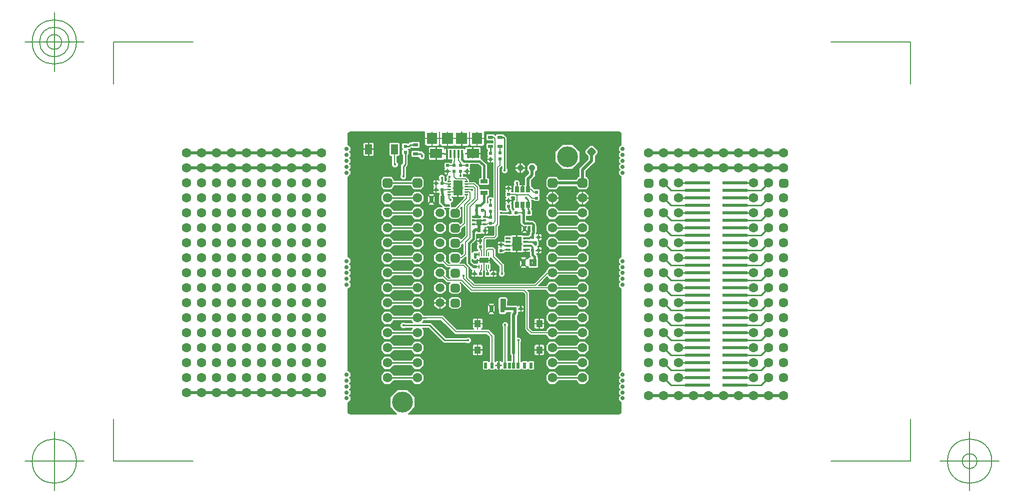
<source format=gbr>
G04 Generated by Ultiboard 11.0 *
%FSLAX25Y25*%
%MOIN*%

%ADD10C,0.00800*%
%ADD11C,0.01000*%
%ADD12C,0.02000*%
%ADD13C,0.01500*%
%ADD14C,0.00750*%
%ADD15C,0.01800*%
%ADD16C,0.01900*%
%ADD17C,0.00700*%
%ADD18C,0.01200*%
%ADD19C,0.00004*%
%ADD20C,0.00500*%
%ADD21C,0.00004*%
%ADD22C,0.00988*%
%ADD23C,0.01382*%
%ADD24C,0.01575*%
%ADD25R,0.02382X0.02382*%
%ADD26C,0.03917*%
%ADD27C,0.06299*%
%ADD28R,0.03543X0.02362*%
%ADD29C,0.02835*%
%ADD30C,0.13920*%
%ADD31R,0.04528X0.06693*%
%ADD32R,0.02362X0.01969*%
%ADD33R,0.16535X0.02362*%
%ADD34R,0.05118X0.02756*%
%ADD35R,0.06299X0.09843*%
%ADD36R,0.02500X0.02500*%
%ADD37C,0.03500*%
%ADD38C,0.06334*%
%ADD39R,0.01969X0.02362*%
%ADD40R,0.06496X0.09449*%
%ADD41R,0.02165X0.03937*%
%ADD42R,0.04134X0.04724*%
%ADD43R,0.02406X0.02406*%
%ADD44C,0.05906*%
%ADD45R,0.02756X0.05118*%
%ADD46R,0.05906X0.03543*%
%ADD47R,0.00787X0.03150*%
%ADD48R,0.01850X0.01575*%
%ADD49R,0.03346X0.03937*%
%ADD50R,0.02598X0.01575*%
%ADD51R,0.02362X0.03543*%
%ADD52R,0.02756X0.03937*%
%ADD53C,0.04156*%
%ADD54R,0.07480X0.07480*%
%ADD55R,0.07087X0.07480*%
%ADD56R,0.08268X0.06299*%
%ADD57R,0.01575X0.05315*%


G04 ColorRGB 00FF00 for the following layer *
%LNCopper Top*%
%LPD*%
%FSLAX25Y25*%
%MOIN*%
G54D10*
X-1338Y-24450D02*
X1843Y-24450D01*
X1843Y-24450D02*
X4450Y-21843D01*
X4450Y-21843D02*
X4450Y-18778D01*
X4450Y-18778D02*
X10747Y-18778D01*
X10747Y-18778D02*
X10747Y-21762D01*
X10747Y-21762D02*
X13238Y-24253D01*
X13238Y-24253D02*
X16762Y-24253D01*
X16762Y-24253D02*
X19253Y-21762D01*
X19253Y-21762D02*
X19253Y-18778D01*
X19253Y-18778D02*
X20747Y-18778D01*
X20747Y-18778D02*
X20747Y-22466D01*
X20747Y-22466D02*
X21511Y-23230D01*
X21511Y-23230D02*
X21511Y-26770D01*
X21511Y-26770D02*
X20747Y-27534D01*
X20747Y-27534D02*
X20747Y-29337D01*
X20747Y-29337D02*
X19253Y-29337D01*
X19253Y-29337D02*
X19253Y-28238D01*
X19253Y-28238D02*
X16762Y-25747D01*
X16762Y-25747D02*
X13238Y-25747D01*
X13238Y-25747D02*
X10747Y-28238D01*
X10747Y-28238D02*
X10747Y-29337D01*
X10747Y-29337D02*
X4450Y-29337D01*
X4450Y-29337D02*
X4450Y-28157D01*
X4450Y-28157D02*
X1843Y-25550D01*
X1843Y-25550D02*
X-1338Y-25550D01*
X-1338Y-25550D02*
X-1338Y-24450D01*
G36*
X-1338Y-24450D02*
X1843Y-24450D01*
X4450Y-21843D01*
X4450Y-18778D01*
X10747Y-18778D01*
X10747Y-21762D01*
X13238Y-24253D01*
X16762Y-24253D01*
X19253Y-21762D01*
X19253Y-18778D01*
X20747Y-18778D01*
X20747Y-22466D01*
X21511Y-23230D01*
X21511Y-26770D01*
X20747Y-27534D01*
X20747Y-29337D01*
X19253Y-29337D01*
X19253Y-28238D01*
X16762Y-25747D01*
X13238Y-25747D01*
X10747Y-28238D01*
X10747Y-29337D01*
X4450Y-29337D01*
X4450Y-28157D01*
X1843Y-25550D01*
X-1338Y-25550D01*
X-1338Y-24450D01*
G37*
X-1338Y-24450D02*
X1843Y-24450D01*
X1843Y-24450D02*
X4450Y-21843D01*
X4450Y-21843D02*
X4450Y-18778D01*
X4450Y-18778D02*
X10747Y-18778D01*
X10747Y-18778D02*
X10747Y-21762D01*
X10747Y-21762D02*
X13238Y-24253D01*
X13238Y-24253D02*
X16762Y-24253D01*
X16762Y-24253D02*
X19253Y-21762D01*
X19253Y-21762D02*
X19253Y-18778D01*
X19253Y-18778D02*
X20747Y-18778D01*
X20747Y-18778D02*
X20747Y-22466D01*
X20747Y-22466D02*
X21511Y-23230D01*
X21511Y-23230D02*
X21511Y-26770D01*
X21511Y-26770D02*
X20747Y-27534D01*
X20747Y-27534D02*
X20747Y-29337D01*
X20747Y-29337D02*
X19253Y-29337D01*
X19253Y-29337D02*
X19253Y-28238D01*
X19253Y-28238D02*
X16762Y-25747D01*
X16762Y-25747D02*
X13238Y-25747D01*
X13238Y-25747D02*
X10747Y-28238D01*
X10747Y-28238D02*
X10747Y-29337D01*
X10747Y-29337D02*
X4450Y-29337D01*
X4450Y-29337D02*
X4450Y-28157D01*
X4450Y-28157D02*
X1843Y-25550D01*
X1843Y-25550D02*
X-1338Y-25550D01*
X-1338Y-25550D02*
X-1338Y-24450D01*
X-1338Y-44450D02*
X1843Y-44450D01*
X1843Y-44450D02*
X4450Y-41843D01*
X4450Y-41843D02*
X4450Y-38157D01*
X4450Y-38157D02*
X1843Y-35550D01*
X1843Y-35550D02*
X-1338Y-35550D01*
X-1338Y-35550D02*
X-1338Y-34450D01*
X-1338Y-34450D02*
X1843Y-34450D01*
X1843Y-34450D02*
X4450Y-31843D01*
X4450Y-31843D02*
X4450Y-29337D01*
X4450Y-29337D02*
X10747Y-29337D01*
X10747Y-29337D02*
X10747Y-31762D01*
X10747Y-31762D02*
X13238Y-34253D01*
X13238Y-34253D02*
X15663Y-34253D01*
X15663Y-34253D02*
X15663Y-35747D01*
X15663Y-35747D02*
X13238Y-35747D01*
X13238Y-35747D02*
X10747Y-38238D01*
X10747Y-38238D02*
X10747Y-41762D01*
X10747Y-41762D02*
X13238Y-44253D01*
X13238Y-44253D02*
X15663Y-44253D01*
X15663Y-44253D02*
X15663Y-45747D01*
X15663Y-45747D02*
X13238Y-45747D01*
X13238Y-45747D02*
X10747Y-48238D01*
X10747Y-48238D02*
X10747Y-51762D01*
X10747Y-51762D02*
X13238Y-54253D01*
X13238Y-54253D02*
X15663Y-54253D01*
X15663Y-54253D02*
X15663Y-55747D01*
X15663Y-55747D02*
X13238Y-55747D01*
X13238Y-55747D02*
X10747Y-58238D01*
X10747Y-58238D02*
X10747Y-59821D01*
X10747Y-59821D02*
X4450Y-59821D01*
X4450Y-59821D02*
X4450Y-58157D01*
X4450Y-58157D02*
X1843Y-55550D01*
X1843Y-55550D02*
X-1338Y-55550D01*
X-1338Y-55550D02*
X-1338Y-54450D01*
X-1338Y-54450D02*
X1843Y-54450D01*
X1843Y-54450D02*
X4450Y-51843D01*
X4450Y-51843D02*
X4450Y-48157D01*
X4450Y-48157D02*
X1843Y-45550D01*
X1843Y-45550D02*
X-1338Y-45550D01*
X-1338Y-45550D02*
X-1338Y-44450D01*
G36*
X-1338Y-44450D02*
X1843Y-44450D01*
X4450Y-41843D01*
X4450Y-38157D01*
X1843Y-35550D01*
X-1338Y-35550D01*
X-1338Y-34450D01*
X1843Y-34450D01*
X4450Y-31843D01*
X4450Y-29337D01*
X10747Y-29337D01*
X10747Y-31762D01*
X13238Y-34253D01*
X15663Y-34253D01*
X15663Y-35747D01*
X13238Y-35747D01*
X10747Y-38238D01*
X10747Y-41762D01*
X13238Y-44253D01*
X15663Y-44253D01*
X15663Y-45747D01*
X13238Y-45747D01*
X10747Y-48238D01*
X10747Y-51762D01*
X13238Y-54253D01*
X15663Y-54253D01*
X15663Y-55747D01*
X13238Y-55747D01*
X10747Y-58238D01*
X10747Y-59821D01*
X4450Y-59821D01*
X4450Y-58157D01*
X1843Y-55550D01*
X-1338Y-55550D01*
X-1338Y-54450D01*
X1843Y-54450D01*
X4450Y-51843D01*
X4450Y-48157D01*
X1843Y-45550D01*
X-1338Y-45550D01*
X-1338Y-44450D01*
G37*
X-1338Y-44450D02*
X1843Y-44450D01*
X1843Y-44450D02*
X4450Y-41843D01*
X4450Y-41843D02*
X4450Y-38157D01*
X4450Y-38157D02*
X1843Y-35550D01*
X1843Y-35550D02*
X-1338Y-35550D01*
X-1338Y-35550D02*
X-1338Y-34450D01*
X-1338Y-34450D02*
X1843Y-34450D01*
X1843Y-34450D02*
X4450Y-31843D01*
X4450Y-31843D02*
X4450Y-29337D01*
X4450Y-29337D02*
X10747Y-29337D01*
X10747Y-29337D02*
X10747Y-31762D01*
X10747Y-31762D02*
X13238Y-34253D01*
X13238Y-34253D02*
X15663Y-34253D01*
X15663Y-34253D02*
X15663Y-35747D01*
X15663Y-35747D02*
X13238Y-35747D01*
X13238Y-35747D02*
X10747Y-38238D01*
X10747Y-38238D02*
X10747Y-41762D01*
X10747Y-41762D02*
X13238Y-44253D01*
X13238Y-44253D02*
X15663Y-44253D01*
X15663Y-44253D02*
X15663Y-45747D01*
X15663Y-45747D02*
X13238Y-45747D01*
X13238Y-45747D02*
X10747Y-48238D01*
X10747Y-48238D02*
X10747Y-51762D01*
X10747Y-51762D02*
X13238Y-54253D01*
X13238Y-54253D02*
X15663Y-54253D01*
X15663Y-54253D02*
X15663Y-55747D01*
X15663Y-55747D02*
X13238Y-55747D01*
X13238Y-55747D02*
X10747Y-58238D01*
X10747Y-58238D02*
X10747Y-59821D01*
X10747Y-59821D02*
X4450Y-59821D01*
X4450Y-59821D02*
X4450Y-58157D01*
X4450Y-58157D02*
X1843Y-55550D01*
X1843Y-55550D02*
X-1338Y-55550D01*
X-1338Y-55550D02*
X-1338Y-54450D01*
X-1338Y-54450D02*
X1843Y-54450D01*
X1843Y-54450D02*
X4450Y-51843D01*
X4450Y-51843D02*
X4450Y-48157D01*
X4450Y-48157D02*
X1843Y-45550D01*
X1843Y-45550D02*
X-1338Y-45550D01*
X-1338Y-45550D02*
X-1338Y-44450D01*
X-1338Y-14450D02*
X1843Y-14450D01*
X1843Y-14450D02*
X4450Y-11843D01*
X4450Y-11843D02*
X4450Y-11574D01*
X4450Y-11574D02*
X6682Y-11574D01*
X6682Y-11574D02*
X6682Y-14056D01*
X6682Y-14056D02*
X6961Y-14335D01*
X6961Y-14335D02*
X8765Y-11574D01*
X8765Y-11574D02*
X9004Y-11574D01*
X9004Y-11574D02*
X6923Y-14759D01*
X6923Y-14759D02*
X11597Y-14759D01*
X11597Y-14759D02*
X9516Y-11574D01*
X9516Y-11574D02*
X9755Y-11574D01*
X9755Y-11574D02*
X11559Y-14335D01*
X11559Y-14335D02*
X11838Y-14056D01*
X11838Y-14056D02*
X11838Y-11574D01*
X11838Y-11574D02*
X14162Y-11574D01*
X14162Y-11574D02*
X14162Y-14056D01*
X14162Y-14056D02*
X14865Y-14759D01*
X14865Y-14759D02*
X15228Y-14759D01*
X15228Y-14759D02*
X16216Y-15747D01*
X16216Y-15747D02*
X13238Y-15747D01*
X13238Y-15747D02*
X10747Y-18238D01*
X10747Y-18238D02*
X10747Y-18778D01*
X10747Y-18778D02*
X4450Y-18778D01*
X4450Y-18778D02*
X4450Y-18157D01*
X4450Y-18157D02*
X1843Y-15550D01*
X1843Y-15550D02*
X-1338Y-15550D01*
X-1338Y-15550D02*
X-1338Y-14450D01*
G36*
X-1338Y-14450D02*
X1843Y-14450D01*
X4450Y-11843D01*
X4450Y-11574D01*
X6682Y-11574D01*
X6682Y-14056D01*
X6961Y-14335D01*
X8765Y-11574D01*
X9004Y-11574D01*
X6923Y-14759D01*
X11597Y-14759D01*
X9516Y-11574D01*
X9755Y-11574D01*
X11559Y-14335D01*
X11838Y-14056D01*
X11838Y-11574D01*
X14162Y-11574D01*
X14162Y-14056D01*
X14865Y-14759D01*
X15228Y-14759D01*
X16216Y-15747D01*
X13238Y-15747D01*
X10747Y-18238D01*
X10747Y-18778D01*
X4450Y-18778D01*
X4450Y-18157D01*
X1843Y-15550D01*
X-1338Y-15550D01*
X-1338Y-14450D01*
G37*
X-1338Y-14450D02*
X1843Y-14450D01*
X1843Y-14450D02*
X4450Y-11843D01*
X4450Y-11843D02*
X4450Y-11574D01*
X4450Y-11574D02*
X6682Y-11574D01*
X6682Y-11574D02*
X6682Y-14056D01*
X6682Y-14056D02*
X6961Y-14335D01*
X6961Y-14335D02*
X8765Y-11574D01*
X8765Y-11574D02*
X9004Y-11574D01*
X9004Y-11574D02*
X6923Y-14759D01*
X6923Y-14759D02*
X11597Y-14759D01*
X11597Y-14759D02*
X9516Y-11574D01*
X9516Y-11574D02*
X9755Y-11574D01*
X9755Y-11574D02*
X11559Y-14335D01*
X11559Y-14335D02*
X11838Y-14056D01*
X11838Y-14056D02*
X11838Y-11574D01*
X11838Y-11574D02*
X14162Y-11574D01*
X14162Y-11574D02*
X14162Y-14056D01*
X14162Y-14056D02*
X14865Y-14759D01*
X14865Y-14759D02*
X15228Y-14759D01*
X15228Y-14759D02*
X16216Y-15747D01*
X16216Y-15747D02*
X13238Y-15747D01*
X13238Y-15747D02*
X10747Y-18238D01*
X10747Y-18238D02*
X10747Y-18778D01*
X10747Y-18778D02*
X4450Y-18778D01*
X4450Y-18778D02*
X4450Y-18157D01*
X4450Y-18157D02*
X1843Y-15550D01*
X1843Y-15550D02*
X-1338Y-15550D01*
X-1338Y-15550D02*
X-1338Y-14450D01*
X-1338Y-74450D02*
X1843Y-74450D01*
X1843Y-74450D02*
X4450Y-71843D01*
X4450Y-71843D02*
X4450Y-68157D01*
X4450Y-68157D02*
X1843Y-65550D01*
X1843Y-65550D02*
X-1338Y-65550D01*
X-1338Y-65550D02*
X-1338Y-64450D01*
X-1338Y-64450D02*
X1843Y-64450D01*
X1843Y-64450D02*
X4450Y-61843D01*
X4450Y-61843D02*
X4450Y-59821D01*
X4450Y-59821D02*
X10747Y-59821D01*
X10747Y-59821D02*
X10747Y-61762D01*
X10747Y-61762D02*
X13238Y-64253D01*
X13238Y-64253D02*
X13238Y-65747D01*
X13238Y-65747D02*
X10747Y-68238D01*
X10747Y-68238D02*
X10747Y-71762D01*
X10747Y-71762D02*
X13238Y-74253D01*
X13238Y-74253D02*
X13238Y-75747D01*
X13238Y-75747D02*
X10747Y-78238D01*
X10747Y-78238D02*
X10747Y-79900D01*
X10747Y-79900D02*
X13238Y-79900D01*
X13238Y-79900D02*
X13238Y-80100D01*
X13238Y-80100D02*
X10747Y-80100D01*
X10747Y-80100D02*
X10747Y-81762D01*
X10747Y-81762D02*
X4450Y-81762D01*
X4450Y-81762D02*
X4450Y-78157D01*
X4450Y-78157D02*
X1843Y-75550D01*
X1843Y-75550D02*
X-1338Y-75550D01*
X-1338Y-75550D02*
X-1338Y-74450D01*
G36*
X-1338Y-74450D02*
X1843Y-74450D01*
X4450Y-71843D01*
X4450Y-68157D01*
X1843Y-65550D01*
X-1338Y-65550D01*
X-1338Y-64450D01*
X1843Y-64450D01*
X4450Y-61843D01*
X4450Y-59821D01*
X10747Y-59821D01*
X10747Y-61762D01*
X13238Y-64253D01*
X13238Y-65747D01*
X10747Y-68238D01*
X10747Y-71762D01*
X13238Y-74253D01*
X13238Y-75747D01*
X10747Y-78238D01*
X10747Y-79900D01*
X13238Y-79900D01*
X13238Y-80100D01*
X10747Y-80100D01*
X10747Y-81762D01*
X4450Y-81762D01*
X4450Y-78157D01*
X1843Y-75550D01*
X-1338Y-75550D01*
X-1338Y-74450D01*
G37*
X-1338Y-74450D02*
X1843Y-74450D01*
X1843Y-74450D02*
X4450Y-71843D01*
X4450Y-71843D02*
X4450Y-68157D01*
X4450Y-68157D02*
X1843Y-65550D01*
X1843Y-65550D02*
X-1338Y-65550D01*
X-1338Y-65550D02*
X-1338Y-64450D01*
X-1338Y-64450D02*
X1843Y-64450D01*
X1843Y-64450D02*
X4450Y-61843D01*
X4450Y-61843D02*
X4450Y-59821D01*
X4450Y-59821D02*
X10747Y-59821D01*
X10747Y-59821D02*
X10747Y-61762D01*
X10747Y-61762D02*
X13238Y-64253D01*
X13238Y-64253D02*
X13238Y-65747D01*
X13238Y-65747D02*
X10747Y-68238D01*
X10747Y-68238D02*
X10747Y-71762D01*
X10747Y-71762D02*
X13238Y-74253D01*
X13238Y-74253D02*
X13238Y-75747D01*
X13238Y-75747D02*
X10747Y-78238D01*
X10747Y-78238D02*
X10747Y-79900D01*
X10747Y-79900D02*
X13238Y-79900D01*
X13238Y-79900D02*
X13238Y-80100D01*
X13238Y-80100D02*
X10747Y-80100D01*
X10747Y-80100D02*
X10747Y-81762D01*
X10747Y-81762D02*
X4450Y-81762D01*
X4450Y-81762D02*
X4450Y-78157D01*
X4450Y-78157D02*
X1843Y-75550D01*
X1843Y-75550D02*
X-1338Y-75550D01*
X-1338Y-75550D02*
X-1338Y-74450D01*
X4393Y-88100D02*
X1843Y-85550D01*
X1843Y-85550D02*
X-1338Y-85550D01*
X-1338Y-85550D02*
X-1338Y-84450D01*
X-1338Y-84450D02*
X1843Y-84450D01*
X1843Y-84450D02*
X4450Y-81843D01*
X4450Y-81843D02*
X4450Y-81762D01*
X4450Y-81762D02*
X10747Y-81762D01*
X10747Y-81762D02*
X13238Y-84253D01*
X13238Y-84253D02*
X14900Y-84253D01*
X14900Y-84253D02*
X14900Y-81762D01*
X14900Y-81762D02*
X15100Y-81762D01*
X15100Y-81762D02*
X15100Y-84253D01*
X15100Y-84253D02*
X16762Y-84253D01*
X16762Y-84253D02*
X19253Y-81762D01*
X19253Y-81762D02*
X19337Y-81762D01*
X19337Y-81762D02*
X19337Y-89254D01*
X19337Y-89254D02*
X18050Y-89254D01*
X18050Y-89254D02*
X16996Y-88200D01*
X16996Y-88200D02*
X6512Y-88200D01*
X6512Y-88200D02*
X6412Y-88100D01*
X6412Y-88100D02*
X4393Y-88100D01*
G36*
X4393Y-88100D02*
X1843Y-85550D01*
X-1338Y-85550D01*
X-1338Y-84450D01*
X1843Y-84450D01*
X4450Y-81843D01*
X4450Y-81762D01*
X10747Y-81762D01*
X13238Y-84253D01*
X14900Y-84253D01*
X14900Y-81762D01*
X15100Y-81762D01*
X15100Y-84253D01*
X16762Y-84253D01*
X19253Y-81762D01*
X19337Y-81762D01*
X19337Y-89254D01*
X18050Y-89254D01*
X16996Y-88200D01*
X6512Y-88200D01*
X6412Y-88100D01*
X4393Y-88100D01*
G37*
X4393Y-88100D02*
X1843Y-85550D01*
X1843Y-85550D02*
X-1338Y-85550D01*
X-1338Y-85550D02*
X-1338Y-84450D01*
X-1338Y-84450D02*
X1843Y-84450D01*
X1843Y-84450D02*
X4450Y-81843D01*
X4450Y-81843D02*
X4450Y-81762D01*
X4450Y-81762D02*
X10747Y-81762D01*
X10747Y-81762D02*
X13238Y-84253D01*
X13238Y-84253D02*
X14900Y-84253D01*
X14900Y-84253D02*
X14900Y-81762D01*
X14900Y-81762D02*
X15100Y-81762D01*
X15100Y-81762D02*
X15100Y-84253D01*
X15100Y-84253D02*
X16762Y-84253D01*
X16762Y-84253D02*
X19253Y-81762D01*
X19253Y-81762D02*
X19337Y-81762D01*
X19337Y-81762D02*
X19337Y-89254D01*
X19337Y-89254D02*
X18050Y-89254D01*
X18050Y-89254D02*
X16996Y-88200D01*
X16996Y-88200D02*
X6512Y-88200D01*
X6512Y-88200D02*
X6412Y-88100D01*
X6412Y-88100D02*
X4393Y-88100D01*
X-1338Y-104450D02*
X1843Y-104450D01*
X1843Y-104450D02*
X4450Y-101843D01*
X4450Y-101843D02*
X4450Y-98157D01*
X4450Y-98157D02*
X3193Y-96900D01*
X3193Y-96900D02*
X7338Y-96900D01*
X7338Y-96900D02*
X17338Y-106900D01*
X17338Y-106900D02*
X19337Y-106900D01*
X19337Y-106900D02*
X19337Y-108068D01*
X19337Y-108068D02*
X4361Y-108068D01*
X4361Y-108068D02*
X1843Y-105550D01*
X1843Y-105550D02*
X-1338Y-105550D01*
X-1338Y-105550D02*
X-1338Y-104450D01*
G36*
X-1338Y-104450D02*
X1843Y-104450D01*
X4450Y-101843D01*
X4450Y-98157D01*
X3193Y-96900D01*
X7338Y-96900D01*
X17338Y-106900D01*
X19337Y-106900D01*
X19337Y-108068D01*
X4361Y-108068D01*
X1843Y-105550D01*
X-1338Y-105550D01*
X-1338Y-104450D01*
G37*
X-1338Y-104450D02*
X1843Y-104450D01*
X1843Y-104450D02*
X4450Y-101843D01*
X4450Y-101843D02*
X4450Y-98157D01*
X4450Y-98157D02*
X3193Y-96900D01*
X3193Y-96900D02*
X7338Y-96900D01*
X7338Y-96900D02*
X17338Y-106900D01*
X17338Y-106900D02*
X19337Y-106900D01*
X19337Y-106900D02*
X19337Y-108068D01*
X19337Y-108068D02*
X4361Y-108068D01*
X4361Y-108068D02*
X1843Y-105550D01*
X1843Y-105550D02*
X-1338Y-105550D01*
X-1338Y-105550D02*
X-1338Y-104450D01*
X-1338Y-124450D02*
X1843Y-124450D01*
X1843Y-124450D02*
X4450Y-121843D01*
X4450Y-121843D02*
X4450Y-118157D01*
X4450Y-118157D02*
X1843Y-115550D01*
X1843Y-115550D02*
X-1338Y-115550D01*
X-1338Y-115550D02*
X-1338Y-114450D01*
X-1338Y-114450D02*
X1843Y-114450D01*
X1843Y-114450D02*
X1877Y-114416D01*
X1877Y-114416D02*
X36587Y-114416D01*
X36587Y-114416D02*
X37407Y-115236D01*
X37407Y-115236D02*
X39954Y-115236D01*
X39954Y-115236D02*
X39954Y-114416D01*
X39954Y-114416D02*
X40154Y-114416D01*
X40154Y-114416D02*
X40154Y-115236D01*
X40154Y-115236D02*
X42701Y-115236D01*
X42701Y-115236D02*
X43521Y-114416D01*
X43521Y-114416D02*
X44783Y-114416D01*
X44783Y-114416D02*
X44783Y-118581D01*
X44783Y-118581D02*
X43888Y-118581D01*
X43888Y-118581D02*
X43185Y-119284D01*
X43185Y-119284D02*
X43185Y-124215D01*
X43185Y-124215D02*
X43888Y-124918D01*
X43888Y-124918D02*
X44783Y-124918D01*
X44783Y-124918D02*
X44783Y-154112D01*
X44783Y-154112D02*
X-1338Y-154112D01*
X-1338Y-154112D02*
X-1338Y-134450D01*
X-1338Y-134450D02*
X1843Y-134450D01*
X1843Y-134450D02*
X4450Y-131843D01*
X4450Y-131843D02*
X4450Y-128157D01*
X4450Y-128157D02*
X1843Y-125550D01*
X1843Y-125550D02*
X-1338Y-125550D01*
X-1338Y-125550D02*
X-1338Y-124450D01*
G36*
X-1338Y-124450D02*
X1843Y-124450D01*
X4450Y-121843D01*
X4450Y-118157D01*
X1843Y-115550D01*
X-1338Y-115550D01*
X-1338Y-114450D01*
X1843Y-114450D01*
X1877Y-114416D01*
X36587Y-114416D01*
X37407Y-115236D01*
X39954Y-115236D01*
X39954Y-114416D01*
X40154Y-114416D01*
X40154Y-115236D01*
X42701Y-115236D01*
X43521Y-114416D01*
X44783Y-114416D01*
X44783Y-118581D01*
X43888Y-118581D01*
X43185Y-119284D01*
X43185Y-124215D01*
X43888Y-124918D01*
X44783Y-124918D01*
X44783Y-154112D01*
X-1338Y-154112D01*
X-1338Y-134450D01*
X1843Y-134450D01*
X4450Y-131843D01*
X4450Y-128157D01*
X1843Y-125550D01*
X-1338Y-125550D01*
X-1338Y-124450D01*
G37*
X-1338Y-124450D02*
X1843Y-124450D01*
X1843Y-124450D02*
X4450Y-121843D01*
X4450Y-121843D02*
X4450Y-118157D01*
X4450Y-118157D02*
X1843Y-115550D01*
X1843Y-115550D02*
X-1338Y-115550D01*
X-1338Y-115550D02*
X-1338Y-114450D01*
X-1338Y-114450D02*
X1843Y-114450D01*
X1843Y-114450D02*
X1877Y-114416D01*
X1877Y-114416D02*
X36587Y-114416D01*
X36587Y-114416D02*
X37407Y-115236D01*
X37407Y-115236D02*
X39954Y-115236D01*
X39954Y-115236D02*
X39954Y-114416D01*
X39954Y-114416D02*
X40154Y-114416D01*
X40154Y-114416D02*
X40154Y-115236D01*
X40154Y-115236D02*
X42701Y-115236D01*
X42701Y-115236D02*
X43521Y-114416D01*
X43521Y-114416D02*
X44783Y-114416D01*
X44783Y-114416D02*
X44783Y-118581D01*
X44783Y-118581D02*
X43888Y-118581D01*
X43888Y-118581D02*
X43185Y-119284D01*
X43185Y-119284D02*
X43185Y-124215D01*
X43185Y-124215D02*
X43888Y-124918D01*
X43888Y-124918D02*
X44783Y-124918D01*
X44783Y-124918D02*
X44783Y-154112D01*
X44783Y-154112D02*
X-1338Y-154112D01*
X-1338Y-154112D02*
X-1338Y-134450D01*
X-1338Y-134450D02*
X1843Y-134450D01*
X1843Y-134450D02*
X4450Y-131843D01*
X4450Y-131843D02*
X4450Y-128157D01*
X4450Y-128157D02*
X1843Y-125550D01*
X1843Y-125550D02*
X-1338Y-125550D01*
X-1338Y-125550D02*
X-1338Y-124450D01*
X-1338Y23072D02*
X1019Y23072D01*
X1019Y23072D02*
X1722Y23775D01*
X1722Y23775D02*
X1722Y27131D01*
X1722Y27131D02*
X1019Y27834D01*
X1019Y27834D02*
X-1338Y27834D01*
X-1338Y27834D02*
X-1338Y34033D01*
X-1338Y34033D02*
X4796Y34033D01*
X4796Y34033D02*
X4796Y29839D01*
X4796Y29839D02*
X7782Y29839D01*
X7782Y29839D02*
X7782Y29639D01*
X7782Y29639D02*
X4796Y29639D01*
X4796Y29639D02*
X4796Y25419D01*
X4796Y25419D02*
X5616Y24599D01*
X5616Y24599D02*
X7782Y24599D01*
X7782Y24599D02*
X7782Y24249D01*
X7782Y24249D02*
X6961Y23429D01*
X6961Y23429D02*
X6961Y19800D01*
X6961Y19800D02*
X7782Y19800D01*
X7782Y19800D02*
X7782Y19600D01*
X7782Y19600D02*
X6961Y19600D01*
X6961Y19600D02*
X6961Y16882D01*
X6961Y16882D02*
X5140Y16882D01*
X5140Y16882D02*
X5140Y18575D01*
X5140Y18575D02*
X4853Y18863D01*
X4853Y18863D02*
X4853Y19488D01*
X4853Y19488D02*
X2893Y21447D01*
X2893Y21447D02*
X1500Y21447D01*
X1500Y21447D02*
X1019Y21928D01*
X1019Y21928D02*
X-1338Y21928D01*
X-1338Y21928D02*
X-1338Y23072D01*
G36*
X-1338Y23072D02*
X1019Y23072D01*
X1722Y23775D01*
X1722Y27131D01*
X1019Y27834D01*
X-1338Y27834D01*
X-1338Y34033D01*
X4796Y34033D01*
X4796Y29839D01*
X7782Y29839D01*
X7782Y29639D01*
X4796Y29639D01*
X4796Y25419D01*
X5616Y24599D01*
X7782Y24599D01*
X7782Y24249D01*
X6961Y23429D01*
X6961Y19800D01*
X7782Y19800D01*
X7782Y19600D01*
X6961Y19600D01*
X6961Y16882D01*
X5140Y16882D01*
X5140Y18575D01*
X4853Y18863D01*
X4853Y19488D01*
X2893Y21447D01*
X1500Y21447D01*
X1019Y21928D01*
X-1338Y21928D01*
X-1338Y23072D01*
G37*
X-1338Y23072D02*
X1019Y23072D01*
X1019Y23072D02*
X1722Y23775D01*
X1722Y23775D02*
X1722Y27131D01*
X1722Y27131D02*
X1019Y27834D01*
X1019Y27834D02*
X-1338Y27834D01*
X-1338Y27834D02*
X-1338Y34033D01*
X-1338Y34033D02*
X4796Y34033D01*
X4796Y34033D02*
X4796Y29839D01*
X4796Y29839D02*
X7782Y29839D01*
X7782Y29839D02*
X7782Y29639D01*
X7782Y29639D02*
X4796Y29639D01*
X4796Y29639D02*
X4796Y25419D01*
X4796Y25419D02*
X5616Y24599D01*
X5616Y24599D02*
X7782Y24599D01*
X7782Y24599D02*
X7782Y24249D01*
X7782Y24249D02*
X6961Y23429D01*
X6961Y23429D02*
X6961Y19800D01*
X6961Y19800D02*
X7782Y19800D01*
X7782Y19800D02*
X7782Y19600D01*
X7782Y19600D02*
X6961Y19600D01*
X6961Y19600D02*
X6961Y16882D01*
X6961Y16882D02*
X5140Y16882D01*
X5140Y16882D02*
X5140Y18575D01*
X5140Y18575D02*
X4853Y18863D01*
X4853Y18863D02*
X4853Y19488D01*
X4853Y19488D02*
X2893Y21447D01*
X2893Y21447D02*
X1500Y21447D01*
X1500Y21447D02*
X1019Y21928D01*
X1019Y21928D02*
X-1338Y21928D01*
X-1338Y21928D02*
X-1338Y23072D01*
X2647Y4344D02*
X2541Y4450D01*
X2541Y4450D02*
X-1338Y4450D01*
X-1338Y4450D02*
X-1338Y16882D01*
X-1338Y16882D02*
X765Y16882D01*
X765Y16882D02*
X765Y16763D01*
X765Y16763D02*
X2047Y15482D01*
X2047Y15482D02*
X3859Y15482D01*
X3859Y15482D02*
X5140Y16763D01*
X5140Y16763D02*
X5140Y16882D01*
X5140Y16882D02*
X6961Y16882D01*
X6961Y16882D02*
X6961Y15970D01*
X6961Y15970D02*
X7782Y15150D01*
X7782Y15150D02*
X12395Y15150D01*
X12395Y15150D02*
X12395Y16882D01*
X12395Y16882D02*
X12595Y16882D01*
X12595Y16882D02*
X12595Y15150D01*
X12595Y15150D02*
X17209Y15150D01*
X17209Y15150D02*
X17902Y15843D01*
X17902Y15843D02*
X18297Y15448D01*
X18297Y15448D02*
X19482Y15448D01*
X19482Y15448D02*
X19482Y16882D01*
X19482Y16882D02*
X19682Y16882D01*
X19682Y16882D02*
X19682Y15448D01*
X19682Y15448D02*
X19756Y15448D01*
X19756Y15448D02*
X19756Y13903D01*
X19756Y13903D02*
X18322Y13903D01*
X18322Y13903D02*
X17619Y13200D01*
X17619Y13200D02*
X17619Y10237D01*
X17619Y10237D02*
X18106Y9750D01*
X18106Y9750D02*
X17619Y9263D01*
X17619Y9263D02*
X17619Y7881D01*
X17619Y7881D02*
X19756Y7881D01*
X19756Y7881D02*
X19756Y7681D01*
X19756Y7681D02*
X17619Y7681D01*
X17619Y7681D02*
X17619Y6300D01*
X17619Y6300D02*
X18322Y5597D01*
X18322Y5597D02*
X19756Y5597D01*
X19756Y5597D02*
X19756Y5380D01*
X19756Y5380D02*
X19263Y4886D01*
X19263Y4886D02*
X19263Y4683D01*
X19263Y4683D02*
X19169Y4590D01*
X19169Y4590D02*
X19169Y4344D01*
X19169Y4344D02*
X18437Y4344D01*
X18437Y4344D02*
X17156Y5625D01*
X17156Y5625D02*
X15344Y5625D01*
X15344Y5625D02*
X14063Y4344D01*
X14063Y4344D02*
X2647Y4344D01*
G36*
X2647Y4344D02*
X2541Y4450D01*
X-1338Y4450D01*
X-1338Y16882D01*
X765Y16882D01*
X765Y16763D01*
X2047Y15482D01*
X3859Y15482D01*
X5140Y16763D01*
X5140Y16882D01*
X6961Y16882D01*
X6961Y15970D01*
X7782Y15150D01*
X12395Y15150D01*
X12395Y16882D01*
X12595Y16882D01*
X12595Y15150D01*
X17209Y15150D01*
X17902Y15843D01*
X18297Y15448D01*
X19482Y15448D01*
X19482Y16882D01*
X19682Y16882D01*
X19682Y15448D01*
X19756Y15448D01*
X19756Y13903D01*
X18322Y13903D01*
X17619Y13200D01*
X17619Y10237D01*
X18106Y9750D01*
X17619Y9263D01*
X17619Y7881D01*
X19756Y7881D01*
X19756Y7681D01*
X17619Y7681D01*
X17619Y6300D01*
X18322Y5597D01*
X19756Y5597D01*
X19756Y5380D01*
X19263Y4886D01*
X19263Y4683D01*
X19169Y4590D01*
X19169Y4344D01*
X18437Y4344D01*
X17156Y5625D01*
X15344Y5625D01*
X14063Y4344D01*
X2647Y4344D01*
G37*
X2647Y4344D02*
X2541Y4450D01*
X2541Y4450D02*
X-1338Y4450D01*
X-1338Y4450D02*
X-1338Y16882D01*
X-1338Y16882D02*
X765Y16882D01*
X765Y16882D02*
X765Y16763D01*
X765Y16763D02*
X2047Y15482D01*
X2047Y15482D02*
X3859Y15482D01*
X3859Y15482D02*
X5140Y16763D01*
X5140Y16763D02*
X5140Y16882D01*
X5140Y16882D02*
X6961Y16882D01*
X6961Y16882D02*
X6961Y15970D01*
X6961Y15970D02*
X7782Y15150D01*
X7782Y15150D02*
X12395Y15150D01*
X12395Y15150D02*
X12395Y16882D01*
X12395Y16882D02*
X12595Y16882D01*
X12595Y16882D02*
X12595Y15150D01*
X12595Y15150D02*
X17209Y15150D01*
X17209Y15150D02*
X17902Y15843D01*
X17902Y15843D02*
X18297Y15448D01*
X18297Y15448D02*
X19482Y15448D01*
X19482Y15448D02*
X19482Y16882D01*
X19482Y16882D02*
X19682Y16882D01*
X19682Y16882D02*
X19682Y15448D01*
X19682Y15448D02*
X19756Y15448D01*
X19756Y15448D02*
X19756Y13903D01*
X19756Y13903D02*
X18322Y13903D01*
X18322Y13903D02*
X17619Y13200D01*
X17619Y13200D02*
X17619Y10237D01*
X17619Y10237D02*
X18106Y9750D01*
X18106Y9750D02*
X17619Y9263D01*
X17619Y9263D02*
X17619Y7881D01*
X17619Y7881D02*
X19756Y7881D01*
X19756Y7881D02*
X19756Y7681D01*
X19756Y7681D02*
X17619Y7681D01*
X17619Y7681D02*
X17619Y6300D01*
X17619Y6300D02*
X18322Y5597D01*
X18322Y5597D02*
X19756Y5597D01*
X19756Y5597D02*
X19756Y5380D01*
X19756Y5380D02*
X19263Y4886D01*
X19263Y4886D02*
X19263Y4683D01*
X19263Y4683D02*
X19169Y4590D01*
X19169Y4590D02*
X19169Y4344D01*
X19169Y4344D02*
X18437Y4344D01*
X18437Y4344D02*
X17156Y5625D01*
X17156Y5625D02*
X15344Y5625D01*
X15344Y5625D02*
X14063Y4344D01*
X14063Y4344D02*
X2647Y4344D01*
X4450Y-8188D02*
X4450Y-8157D01*
X4450Y-8157D02*
X1843Y-5550D01*
X1843Y-5550D02*
X-1338Y-5550D01*
X-1338Y-5550D02*
X-1338Y-4450D01*
X-1338Y-4450D02*
X2541Y-4450D01*
X2541Y-4450D02*
X3122Y-3869D01*
X3122Y-3869D02*
X10222Y-3869D01*
X10222Y-3869D02*
X10222Y-4525D01*
X10222Y-4525D02*
X10925Y-4525D01*
X10925Y-4525D02*
X10925Y-4725D01*
X10925Y-4725D02*
X10222Y-4725D01*
X10222Y-4725D02*
X10222Y-6303D01*
X10222Y-6303D02*
X10925Y-7006D01*
X10925Y-7006D02*
X10925Y-7241D01*
X10925Y-7241D02*
X6923Y-7241D01*
X6923Y-7241D02*
X7542Y-8188D01*
X7542Y-8188D02*
X7303Y-8188D01*
X7303Y-8188D02*
X6961Y-7665D01*
X6961Y-7665D02*
X6682Y-7944D01*
X6682Y-7944D02*
X6682Y-8188D01*
X6682Y-8188D02*
X4450Y-8188D01*
G36*
X4450Y-8188D02*
X4450Y-8157D01*
X1843Y-5550D01*
X-1338Y-5550D01*
X-1338Y-4450D01*
X2541Y-4450D01*
X3122Y-3869D01*
X10222Y-3869D01*
X10222Y-4525D01*
X10925Y-4525D01*
X10925Y-4725D01*
X10222Y-4725D01*
X10222Y-6303D01*
X10925Y-7006D01*
X10925Y-7241D01*
X6923Y-7241D01*
X7542Y-8188D01*
X7303Y-8188D01*
X6961Y-7665D01*
X6682Y-7944D01*
X6682Y-8188D01*
X4450Y-8188D01*
G37*
X4450Y-8188D02*
X4450Y-8157D01*
X4450Y-8157D02*
X1843Y-5550D01*
X1843Y-5550D02*
X-1338Y-5550D01*
X-1338Y-5550D02*
X-1338Y-4450D01*
X-1338Y-4450D02*
X2541Y-4450D01*
X2541Y-4450D02*
X3122Y-3869D01*
X3122Y-3869D02*
X10222Y-3869D01*
X10222Y-3869D02*
X10222Y-4525D01*
X10222Y-4525D02*
X10925Y-4525D01*
X10925Y-4525D02*
X10925Y-4725D01*
X10925Y-4725D02*
X10222Y-4725D01*
X10222Y-4725D02*
X10222Y-6303D01*
X10222Y-6303D02*
X10925Y-7006D01*
X10925Y-7006D02*
X10925Y-7241D01*
X10925Y-7241D02*
X6923Y-7241D01*
X6923Y-7241D02*
X7542Y-8188D01*
X7542Y-8188D02*
X7303Y-8188D01*
X7303Y-8188D02*
X6961Y-7665D01*
X6961Y-7665D02*
X6682Y-7944D01*
X6682Y-7944D02*
X6682Y-8188D01*
X6682Y-8188D02*
X4450Y-8188D01*
X-1338Y17166D02*
X765Y17166D01*
X765Y17166D02*
X765Y16882D01*
X765Y16882D02*
X-1338Y16882D01*
X-1338Y16882D02*
X-1338Y17166D01*
G36*
X-1338Y17166D02*
X765Y17166D01*
X765Y16882D01*
X-1338Y16882D01*
X-1338Y17166D01*
G37*
X-1338Y17166D02*
X765Y17166D01*
X765Y17166D02*
X765Y16882D01*
X765Y16882D02*
X-1338Y16882D01*
X-1338Y16882D02*
X-1338Y17166D01*
X-18671Y4450D02*
X-22541Y4450D01*
X-22541Y4450D02*
X-24450Y2541D01*
X-24450Y2541D02*
X-24450Y-2541D01*
X-24450Y-2541D02*
X-22541Y-4450D01*
X-22541Y-4450D02*
X-18671Y-4450D01*
X-18671Y-4450D02*
X-18671Y-5550D01*
X-18671Y-5550D02*
X-21843Y-5550D01*
X-21843Y-5550D02*
X-24450Y-8157D01*
X-24450Y-8157D02*
X-24450Y-11574D01*
X-24450Y-11574D02*
X-46260Y-11574D01*
X-46260Y-11574D02*
X-46260Y4112D01*
X-46260Y4112D02*
X-46093Y4112D01*
X-46093Y4112D02*
X-44924Y5281D01*
X-44924Y5281D02*
X-18671Y5281D01*
X-18671Y5281D02*
X-18671Y4450D01*
G36*
X-18671Y4450D02*
X-22541Y4450D01*
X-24450Y2541D01*
X-24450Y-2541D01*
X-22541Y-4450D01*
X-18671Y-4450D01*
X-18671Y-5550D01*
X-21843Y-5550D01*
X-24450Y-8157D01*
X-24450Y-11574D01*
X-46260Y-11574D01*
X-46260Y4112D01*
X-46093Y4112D01*
X-44924Y5281D01*
X-18671Y5281D01*
X-18671Y4450D01*
G37*
X-18671Y4450D02*
X-22541Y4450D01*
X-22541Y4450D02*
X-24450Y2541D01*
X-24450Y2541D02*
X-24450Y-2541D01*
X-24450Y-2541D02*
X-22541Y-4450D01*
X-22541Y-4450D02*
X-18671Y-4450D01*
X-18671Y-4450D02*
X-18671Y-5550D01*
X-18671Y-5550D02*
X-21843Y-5550D01*
X-21843Y-5550D02*
X-24450Y-8157D01*
X-24450Y-8157D02*
X-24450Y-11574D01*
X-24450Y-11574D02*
X-46260Y-11574D01*
X-46260Y-11574D02*
X-46260Y4112D01*
X-46260Y4112D02*
X-46093Y4112D01*
X-46093Y4112D02*
X-44924Y5281D01*
X-44924Y5281D02*
X-18671Y5281D01*
X-18671Y5281D02*
X-18671Y4450D01*
X-18671Y-125550D02*
X-21843Y-125550D01*
X-21843Y-125550D02*
X-24450Y-128157D01*
X-24450Y-128157D02*
X-24450Y-131843D01*
X-24450Y-131843D02*
X-21843Y-134450D01*
X-21843Y-134450D02*
X-18671Y-134450D01*
X-18671Y-134450D02*
X-18671Y-154112D01*
X-18671Y-154112D02*
X-44261Y-154112D01*
X-44261Y-154112D02*
X-44512Y-154101D01*
X-44512Y-154101D02*
X-44732Y-154072D01*
X-44732Y-154072D02*
X-44948Y-154024D01*
X-44948Y-154024D02*
X-45159Y-153958D01*
X-45159Y-153958D02*
X-45363Y-153873D01*
X-45363Y-153873D02*
X-45559Y-153771D01*
X-45559Y-153771D02*
X-45746Y-153652D01*
X-45746Y-153652D02*
X-45921Y-153517D01*
X-45921Y-153517D02*
X-46084Y-153368D01*
X-46084Y-153368D02*
X-46234Y-153205D01*
X-46234Y-153205D02*
X-46260Y-153171D01*
X-46260Y-153171D02*
X-46260Y-146479D01*
X-46260Y-146479D02*
X-46093Y-146479D01*
X-46093Y-146479D02*
X-44466Y-144851D01*
X-44466Y-144851D02*
X-44466Y-142550D01*
X-44466Y-142550D02*
X-45284Y-141732D01*
X-45284Y-141732D02*
X-44466Y-140914D01*
X-44466Y-140914D02*
X-44466Y-138613D01*
X-44466Y-138613D02*
X-45284Y-137795D01*
X-45284Y-137795D02*
X-44466Y-136977D01*
X-44466Y-136977D02*
X-44466Y-134676D01*
X-44466Y-134676D02*
X-45284Y-133858D01*
X-45284Y-133858D02*
X-44466Y-133040D01*
X-44466Y-133040D02*
X-44466Y-130739D01*
X-44466Y-130739D02*
X-45284Y-129921D01*
X-45284Y-129921D02*
X-44466Y-129103D01*
X-44466Y-129103D02*
X-44466Y-126802D01*
X-44466Y-126802D02*
X-46093Y-125175D01*
X-46093Y-125175D02*
X-46260Y-125175D01*
X-46260Y-125175D02*
X-46260Y-108068D01*
X-46260Y-108068D02*
X-24361Y-108068D01*
X-24361Y-108068D02*
X-24450Y-108157D01*
X-24450Y-108157D02*
X-24450Y-111843D01*
X-24450Y-111843D02*
X-21843Y-114450D01*
X-21843Y-114450D02*
X-18671Y-114450D01*
X-18671Y-114450D02*
X-18671Y-115550D01*
X-18671Y-115550D02*
X-21843Y-115550D01*
X-21843Y-115550D02*
X-24450Y-118157D01*
X-24450Y-118157D02*
X-24450Y-121843D01*
X-24450Y-121843D02*
X-21843Y-124450D01*
X-21843Y-124450D02*
X-18671Y-124450D01*
X-18671Y-124450D02*
X-18671Y-125550D01*
G36*
X-18671Y-125550D02*
X-21843Y-125550D01*
X-24450Y-128157D01*
X-24450Y-131843D01*
X-21843Y-134450D01*
X-18671Y-134450D01*
X-18671Y-154112D01*
X-44261Y-154112D01*
X-44512Y-154101D01*
X-44732Y-154072D01*
X-44948Y-154024D01*
X-45159Y-153958D01*
X-45363Y-153873D01*
X-45559Y-153771D01*
X-45746Y-153652D01*
X-45921Y-153517D01*
X-46084Y-153368D01*
X-46234Y-153205D01*
X-46260Y-153171D01*
X-46260Y-146479D01*
X-46093Y-146479D01*
X-44466Y-144851D01*
X-44466Y-142550D01*
X-45284Y-141732D01*
X-44466Y-140914D01*
X-44466Y-138613D01*
X-45284Y-137795D01*
X-44466Y-136977D01*
X-44466Y-134676D01*
X-45284Y-133858D01*
X-44466Y-133040D01*
X-44466Y-130739D01*
X-45284Y-129921D01*
X-44466Y-129103D01*
X-44466Y-126802D01*
X-46093Y-125175D01*
X-46260Y-125175D01*
X-46260Y-108068D01*
X-24361Y-108068D01*
X-24450Y-108157D01*
X-24450Y-111843D01*
X-21843Y-114450D01*
X-18671Y-114450D01*
X-18671Y-115550D01*
X-21843Y-115550D01*
X-24450Y-118157D01*
X-24450Y-121843D01*
X-21843Y-124450D01*
X-18671Y-124450D01*
X-18671Y-125550D01*
G37*
X-18671Y-125550D02*
X-21843Y-125550D01*
X-21843Y-125550D02*
X-24450Y-128157D01*
X-24450Y-128157D02*
X-24450Y-131843D01*
X-24450Y-131843D02*
X-21843Y-134450D01*
X-21843Y-134450D02*
X-18671Y-134450D01*
X-18671Y-134450D02*
X-18671Y-154112D01*
X-18671Y-154112D02*
X-44261Y-154112D01*
X-44261Y-154112D02*
X-44512Y-154101D01*
X-44512Y-154101D02*
X-44732Y-154072D01*
X-44732Y-154072D02*
X-44948Y-154024D01*
X-44948Y-154024D02*
X-45159Y-153958D01*
X-45159Y-153958D02*
X-45363Y-153873D01*
X-45363Y-153873D02*
X-45559Y-153771D01*
X-45559Y-153771D02*
X-45746Y-153652D01*
X-45746Y-153652D02*
X-45921Y-153517D01*
X-45921Y-153517D02*
X-46084Y-153368D01*
X-46084Y-153368D02*
X-46234Y-153205D01*
X-46234Y-153205D02*
X-46260Y-153171D01*
X-46260Y-153171D02*
X-46260Y-146479D01*
X-46260Y-146479D02*
X-46093Y-146479D01*
X-46093Y-146479D02*
X-44466Y-144851D01*
X-44466Y-144851D02*
X-44466Y-142550D01*
X-44466Y-142550D02*
X-45284Y-141732D01*
X-45284Y-141732D02*
X-44466Y-140914D01*
X-44466Y-140914D02*
X-44466Y-138613D01*
X-44466Y-138613D02*
X-45284Y-137795D01*
X-45284Y-137795D02*
X-44466Y-136977D01*
X-44466Y-136977D02*
X-44466Y-134676D01*
X-44466Y-134676D02*
X-45284Y-133858D01*
X-45284Y-133858D02*
X-44466Y-133040D01*
X-44466Y-133040D02*
X-44466Y-130739D01*
X-44466Y-130739D02*
X-45284Y-129921D01*
X-45284Y-129921D02*
X-44466Y-129103D01*
X-44466Y-129103D02*
X-44466Y-126802D01*
X-44466Y-126802D02*
X-46093Y-125175D01*
X-46093Y-125175D02*
X-46260Y-125175D01*
X-46260Y-125175D02*
X-46260Y-108068D01*
X-46260Y-108068D02*
X-24361Y-108068D01*
X-24361Y-108068D02*
X-24450Y-108157D01*
X-24450Y-108157D02*
X-24450Y-111843D01*
X-24450Y-111843D02*
X-21843Y-114450D01*
X-21843Y-114450D02*
X-18671Y-114450D01*
X-18671Y-114450D02*
X-18671Y-115550D01*
X-18671Y-115550D02*
X-21843Y-115550D01*
X-21843Y-115550D02*
X-24450Y-118157D01*
X-24450Y-118157D02*
X-24450Y-121843D01*
X-24450Y-121843D02*
X-21843Y-124450D01*
X-21843Y-124450D02*
X-18671Y-124450D01*
X-18671Y-124450D02*
X-18671Y-125550D01*
X-15607Y-128100D02*
X-18157Y-125550D01*
X-18157Y-125550D02*
X-18671Y-125550D01*
X-18671Y-125550D02*
X-18671Y-124450D01*
X-18671Y-124450D02*
X-18157Y-124450D01*
X-18157Y-124450D02*
X-15607Y-121900D01*
X-15607Y-121900D02*
X-6827Y-121900D01*
X-6827Y-121900D02*
X-6827Y-128100D01*
X-6827Y-128100D02*
X-15607Y-128100D01*
G36*
X-15607Y-128100D02*
X-18157Y-125550D01*
X-18671Y-125550D01*
X-18671Y-124450D01*
X-18157Y-124450D01*
X-15607Y-121900D01*
X-6827Y-121900D01*
X-6827Y-128100D01*
X-15607Y-128100D01*
G37*
X-15607Y-128100D02*
X-18157Y-125550D01*
X-18157Y-125550D02*
X-18671Y-125550D01*
X-18671Y-125550D02*
X-18671Y-124450D01*
X-18671Y-124450D02*
X-18157Y-124450D01*
X-18157Y-124450D02*
X-15607Y-121900D01*
X-15607Y-121900D02*
X-6827Y-121900D01*
X-6827Y-121900D02*
X-6827Y-128100D01*
X-6827Y-128100D02*
X-15607Y-128100D01*
X-4393Y-121900D02*
X-1843Y-124450D01*
X-1843Y-124450D02*
X-1338Y-124450D01*
X-1338Y-124450D02*
X-1338Y-125550D01*
X-1338Y-125550D02*
X-1843Y-125550D01*
X-1843Y-125550D02*
X-4393Y-128100D01*
X-4393Y-128100D02*
X-6827Y-128100D01*
X-6827Y-128100D02*
X-6827Y-121900D01*
X-6827Y-121900D02*
X-4393Y-121900D01*
G36*
X-4393Y-121900D02*
X-1843Y-124450D01*
X-1338Y-124450D01*
X-1338Y-125550D01*
X-1843Y-125550D01*
X-4393Y-128100D01*
X-6827Y-128100D01*
X-6827Y-121900D01*
X-4393Y-121900D01*
G37*
X-4393Y-121900D02*
X-1843Y-124450D01*
X-1843Y-124450D02*
X-1338Y-124450D01*
X-1338Y-124450D02*
X-1338Y-125550D01*
X-1338Y-125550D02*
X-1843Y-125550D01*
X-1843Y-125550D02*
X-4393Y-128100D01*
X-4393Y-128100D02*
X-6827Y-128100D01*
X-6827Y-128100D02*
X-6827Y-121900D01*
X-6827Y-121900D02*
X-4393Y-121900D01*
X-18671Y-134450D02*
X-18157Y-134450D01*
X-18157Y-134450D02*
X-15607Y-131900D01*
X-15607Y-131900D02*
X-6827Y-131900D01*
X-6827Y-131900D02*
X-6827Y-137890D01*
X-6827Y-137890D02*
X-13463Y-137890D01*
X-13463Y-137890D02*
X-18360Y-142787D01*
X-18360Y-142787D02*
X-18360Y-149713D01*
X-18360Y-149713D02*
X-13961Y-154112D01*
X-13961Y-154112D02*
X-18671Y-154112D01*
X-18671Y-154112D02*
X-18671Y-134450D01*
G36*
X-18671Y-134450D02*
X-18157Y-134450D01*
X-15607Y-131900D01*
X-6827Y-131900D01*
X-6827Y-137890D01*
X-13463Y-137890D01*
X-18360Y-142787D01*
X-18360Y-149713D01*
X-13961Y-154112D01*
X-18671Y-154112D01*
X-18671Y-134450D01*
G37*
X-18671Y-134450D02*
X-18157Y-134450D01*
X-18157Y-134450D02*
X-15607Y-131900D01*
X-15607Y-131900D02*
X-6827Y-131900D01*
X-6827Y-131900D02*
X-6827Y-137890D01*
X-6827Y-137890D02*
X-13463Y-137890D01*
X-13463Y-137890D02*
X-18360Y-142787D01*
X-18360Y-142787D02*
X-18360Y-149713D01*
X-18360Y-149713D02*
X-13961Y-154112D01*
X-13961Y-154112D02*
X-18671Y-154112D01*
X-18671Y-154112D02*
X-18671Y-134450D01*
X-4393Y-131900D02*
X-1843Y-134450D01*
X-1843Y-134450D02*
X-1338Y-134450D01*
X-1338Y-134450D02*
X-1338Y-154112D01*
X-1338Y-154112D02*
X-6039Y-154112D01*
X-6039Y-154112D02*
X-1640Y-149713D01*
X-1640Y-149713D02*
X-1640Y-142787D01*
X-1640Y-142787D02*
X-6537Y-137890D01*
X-6537Y-137890D02*
X-6827Y-137890D01*
X-6827Y-137890D02*
X-6827Y-131900D01*
X-6827Y-131900D02*
X-4393Y-131900D01*
G36*
X-4393Y-131900D02*
X-1843Y-134450D01*
X-1338Y-134450D01*
X-1338Y-154112D01*
X-6039Y-154112D01*
X-1640Y-149713D01*
X-1640Y-142787D01*
X-6537Y-137890D01*
X-6827Y-137890D01*
X-6827Y-131900D01*
X-4393Y-131900D01*
G37*
X-4393Y-131900D02*
X-1843Y-134450D01*
X-1843Y-134450D02*
X-1338Y-134450D01*
X-1338Y-134450D02*
X-1338Y-154112D01*
X-1338Y-154112D02*
X-6039Y-154112D01*
X-6039Y-154112D02*
X-1640Y-149713D01*
X-1640Y-149713D02*
X-1640Y-142787D01*
X-1640Y-142787D02*
X-6537Y-137890D01*
X-6537Y-137890D02*
X-6827Y-137890D01*
X-6827Y-137890D02*
X-6827Y-131900D01*
X-6827Y-131900D02*
X-4393Y-131900D01*
X-24450Y-59821D02*
X-24450Y-61843D01*
X-24450Y-61843D02*
X-21843Y-64450D01*
X-21843Y-64450D02*
X-18671Y-64450D01*
X-18671Y-64450D02*
X-18671Y-65550D01*
X-18671Y-65550D02*
X-21843Y-65550D01*
X-21843Y-65550D02*
X-24450Y-68157D01*
X-24450Y-68157D02*
X-24450Y-71843D01*
X-24450Y-71843D02*
X-21843Y-74450D01*
X-21843Y-74450D02*
X-18671Y-74450D01*
X-18671Y-74450D02*
X-18671Y-75550D01*
X-18671Y-75550D02*
X-21843Y-75550D01*
X-21843Y-75550D02*
X-24450Y-78157D01*
X-24450Y-78157D02*
X-24450Y-81843D01*
X-24450Y-81843D02*
X-21843Y-84450D01*
X-21843Y-84450D02*
X-18671Y-84450D01*
X-18671Y-84450D02*
X-18671Y-85550D01*
X-18671Y-85550D02*
X-21843Y-85550D01*
X-21843Y-85550D02*
X-24450Y-88157D01*
X-24450Y-88157D02*
X-24450Y-91843D01*
X-24450Y-91843D02*
X-22199Y-94094D01*
X-22199Y-94094D02*
X-46260Y-94094D01*
X-46260Y-94094D02*
X-46260Y-70691D01*
X-46260Y-70691D02*
X-46093Y-70691D01*
X-46093Y-70691D02*
X-44466Y-69064D01*
X-44466Y-69064D02*
X-44466Y-66763D01*
X-44466Y-66763D02*
X-45284Y-65945D01*
X-45284Y-65945D02*
X-44466Y-65127D01*
X-44466Y-65127D02*
X-44466Y-62826D01*
X-44466Y-62826D02*
X-45284Y-62008D01*
X-45284Y-62008D02*
X-44466Y-61190D01*
X-44466Y-61190D02*
X-44466Y-59821D01*
X-44466Y-59821D02*
X-24450Y-59821D01*
G36*
X-24450Y-59821D02*
X-24450Y-61843D01*
X-21843Y-64450D01*
X-18671Y-64450D01*
X-18671Y-65550D01*
X-21843Y-65550D01*
X-24450Y-68157D01*
X-24450Y-71843D01*
X-21843Y-74450D01*
X-18671Y-74450D01*
X-18671Y-75550D01*
X-21843Y-75550D01*
X-24450Y-78157D01*
X-24450Y-81843D01*
X-21843Y-84450D01*
X-18671Y-84450D01*
X-18671Y-85550D01*
X-21843Y-85550D01*
X-24450Y-88157D01*
X-24450Y-91843D01*
X-22199Y-94094D01*
X-46260Y-94094D01*
X-46260Y-70691D01*
X-46093Y-70691D01*
X-44466Y-69064D01*
X-44466Y-66763D01*
X-45284Y-65945D01*
X-44466Y-65127D01*
X-44466Y-62826D01*
X-45284Y-62008D01*
X-44466Y-61190D01*
X-44466Y-59821D01*
X-24450Y-59821D01*
G37*
X-24450Y-59821D02*
X-24450Y-61843D01*
X-24450Y-61843D02*
X-21843Y-64450D01*
X-21843Y-64450D02*
X-18671Y-64450D01*
X-18671Y-64450D02*
X-18671Y-65550D01*
X-18671Y-65550D02*
X-21843Y-65550D01*
X-21843Y-65550D02*
X-24450Y-68157D01*
X-24450Y-68157D02*
X-24450Y-71843D01*
X-24450Y-71843D02*
X-21843Y-74450D01*
X-21843Y-74450D02*
X-18671Y-74450D01*
X-18671Y-74450D02*
X-18671Y-75550D01*
X-18671Y-75550D02*
X-21843Y-75550D01*
X-21843Y-75550D02*
X-24450Y-78157D01*
X-24450Y-78157D02*
X-24450Y-81843D01*
X-24450Y-81843D02*
X-21843Y-84450D01*
X-21843Y-84450D02*
X-18671Y-84450D01*
X-18671Y-84450D02*
X-18671Y-85550D01*
X-18671Y-85550D02*
X-21843Y-85550D01*
X-21843Y-85550D02*
X-24450Y-88157D01*
X-24450Y-88157D02*
X-24450Y-91843D01*
X-24450Y-91843D02*
X-22199Y-94094D01*
X-22199Y-94094D02*
X-46260Y-94094D01*
X-46260Y-94094D02*
X-46260Y-70691D01*
X-46260Y-70691D02*
X-46093Y-70691D01*
X-46093Y-70691D02*
X-44466Y-69064D01*
X-44466Y-69064D02*
X-44466Y-66763D01*
X-44466Y-66763D02*
X-45284Y-65945D01*
X-45284Y-65945D02*
X-44466Y-65127D01*
X-44466Y-65127D02*
X-44466Y-62826D01*
X-44466Y-62826D02*
X-45284Y-62008D01*
X-45284Y-62008D02*
X-44466Y-61190D01*
X-44466Y-61190D02*
X-44466Y-59821D01*
X-44466Y-59821D02*
X-24450Y-59821D01*
X-1338Y-65550D02*
X-1843Y-65550D01*
X-1843Y-65550D02*
X-4393Y-68100D01*
X-4393Y-68100D02*
X-15607Y-68100D01*
X-15607Y-68100D02*
X-18157Y-65550D01*
X-18157Y-65550D02*
X-18671Y-65550D01*
X-18671Y-65550D02*
X-18671Y-64450D01*
X-18671Y-64450D02*
X-18157Y-64450D01*
X-18157Y-64450D02*
X-15607Y-61900D01*
X-15607Y-61900D02*
X-4393Y-61900D01*
X-4393Y-61900D02*
X-1843Y-64450D01*
X-1843Y-64450D02*
X-1338Y-64450D01*
X-1338Y-64450D02*
X-1338Y-65550D01*
G36*
X-1338Y-65550D02*
X-1843Y-65550D01*
X-4393Y-68100D01*
X-15607Y-68100D01*
X-18157Y-65550D01*
X-18671Y-65550D01*
X-18671Y-64450D01*
X-18157Y-64450D01*
X-15607Y-61900D01*
X-4393Y-61900D01*
X-1843Y-64450D01*
X-1338Y-64450D01*
X-1338Y-65550D01*
G37*
X-1338Y-65550D02*
X-1843Y-65550D01*
X-1843Y-65550D02*
X-4393Y-68100D01*
X-4393Y-68100D02*
X-15607Y-68100D01*
X-15607Y-68100D02*
X-18157Y-65550D01*
X-18157Y-65550D02*
X-18671Y-65550D01*
X-18671Y-65550D02*
X-18671Y-64450D01*
X-18671Y-64450D02*
X-18157Y-64450D01*
X-18157Y-64450D02*
X-15607Y-61900D01*
X-15607Y-61900D02*
X-4393Y-61900D01*
X-4393Y-61900D02*
X-1843Y-64450D01*
X-1843Y-64450D02*
X-1338Y-64450D01*
X-1338Y-64450D02*
X-1338Y-65550D01*
X-18671Y-105550D02*
X-21843Y-105550D01*
X-21843Y-105550D02*
X-24361Y-108068D01*
X-24361Y-108068D02*
X-46260Y-108068D01*
X-46260Y-108068D02*
X-46260Y-94094D01*
X-46260Y-94094D02*
X-22199Y-94094D01*
X-22199Y-94094D02*
X-21843Y-94450D01*
X-21843Y-94450D02*
X-18671Y-94450D01*
X-18671Y-94450D02*
X-18671Y-95550D01*
X-18671Y-95550D02*
X-21843Y-95550D01*
X-21843Y-95550D02*
X-24450Y-98157D01*
X-24450Y-98157D02*
X-24450Y-101843D01*
X-24450Y-101843D02*
X-21843Y-104450D01*
X-21843Y-104450D02*
X-18671Y-104450D01*
X-18671Y-104450D02*
X-18671Y-105550D01*
G36*
X-18671Y-105550D02*
X-21843Y-105550D01*
X-24361Y-108068D01*
X-46260Y-108068D01*
X-46260Y-94094D01*
X-22199Y-94094D01*
X-21843Y-94450D01*
X-18671Y-94450D01*
X-18671Y-95550D01*
X-21843Y-95550D01*
X-24450Y-98157D01*
X-24450Y-101843D01*
X-21843Y-104450D01*
X-18671Y-104450D01*
X-18671Y-105550D01*
G37*
X-18671Y-105550D02*
X-21843Y-105550D01*
X-21843Y-105550D02*
X-24361Y-108068D01*
X-24361Y-108068D02*
X-46260Y-108068D01*
X-46260Y-108068D02*
X-46260Y-94094D01*
X-46260Y-94094D02*
X-22199Y-94094D01*
X-22199Y-94094D02*
X-21843Y-94450D01*
X-21843Y-94450D02*
X-18671Y-94450D01*
X-18671Y-94450D02*
X-18671Y-95550D01*
X-18671Y-95550D02*
X-21843Y-95550D01*
X-21843Y-95550D02*
X-24450Y-98157D01*
X-24450Y-98157D02*
X-24450Y-101843D01*
X-24450Y-101843D02*
X-21843Y-104450D01*
X-21843Y-104450D02*
X-18671Y-104450D01*
X-18671Y-104450D02*
X-18671Y-105550D01*
X-4393Y-91900D02*
X-3193Y-93100D01*
X-3193Y-93100D02*
X-8182Y-93100D01*
X-8182Y-93100D02*
X-8469Y-92813D01*
X-8469Y-92813D02*
X-10281Y-92813D01*
X-10281Y-92813D02*
X-11562Y-94094D01*
X-11562Y-94094D02*
X-17801Y-94094D01*
X-17801Y-94094D02*
X-15607Y-91900D01*
X-15607Y-91900D02*
X-4393Y-91900D01*
G36*
X-4393Y-91900D02*
X-3193Y-93100D01*
X-8182Y-93100D01*
X-8469Y-92813D01*
X-10281Y-92813D01*
X-11562Y-94094D01*
X-17801Y-94094D01*
X-15607Y-91900D01*
X-4393Y-91900D01*
G37*
X-4393Y-91900D02*
X-3193Y-93100D01*
X-3193Y-93100D02*
X-8182Y-93100D01*
X-8182Y-93100D02*
X-8469Y-92813D01*
X-8469Y-92813D02*
X-10281Y-92813D01*
X-10281Y-92813D02*
X-11562Y-94094D01*
X-11562Y-94094D02*
X-17801Y-94094D01*
X-17801Y-94094D02*
X-15607Y-91900D01*
X-15607Y-91900D02*
X-4393Y-91900D01*
X-3193Y-96900D02*
X-4393Y-98100D01*
X-4393Y-98100D02*
X-15607Y-98100D01*
X-15607Y-98100D02*
X-18157Y-95550D01*
X-18157Y-95550D02*
X-18671Y-95550D01*
X-18671Y-95550D02*
X-18671Y-94450D01*
X-18671Y-94450D02*
X-18157Y-94450D01*
X-18157Y-94450D02*
X-17801Y-94094D01*
X-17801Y-94094D02*
X-11562Y-94094D01*
X-11562Y-94094D02*
X-11562Y-95906D01*
X-11562Y-95906D02*
X-10281Y-97187D01*
X-10281Y-97187D02*
X-8469Y-97187D01*
X-8469Y-97187D02*
X-8182Y-96900D01*
X-8182Y-96900D02*
X-3193Y-96900D01*
G36*
X-3193Y-96900D02*
X-4393Y-98100D01*
X-15607Y-98100D01*
X-18157Y-95550D01*
X-18671Y-95550D01*
X-18671Y-94450D01*
X-18157Y-94450D01*
X-17801Y-94094D01*
X-11562Y-94094D01*
X-11562Y-95906D01*
X-10281Y-97187D01*
X-8469Y-97187D01*
X-8182Y-96900D01*
X-3193Y-96900D01*
G37*
X-3193Y-96900D02*
X-4393Y-98100D01*
X-4393Y-98100D02*
X-15607Y-98100D01*
X-15607Y-98100D02*
X-18157Y-95550D01*
X-18157Y-95550D02*
X-18671Y-95550D01*
X-18671Y-95550D02*
X-18671Y-94450D01*
X-18671Y-94450D02*
X-18157Y-94450D01*
X-18157Y-94450D02*
X-17801Y-94094D01*
X-17801Y-94094D02*
X-11562Y-94094D01*
X-11562Y-94094D02*
X-11562Y-95906D01*
X-11562Y-95906D02*
X-10281Y-97187D01*
X-10281Y-97187D02*
X-8469Y-97187D01*
X-8469Y-97187D02*
X-8182Y-96900D01*
X-8182Y-96900D02*
X-3193Y-96900D01*
X-4393Y-101900D02*
X-1843Y-104450D01*
X-1843Y-104450D02*
X-1338Y-104450D01*
X-1338Y-104450D02*
X-1338Y-105550D01*
X-1338Y-105550D02*
X-1843Y-105550D01*
X-1843Y-105550D02*
X-4361Y-108068D01*
X-4361Y-108068D02*
X-15639Y-108068D01*
X-15639Y-108068D02*
X-18157Y-105550D01*
X-18157Y-105550D02*
X-18671Y-105550D01*
X-18671Y-105550D02*
X-18671Y-104450D01*
X-18671Y-104450D02*
X-18157Y-104450D01*
X-18157Y-104450D02*
X-15607Y-101900D01*
X-15607Y-101900D02*
X-4393Y-101900D01*
G36*
X-4393Y-101900D02*
X-1843Y-104450D01*
X-1338Y-104450D01*
X-1338Y-105550D01*
X-1843Y-105550D01*
X-4361Y-108068D01*
X-15639Y-108068D01*
X-18157Y-105550D01*
X-18671Y-105550D01*
X-18671Y-104450D01*
X-18157Y-104450D01*
X-15607Y-101900D01*
X-4393Y-101900D01*
G37*
X-4393Y-101900D02*
X-1843Y-104450D01*
X-1843Y-104450D02*
X-1338Y-104450D01*
X-1338Y-104450D02*
X-1338Y-105550D01*
X-1338Y-105550D02*
X-1843Y-105550D01*
X-1843Y-105550D02*
X-4361Y-108068D01*
X-4361Y-108068D02*
X-15639Y-108068D01*
X-15639Y-108068D02*
X-18157Y-105550D01*
X-18157Y-105550D02*
X-18671Y-105550D01*
X-18671Y-105550D02*
X-18671Y-104450D01*
X-18671Y-104450D02*
X-18157Y-104450D01*
X-18157Y-104450D02*
X-15607Y-101900D01*
X-15607Y-101900D02*
X-4393Y-101900D01*
X-18671Y-114450D02*
X-18157Y-114450D01*
X-18157Y-114450D02*
X-15607Y-111900D01*
X-15607Y-111900D02*
X-6827Y-111900D01*
X-6827Y-111900D02*
X-6827Y-118100D01*
X-6827Y-118100D02*
X-15607Y-118100D01*
X-15607Y-118100D02*
X-18157Y-115550D01*
X-18157Y-115550D02*
X-18671Y-115550D01*
X-18671Y-115550D02*
X-18671Y-114450D01*
G36*
X-18671Y-114450D02*
X-18157Y-114450D01*
X-15607Y-111900D01*
X-6827Y-111900D01*
X-6827Y-118100D01*
X-15607Y-118100D01*
X-18157Y-115550D01*
X-18671Y-115550D01*
X-18671Y-114450D01*
G37*
X-18671Y-114450D02*
X-18157Y-114450D01*
X-18157Y-114450D02*
X-15607Y-111900D01*
X-15607Y-111900D02*
X-6827Y-111900D01*
X-6827Y-111900D02*
X-6827Y-118100D01*
X-6827Y-118100D02*
X-15607Y-118100D01*
X-15607Y-118100D02*
X-18157Y-115550D01*
X-18157Y-115550D02*
X-18671Y-115550D01*
X-18671Y-115550D02*
X-18671Y-114450D01*
X-15607Y-108100D02*
X-15639Y-108068D01*
X-15639Y-108068D02*
X-6827Y-108068D01*
X-6827Y-108068D02*
X-6827Y-108100D01*
X-6827Y-108100D02*
X-15607Y-108100D01*
G36*
X-15607Y-108100D02*
X-15639Y-108068D01*
X-6827Y-108068D01*
X-6827Y-108100D01*
X-15607Y-108100D01*
G37*
X-15607Y-108100D02*
X-15639Y-108068D01*
X-15639Y-108068D02*
X-6827Y-108068D01*
X-6827Y-108068D02*
X-6827Y-108100D01*
X-6827Y-108100D02*
X-15607Y-108100D01*
X-1338Y-115550D02*
X-1843Y-115550D01*
X-1843Y-115550D02*
X-4393Y-118100D01*
X-4393Y-118100D02*
X-6827Y-118100D01*
X-6827Y-118100D02*
X-6827Y-111900D01*
X-6827Y-111900D02*
X-4393Y-111900D01*
X-4393Y-111900D02*
X-1843Y-114450D01*
X-1843Y-114450D02*
X-1338Y-114450D01*
X-1338Y-114450D02*
X-1338Y-115550D01*
G36*
X-1338Y-115550D02*
X-1843Y-115550D01*
X-4393Y-118100D01*
X-6827Y-118100D01*
X-6827Y-111900D01*
X-4393Y-111900D01*
X-1843Y-114450D01*
X-1338Y-114450D01*
X-1338Y-115550D01*
G37*
X-1338Y-115550D02*
X-1843Y-115550D01*
X-1843Y-115550D02*
X-4393Y-118100D01*
X-4393Y-118100D02*
X-6827Y-118100D01*
X-6827Y-118100D02*
X-6827Y-111900D01*
X-6827Y-111900D02*
X-4393Y-111900D01*
X-4393Y-111900D02*
X-1843Y-114450D01*
X-1843Y-114450D02*
X-1338Y-114450D01*
X-1338Y-114450D02*
X-1338Y-115550D01*
X-4361Y-108068D02*
X-4393Y-108100D01*
X-4393Y-108100D02*
X-6827Y-108100D01*
X-6827Y-108100D02*
X-6827Y-108068D01*
X-6827Y-108068D02*
X-4361Y-108068D01*
G36*
X-4361Y-108068D02*
X-4393Y-108100D01*
X-6827Y-108100D01*
X-6827Y-108068D01*
X-4361Y-108068D01*
G37*
X-4361Y-108068D02*
X-4393Y-108100D01*
X-4393Y-108100D02*
X-6827Y-108100D01*
X-6827Y-108100D02*
X-6827Y-108068D01*
X-6827Y-108068D02*
X-4361Y-108068D01*
X-4393Y-71900D02*
X-1843Y-74450D01*
X-1843Y-74450D02*
X-1338Y-74450D01*
X-1338Y-74450D02*
X-1338Y-75550D01*
X-1338Y-75550D02*
X-1843Y-75550D01*
X-1843Y-75550D02*
X-4393Y-78100D01*
X-4393Y-78100D02*
X-15607Y-78100D01*
X-15607Y-78100D02*
X-18157Y-75550D01*
X-18157Y-75550D02*
X-18671Y-75550D01*
X-18671Y-75550D02*
X-18671Y-74450D01*
X-18671Y-74450D02*
X-18157Y-74450D01*
X-18157Y-74450D02*
X-15607Y-71900D01*
X-15607Y-71900D02*
X-4393Y-71900D01*
G36*
X-4393Y-71900D02*
X-1843Y-74450D01*
X-1338Y-74450D01*
X-1338Y-75550D01*
X-1843Y-75550D01*
X-4393Y-78100D01*
X-15607Y-78100D01*
X-18157Y-75550D01*
X-18671Y-75550D01*
X-18671Y-74450D01*
X-18157Y-74450D01*
X-15607Y-71900D01*
X-4393Y-71900D01*
G37*
X-4393Y-71900D02*
X-1843Y-74450D01*
X-1843Y-74450D02*
X-1338Y-74450D01*
X-1338Y-74450D02*
X-1338Y-75550D01*
X-1338Y-75550D02*
X-1843Y-75550D01*
X-1843Y-75550D02*
X-4393Y-78100D01*
X-4393Y-78100D02*
X-15607Y-78100D01*
X-15607Y-78100D02*
X-18157Y-75550D01*
X-18157Y-75550D02*
X-18671Y-75550D01*
X-18671Y-75550D02*
X-18671Y-74450D01*
X-18671Y-74450D02*
X-18157Y-74450D01*
X-18157Y-74450D02*
X-15607Y-71900D01*
X-15607Y-71900D02*
X-4393Y-71900D01*
X-1338Y-85550D02*
X-1843Y-85550D01*
X-1843Y-85550D02*
X-4393Y-88100D01*
X-4393Y-88100D02*
X-15607Y-88100D01*
X-15607Y-88100D02*
X-18157Y-85550D01*
X-18157Y-85550D02*
X-18671Y-85550D01*
X-18671Y-85550D02*
X-18671Y-84450D01*
X-18671Y-84450D02*
X-18157Y-84450D01*
X-18157Y-84450D02*
X-15607Y-81900D01*
X-15607Y-81900D02*
X-4393Y-81900D01*
X-4393Y-81900D02*
X-1843Y-84450D01*
X-1843Y-84450D02*
X-1338Y-84450D01*
X-1338Y-84450D02*
X-1338Y-85550D01*
G36*
X-1338Y-85550D02*
X-1843Y-85550D01*
X-4393Y-88100D01*
X-15607Y-88100D01*
X-18157Y-85550D01*
X-18671Y-85550D01*
X-18671Y-84450D01*
X-18157Y-84450D01*
X-15607Y-81900D01*
X-4393Y-81900D01*
X-1843Y-84450D01*
X-1338Y-84450D01*
X-1338Y-85550D01*
G37*
X-1338Y-85550D02*
X-1843Y-85550D01*
X-1843Y-85550D02*
X-4393Y-88100D01*
X-4393Y-88100D02*
X-15607Y-88100D01*
X-15607Y-88100D02*
X-18157Y-85550D01*
X-18157Y-85550D02*
X-18671Y-85550D01*
X-18671Y-85550D02*
X-18671Y-84450D01*
X-18671Y-84450D02*
X-18157Y-84450D01*
X-18157Y-84450D02*
X-15607Y-81900D01*
X-15607Y-81900D02*
X-4393Y-81900D01*
X-4393Y-81900D02*
X-1843Y-84450D01*
X-1843Y-84450D02*
X-1338Y-84450D01*
X-1338Y-84450D02*
X-1338Y-85550D01*
X-18671Y-25550D02*
X-21843Y-25550D01*
X-21843Y-25550D02*
X-24450Y-28157D01*
X-24450Y-28157D02*
X-24450Y-31843D01*
X-24450Y-31843D02*
X-21843Y-34450D01*
X-21843Y-34450D02*
X-18671Y-34450D01*
X-18671Y-34450D02*
X-18671Y-35550D01*
X-18671Y-35550D02*
X-21843Y-35550D01*
X-21843Y-35550D02*
X-24450Y-38157D01*
X-24450Y-38157D02*
X-24450Y-38671D01*
X-24450Y-38671D02*
X-46260Y-38671D01*
X-46260Y-38671D02*
X-46260Y-11574D01*
X-46260Y-11574D02*
X-24450Y-11574D01*
X-24450Y-11574D02*
X-24450Y-11843D01*
X-24450Y-11843D02*
X-21843Y-14450D01*
X-21843Y-14450D02*
X-18671Y-14450D01*
X-18671Y-14450D02*
X-18671Y-15550D01*
X-18671Y-15550D02*
X-21843Y-15550D01*
X-21843Y-15550D02*
X-24450Y-18157D01*
X-24450Y-18157D02*
X-24450Y-21843D01*
X-24450Y-21843D02*
X-21843Y-24450D01*
X-21843Y-24450D02*
X-18671Y-24450D01*
X-18671Y-24450D02*
X-18671Y-25550D01*
G36*
X-18671Y-25550D02*
X-21843Y-25550D01*
X-24450Y-28157D01*
X-24450Y-31843D01*
X-21843Y-34450D01*
X-18671Y-34450D01*
X-18671Y-35550D01*
X-21843Y-35550D01*
X-24450Y-38157D01*
X-24450Y-38671D01*
X-46260Y-38671D01*
X-46260Y-11574D01*
X-24450Y-11574D01*
X-24450Y-11843D01*
X-21843Y-14450D01*
X-18671Y-14450D01*
X-18671Y-15550D01*
X-21843Y-15550D01*
X-24450Y-18157D01*
X-24450Y-21843D01*
X-21843Y-24450D01*
X-18671Y-24450D01*
X-18671Y-25550D01*
G37*
X-18671Y-25550D02*
X-21843Y-25550D01*
X-21843Y-25550D02*
X-24450Y-28157D01*
X-24450Y-28157D02*
X-24450Y-31843D01*
X-24450Y-31843D02*
X-21843Y-34450D01*
X-21843Y-34450D02*
X-18671Y-34450D01*
X-18671Y-34450D02*
X-18671Y-35550D01*
X-18671Y-35550D02*
X-21843Y-35550D01*
X-21843Y-35550D02*
X-24450Y-38157D01*
X-24450Y-38157D02*
X-24450Y-38671D01*
X-24450Y-38671D02*
X-46260Y-38671D01*
X-46260Y-38671D02*
X-46260Y-11574D01*
X-46260Y-11574D02*
X-24450Y-11574D01*
X-24450Y-11574D02*
X-24450Y-11843D01*
X-24450Y-11843D02*
X-21843Y-14450D01*
X-21843Y-14450D02*
X-18671Y-14450D01*
X-18671Y-14450D02*
X-18671Y-15550D01*
X-18671Y-15550D02*
X-21843Y-15550D01*
X-21843Y-15550D02*
X-24450Y-18157D01*
X-24450Y-18157D02*
X-24450Y-21843D01*
X-24450Y-21843D02*
X-21843Y-24450D01*
X-21843Y-24450D02*
X-18671Y-24450D01*
X-18671Y-24450D02*
X-18671Y-25550D01*
X-18671Y-55550D02*
X-21843Y-55550D01*
X-21843Y-55550D02*
X-24450Y-58157D01*
X-24450Y-58157D02*
X-24450Y-59821D01*
X-24450Y-59821D02*
X-44466Y-59821D01*
X-44466Y-59821D02*
X-44466Y-58889D01*
X-44466Y-58889D02*
X-45284Y-58071D01*
X-45284Y-58071D02*
X-44466Y-57253D01*
X-44466Y-57253D02*
X-44466Y-54952D01*
X-44466Y-54952D02*
X-45284Y-54134D01*
X-45284Y-54134D02*
X-44466Y-53316D01*
X-44466Y-53316D02*
X-44466Y-51015D01*
X-44466Y-51015D02*
X-46093Y-49387D01*
X-46093Y-49387D02*
X-46260Y-49387D01*
X-46260Y-49387D02*
X-46260Y-38671D01*
X-46260Y-38671D02*
X-24450Y-38671D01*
X-24450Y-38671D02*
X-24450Y-41843D01*
X-24450Y-41843D02*
X-21843Y-44450D01*
X-21843Y-44450D02*
X-18671Y-44450D01*
X-18671Y-44450D02*
X-18671Y-45550D01*
X-18671Y-45550D02*
X-21843Y-45550D01*
X-21843Y-45550D02*
X-24450Y-48157D01*
X-24450Y-48157D02*
X-24450Y-51843D01*
X-24450Y-51843D02*
X-21843Y-54450D01*
X-21843Y-54450D02*
X-18671Y-54450D01*
X-18671Y-54450D02*
X-18671Y-55550D01*
G36*
X-18671Y-55550D02*
X-21843Y-55550D01*
X-24450Y-58157D01*
X-24450Y-59821D01*
X-44466Y-59821D01*
X-44466Y-58889D01*
X-45284Y-58071D01*
X-44466Y-57253D01*
X-44466Y-54952D01*
X-45284Y-54134D01*
X-44466Y-53316D01*
X-44466Y-51015D01*
X-46093Y-49387D01*
X-46260Y-49387D01*
X-46260Y-38671D01*
X-24450Y-38671D01*
X-24450Y-41843D01*
X-21843Y-44450D01*
X-18671Y-44450D01*
X-18671Y-45550D01*
X-21843Y-45550D01*
X-24450Y-48157D01*
X-24450Y-51843D01*
X-21843Y-54450D01*
X-18671Y-54450D01*
X-18671Y-55550D01*
G37*
X-18671Y-55550D02*
X-21843Y-55550D01*
X-21843Y-55550D02*
X-24450Y-58157D01*
X-24450Y-58157D02*
X-24450Y-59821D01*
X-24450Y-59821D02*
X-44466Y-59821D01*
X-44466Y-59821D02*
X-44466Y-58889D01*
X-44466Y-58889D02*
X-45284Y-58071D01*
X-45284Y-58071D02*
X-44466Y-57253D01*
X-44466Y-57253D02*
X-44466Y-54952D01*
X-44466Y-54952D02*
X-45284Y-54134D01*
X-45284Y-54134D02*
X-44466Y-53316D01*
X-44466Y-53316D02*
X-44466Y-51015D01*
X-44466Y-51015D02*
X-46093Y-49387D01*
X-46093Y-49387D02*
X-46260Y-49387D01*
X-46260Y-49387D02*
X-46260Y-38671D01*
X-46260Y-38671D02*
X-24450Y-38671D01*
X-24450Y-38671D02*
X-24450Y-41843D01*
X-24450Y-41843D02*
X-21843Y-44450D01*
X-21843Y-44450D02*
X-18671Y-44450D01*
X-18671Y-44450D02*
X-18671Y-45550D01*
X-18671Y-45550D02*
X-21843Y-45550D01*
X-21843Y-45550D02*
X-24450Y-48157D01*
X-24450Y-48157D02*
X-24450Y-51843D01*
X-24450Y-51843D02*
X-21843Y-54450D01*
X-21843Y-54450D02*
X-18671Y-54450D01*
X-18671Y-54450D02*
X-18671Y-55550D01*
X-1338Y-35550D02*
X-1843Y-35550D01*
X-1843Y-35550D02*
X-4393Y-38100D01*
X-4393Y-38100D02*
X-15607Y-38100D01*
X-15607Y-38100D02*
X-18157Y-35550D01*
X-18157Y-35550D02*
X-18671Y-35550D01*
X-18671Y-35550D02*
X-18671Y-34450D01*
X-18671Y-34450D02*
X-18157Y-34450D01*
X-18157Y-34450D02*
X-15607Y-31900D01*
X-15607Y-31900D02*
X-4393Y-31900D01*
X-4393Y-31900D02*
X-1843Y-34450D01*
X-1843Y-34450D02*
X-1338Y-34450D01*
X-1338Y-34450D02*
X-1338Y-35550D01*
G36*
X-1338Y-35550D02*
X-1843Y-35550D01*
X-4393Y-38100D01*
X-15607Y-38100D01*
X-18157Y-35550D01*
X-18671Y-35550D01*
X-18671Y-34450D01*
X-18157Y-34450D01*
X-15607Y-31900D01*
X-4393Y-31900D01*
X-1843Y-34450D01*
X-1338Y-34450D01*
X-1338Y-35550D01*
G37*
X-1338Y-35550D02*
X-1843Y-35550D01*
X-1843Y-35550D02*
X-4393Y-38100D01*
X-4393Y-38100D02*
X-15607Y-38100D01*
X-15607Y-38100D02*
X-18157Y-35550D01*
X-18157Y-35550D02*
X-18671Y-35550D01*
X-18671Y-35550D02*
X-18671Y-34450D01*
X-18671Y-34450D02*
X-18157Y-34450D01*
X-18157Y-34450D02*
X-15607Y-31900D01*
X-15607Y-31900D02*
X-4393Y-31900D01*
X-4393Y-31900D02*
X-1843Y-34450D01*
X-1843Y-34450D02*
X-1338Y-34450D01*
X-1338Y-34450D02*
X-1338Y-35550D01*
X-4393Y-41900D02*
X-1843Y-44450D01*
X-1843Y-44450D02*
X-1338Y-44450D01*
X-1338Y-44450D02*
X-1338Y-45550D01*
X-1338Y-45550D02*
X-1843Y-45550D01*
X-1843Y-45550D02*
X-4393Y-48100D01*
X-4393Y-48100D02*
X-15607Y-48100D01*
X-15607Y-48100D02*
X-18157Y-45550D01*
X-18157Y-45550D02*
X-18671Y-45550D01*
X-18671Y-45550D02*
X-18671Y-44450D01*
X-18671Y-44450D02*
X-18157Y-44450D01*
X-18157Y-44450D02*
X-15607Y-41900D01*
X-15607Y-41900D02*
X-4393Y-41900D01*
G36*
X-4393Y-41900D02*
X-1843Y-44450D01*
X-1338Y-44450D01*
X-1338Y-45550D01*
X-1843Y-45550D01*
X-4393Y-48100D01*
X-15607Y-48100D01*
X-18157Y-45550D01*
X-18671Y-45550D01*
X-18671Y-44450D01*
X-18157Y-44450D01*
X-15607Y-41900D01*
X-4393Y-41900D01*
G37*
X-4393Y-41900D02*
X-1843Y-44450D01*
X-1843Y-44450D02*
X-1338Y-44450D01*
X-1338Y-44450D02*
X-1338Y-45550D01*
X-1338Y-45550D02*
X-1843Y-45550D01*
X-1843Y-45550D02*
X-4393Y-48100D01*
X-4393Y-48100D02*
X-15607Y-48100D01*
X-15607Y-48100D02*
X-18157Y-45550D01*
X-18157Y-45550D02*
X-18671Y-45550D01*
X-18671Y-45550D02*
X-18671Y-44450D01*
X-18671Y-44450D02*
X-18157Y-44450D01*
X-18157Y-44450D02*
X-15607Y-41900D01*
X-15607Y-41900D02*
X-4393Y-41900D01*
X-4393Y-51900D02*
X-1843Y-54450D01*
X-1843Y-54450D02*
X-1338Y-54450D01*
X-1338Y-54450D02*
X-1338Y-55550D01*
X-1338Y-55550D02*
X-1843Y-55550D01*
X-1843Y-55550D02*
X-4393Y-58100D01*
X-4393Y-58100D02*
X-15607Y-58100D01*
X-15607Y-58100D02*
X-18157Y-55550D01*
X-18157Y-55550D02*
X-18671Y-55550D01*
X-18671Y-55550D02*
X-18671Y-54450D01*
X-18671Y-54450D02*
X-18157Y-54450D01*
X-18157Y-54450D02*
X-15607Y-51900D01*
X-15607Y-51900D02*
X-4393Y-51900D01*
G36*
X-4393Y-51900D02*
X-1843Y-54450D01*
X-1338Y-54450D01*
X-1338Y-55550D01*
X-1843Y-55550D01*
X-4393Y-58100D01*
X-15607Y-58100D01*
X-18157Y-55550D01*
X-18671Y-55550D01*
X-18671Y-54450D01*
X-18157Y-54450D01*
X-15607Y-51900D01*
X-4393Y-51900D01*
G37*
X-4393Y-51900D02*
X-1843Y-54450D01*
X-1843Y-54450D02*
X-1338Y-54450D01*
X-1338Y-54450D02*
X-1338Y-55550D01*
X-1338Y-55550D02*
X-1843Y-55550D01*
X-1843Y-55550D02*
X-4393Y-58100D01*
X-4393Y-58100D02*
X-15607Y-58100D01*
X-15607Y-58100D02*
X-18157Y-55550D01*
X-18157Y-55550D02*
X-18671Y-55550D01*
X-18671Y-55550D02*
X-18671Y-54450D01*
X-18671Y-54450D02*
X-18157Y-54450D01*
X-18157Y-54450D02*
X-15607Y-51900D01*
X-15607Y-51900D02*
X-4393Y-51900D01*
X-1338Y-5550D02*
X-1843Y-5550D01*
X-1843Y-5550D02*
X-4393Y-8100D01*
X-4393Y-8100D02*
X-15607Y-8100D01*
X-15607Y-8100D02*
X-18157Y-5550D01*
X-18157Y-5550D02*
X-18671Y-5550D01*
X-18671Y-5550D02*
X-18671Y-4450D01*
X-18671Y-4450D02*
X-17459Y-4450D01*
X-17459Y-4450D02*
X-15550Y-2541D01*
X-15550Y-2541D02*
X-15550Y-1900D01*
X-15550Y-1900D02*
X-4450Y-1900D01*
X-4450Y-1900D02*
X-4450Y-2541D01*
X-4450Y-2541D02*
X-2541Y-4450D01*
X-2541Y-4450D02*
X-1338Y-4450D01*
X-1338Y-4450D02*
X-1338Y-5550D01*
G36*
X-1338Y-5550D02*
X-1843Y-5550D01*
X-4393Y-8100D01*
X-15607Y-8100D01*
X-18157Y-5550D01*
X-18671Y-5550D01*
X-18671Y-4450D01*
X-17459Y-4450D01*
X-15550Y-2541D01*
X-15550Y-1900D01*
X-4450Y-1900D01*
X-4450Y-2541D01*
X-2541Y-4450D01*
X-1338Y-4450D01*
X-1338Y-5550D01*
G37*
X-1338Y-5550D02*
X-1843Y-5550D01*
X-1843Y-5550D02*
X-4393Y-8100D01*
X-4393Y-8100D02*
X-15607Y-8100D01*
X-15607Y-8100D02*
X-18157Y-5550D01*
X-18157Y-5550D02*
X-18671Y-5550D01*
X-18671Y-5550D02*
X-18671Y-4450D01*
X-18671Y-4450D02*
X-17459Y-4450D01*
X-17459Y-4450D02*
X-15550Y-2541D01*
X-15550Y-2541D02*
X-15550Y-1900D01*
X-15550Y-1900D02*
X-4450Y-1900D01*
X-4450Y-1900D02*
X-4450Y-2541D01*
X-4450Y-2541D02*
X-2541Y-4450D01*
X-2541Y-4450D02*
X-1338Y-4450D01*
X-1338Y-4450D02*
X-1338Y-5550D01*
X-4393Y-21900D02*
X-1843Y-24450D01*
X-1843Y-24450D02*
X-1338Y-24450D01*
X-1338Y-24450D02*
X-1338Y-25550D01*
X-1338Y-25550D02*
X-1843Y-25550D01*
X-1843Y-25550D02*
X-4393Y-28100D01*
X-4393Y-28100D02*
X-15607Y-28100D01*
X-15607Y-28100D02*
X-18157Y-25550D01*
X-18157Y-25550D02*
X-18671Y-25550D01*
X-18671Y-25550D02*
X-18671Y-24450D01*
X-18671Y-24450D02*
X-18157Y-24450D01*
X-18157Y-24450D02*
X-15607Y-21900D01*
X-15607Y-21900D02*
X-4393Y-21900D01*
G36*
X-4393Y-21900D02*
X-1843Y-24450D01*
X-1338Y-24450D01*
X-1338Y-25550D01*
X-1843Y-25550D01*
X-4393Y-28100D01*
X-15607Y-28100D01*
X-18157Y-25550D01*
X-18671Y-25550D01*
X-18671Y-24450D01*
X-18157Y-24450D01*
X-15607Y-21900D01*
X-4393Y-21900D01*
G37*
X-4393Y-21900D02*
X-1843Y-24450D01*
X-1843Y-24450D02*
X-1338Y-24450D01*
X-1338Y-24450D02*
X-1338Y-25550D01*
X-1338Y-25550D02*
X-1843Y-25550D01*
X-1843Y-25550D02*
X-4393Y-28100D01*
X-4393Y-28100D02*
X-15607Y-28100D01*
X-15607Y-28100D02*
X-18157Y-25550D01*
X-18157Y-25550D02*
X-18671Y-25550D01*
X-18671Y-25550D02*
X-18671Y-24450D01*
X-18671Y-24450D02*
X-18157Y-24450D01*
X-18157Y-24450D02*
X-15607Y-21900D01*
X-15607Y-21900D02*
X-4393Y-21900D01*
X-4393Y-11900D02*
X-1843Y-14450D01*
X-1843Y-14450D02*
X-1338Y-14450D01*
X-1338Y-14450D02*
X-1338Y-15550D01*
X-1338Y-15550D02*
X-1843Y-15550D01*
X-1843Y-15550D02*
X-4393Y-18100D01*
X-4393Y-18100D02*
X-15607Y-18100D01*
X-15607Y-18100D02*
X-18157Y-15550D01*
X-18157Y-15550D02*
X-18671Y-15550D01*
X-18671Y-15550D02*
X-18671Y-14450D01*
X-18671Y-14450D02*
X-18157Y-14450D01*
X-18157Y-14450D02*
X-15607Y-11900D01*
X-15607Y-11900D02*
X-4393Y-11900D01*
G36*
X-4393Y-11900D02*
X-1843Y-14450D01*
X-1338Y-14450D01*
X-1338Y-15550D01*
X-1843Y-15550D01*
X-4393Y-18100D01*
X-15607Y-18100D01*
X-18157Y-15550D01*
X-18671Y-15550D01*
X-18671Y-14450D01*
X-18157Y-14450D01*
X-15607Y-11900D01*
X-4393Y-11900D01*
G37*
X-4393Y-11900D02*
X-1843Y-14450D01*
X-1843Y-14450D02*
X-1338Y-14450D01*
X-1338Y-14450D02*
X-1338Y-15550D01*
X-1338Y-15550D02*
X-1843Y-15550D01*
X-1843Y-15550D02*
X-4393Y-18100D01*
X-4393Y-18100D02*
X-15607Y-18100D01*
X-15607Y-18100D02*
X-18157Y-15550D01*
X-18157Y-15550D02*
X-18671Y-15550D01*
X-18671Y-15550D02*
X-18671Y-14450D01*
X-18671Y-14450D02*
X-18157Y-14450D01*
X-18157Y-14450D02*
X-15607Y-11900D01*
X-15607Y-11900D02*
X-4393Y-11900D01*
X-28899Y22746D02*
X-28899Y26451D01*
X-28899Y26451D02*
X-29719Y27271D01*
X-29719Y27271D02*
X-32463Y27271D01*
X-32463Y27271D02*
X-32463Y22746D01*
X-32463Y22746D02*
X-32663Y22746D01*
X-32663Y22746D02*
X-32663Y27271D01*
X-32663Y27271D02*
X-35407Y27271D01*
X-35407Y27271D02*
X-36227Y26451D01*
X-36227Y26451D02*
X-36227Y22746D01*
X-36227Y22746D02*
X-44466Y22746D01*
X-44466Y22746D02*
X-44466Y23788D01*
X-44466Y23788D02*
X-46093Y25416D01*
X-46093Y25416D02*
X-46260Y25416D01*
X-46260Y25416D02*
X-46260Y33092D01*
X-46260Y33092D02*
X-46234Y33126D01*
X-46234Y33126D02*
X-46084Y33289D01*
X-46084Y33289D02*
X-45921Y33438D01*
X-45921Y33438D02*
X-45746Y33573D01*
X-45746Y33573D02*
X-45559Y33692D01*
X-45559Y33692D02*
X-45363Y33794D01*
X-45363Y33794D02*
X-45159Y33879D01*
X-45159Y33879D02*
X-44948Y33945D01*
X-44948Y33945D02*
X-44732Y33993D01*
X-44732Y33993D02*
X-44512Y34022D01*
X-44512Y34022D02*
X-44261Y34033D01*
X-44261Y34033D02*
X-10162Y34033D01*
X-10162Y34033D02*
X-10162Y26294D01*
X-10162Y26294D02*
X-10506Y25950D01*
X-10506Y25950D02*
X-10506Y22987D01*
X-10506Y22987D02*
X-10264Y22746D01*
X-10264Y22746D02*
X-11773Y22746D01*
X-11773Y22746D02*
X-11773Y26451D01*
X-11773Y26451D02*
X-12593Y27271D01*
X-12593Y27271D02*
X-18281Y27271D01*
X-18281Y27271D02*
X-19101Y26451D01*
X-19101Y26451D02*
X-19101Y22746D01*
X-19101Y22746D02*
X-28899Y22746D01*
G36*
X-28899Y22746D02*
X-28899Y26451D01*
X-29719Y27271D01*
X-32463Y27271D01*
X-32463Y22746D01*
X-32663Y22746D01*
X-32663Y27271D01*
X-35407Y27271D01*
X-36227Y26451D01*
X-36227Y22746D01*
X-44466Y22746D01*
X-44466Y23788D01*
X-46093Y25416D01*
X-46260Y25416D01*
X-46260Y33092D01*
X-46234Y33126D01*
X-46084Y33289D01*
X-45921Y33438D01*
X-45746Y33573D01*
X-45559Y33692D01*
X-45363Y33794D01*
X-45159Y33879D01*
X-44948Y33945D01*
X-44732Y33993D01*
X-44512Y34022D01*
X-44261Y34033D01*
X-10162Y34033D01*
X-10162Y26294D01*
X-10506Y25950D01*
X-10506Y22987D01*
X-10264Y22746D01*
X-11773Y22746D01*
X-11773Y26451D01*
X-12593Y27271D01*
X-18281Y27271D01*
X-19101Y26451D01*
X-19101Y22746D01*
X-28899Y22746D01*
G37*
X-28899Y22746D02*
X-28899Y26451D01*
X-28899Y26451D02*
X-29719Y27271D01*
X-29719Y27271D02*
X-32463Y27271D01*
X-32463Y27271D02*
X-32463Y22746D01*
X-32463Y22746D02*
X-32663Y22746D01*
X-32663Y22746D02*
X-32663Y27271D01*
X-32663Y27271D02*
X-35407Y27271D01*
X-35407Y27271D02*
X-36227Y26451D01*
X-36227Y26451D02*
X-36227Y22746D01*
X-36227Y22746D02*
X-44466Y22746D01*
X-44466Y22746D02*
X-44466Y23788D01*
X-44466Y23788D02*
X-46093Y25416D01*
X-46093Y25416D02*
X-46260Y25416D01*
X-46260Y25416D02*
X-46260Y33092D01*
X-46260Y33092D02*
X-46234Y33126D01*
X-46234Y33126D02*
X-46084Y33289D01*
X-46084Y33289D02*
X-45921Y33438D01*
X-45921Y33438D02*
X-45746Y33573D01*
X-45746Y33573D02*
X-45559Y33692D01*
X-45559Y33692D02*
X-45363Y33794D01*
X-45363Y33794D02*
X-45159Y33879D01*
X-45159Y33879D02*
X-44948Y33945D01*
X-44948Y33945D02*
X-44732Y33993D01*
X-44732Y33993D02*
X-44512Y34022D01*
X-44512Y34022D02*
X-44261Y34033D01*
X-44261Y34033D02*
X-10162Y34033D01*
X-10162Y34033D02*
X-10162Y26294D01*
X-10162Y26294D02*
X-10506Y25950D01*
X-10506Y25950D02*
X-10506Y22987D01*
X-10506Y22987D02*
X-10264Y22746D01*
X-10264Y22746D02*
X-11773Y22746D01*
X-11773Y22746D02*
X-11773Y26451D01*
X-11773Y26451D02*
X-12593Y27271D01*
X-12593Y27271D02*
X-18281Y27271D01*
X-18281Y27271D02*
X-19101Y26451D01*
X-19101Y26451D02*
X-19101Y22746D01*
X-19101Y22746D02*
X-28899Y22746D01*
X-32463Y22746D02*
X-32463Y22625D01*
X-32463Y22625D02*
X-29719Y22625D01*
X-29719Y22625D02*
X-29719Y22425D01*
X-29719Y22425D02*
X-32463Y22425D01*
X-32463Y22425D02*
X-32463Y17779D01*
X-32463Y17779D02*
X-29719Y17779D01*
X-29719Y17779D02*
X-29719Y13574D01*
X-29719Y13574D02*
X-35407Y13574D01*
X-35407Y13574D02*
X-35407Y17779D01*
X-35407Y17779D02*
X-32663Y17779D01*
X-32663Y17779D02*
X-32663Y22425D01*
X-32663Y22425D02*
X-35407Y22425D01*
X-35407Y22425D02*
X-35407Y22625D01*
X-35407Y22625D02*
X-32663Y22625D01*
X-32663Y22625D02*
X-32663Y22746D01*
X-32663Y22746D02*
X-32463Y22746D01*
G36*
X-32463Y22746D02*
X-32463Y22625D01*
X-29719Y22625D01*
X-29719Y22425D01*
X-32463Y22425D01*
X-32463Y17779D01*
X-29719Y17779D01*
X-29719Y13574D01*
X-35407Y13574D01*
X-35407Y17779D01*
X-32663Y17779D01*
X-32663Y22425D01*
X-35407Y22425D01*
X-35407Y22625D01*
X-32663Y22625D01*
X-32663Y22746D01*
X-32463Y22746D01*
G37*
X-32463Y22746D02*
X-32463Y22625D01*
X-32463Y22625D02*
X-29719Y22625D01*
X-29719Y22625D02*
X-29719Y22425D01*
X-29719Y22425D02*
X-32463Y22425D01*
X-32463Y22425D02*
X-32463Y17779D01*
X-32463Y17779D02*
X-29719Y17779D01*
X-29719Y17779D02*
X-29719Y13574D01*
X-29719Y13574D02*
X-35407Y13574D01*
X-35407Y13574D02*
X-35407Y17779D01*
X-35407Y17779D02*
X-32663Y17779D01*
X-32663Y17779D02*
X-32663Y22425D01*
X-32663Y22425D02*
X-35407Y22425D01*
X-35407Y22425D02*
X-35407Y22625D01*
X-35407Y22625D02*
X-32663Y22625D01*
X-32663Y22625D02*
X-32663Y22746D01*
X-32663Y22746D02*
X-32463Y22746D01*
X-44924Y5281D02*
X-44466Y5739D01*
X-44466Y5739D02*
X-44466Y8040D01*
X-44466Y8040D02*
X-45284Y8858D01*
X-45284Y8858D02*
X-44466Y9676D01*
X-44466Y9676D02*
X-44466Y11977D01*
X-44466Y11977D02*
X-45284Y12795D01*
X-45284Y12795D02*
X-44505Y13574D01*
X-44505Y13574D02*
X-17237Y13574D01*
X-17237Y13574D02*
X-17237Y12083D01*
X-17237Y12083D02*
X-17187Y12034D01*
X-17187Y12034D02*
X-17187Y11486D01*
X-17187Y11486D02*
X-15906Y10204D01*
X-15906Y10204D02*
X-14094Y10204D01*
X-14094Y10204D02*
X-12813Y11486D01*
X-12813Y11486D02*
X-12813Y13298D01*
X-12813Y13298D02*
X-13089Y13574D01*
X-13089Y13574D02*
X-10162Y13574D01*
X-10162Y13574D02*
X-10162Y13106D01*
X-10162Y13106D02*
X-11275Y11994D01*
X-11275Y11994D02*
X-11275Y5568D01*
X-11275Y5568D02*
X-11562Y5281D01*
X-11562Y5281D02*
X-44924Y5281D01*
G36*
X-44924Y5281D02*
X-44466Y5739D01*
X-44466Y8040D01*
X-45284Y8858D01*
X-44466Y9676D01*
X-44466Y11977D01*
X-45284Y12795D01*
X-44505Y13574D01*
X-17237Y13574D01*
X-17237Y12083D01*
X-17187Y12034D01*
X-17187Y11486D01*
X-15906Y10204D01*
X-14094Y10204D01*
X-12813Y11486D01*
X-12813Y13298D01*
X-13089Y13574D01*
X-10162Y13574D01*
X-10162Y13106D01*
X-11275Y11994D01*
X-11275Y5568D01*
X-11562Y5281D01*
X-44924Y5281D01*
G37*
X-44924Y5281D02*
X-44466Y5739D01*
X-44466Y5739D02*
X-44466Y8040D01*
X-44466Y8040D02*
X-45284Y8858D01*
X-45284Y8858D02*
X-44466Y9676D01*
X-44466Y9676D02*
X-44466Y11977D01*
X-44466Y11977D02*
X-45284Y12795D01*
X-45284Y12795D02*
X-44505Y13574D01*
X-44505Y13574D02*
X-17237Y13574D01*
X-17237Y13574D02*
X-17237Y12083D01*
X-17237Y12083D02*
X-17187Y12034D01*
X-17187Y12034D02*
X-17187Y11486D01*
X-17187Y11486D02*
X-15906Y10204D01*
X-15906Y10204D02*
X-14094Y10204D01*
X-14094Y10204D02*
X-12813Y11486D01*
X-12813Y11486D02*
X-12813Y13298D01*
X-12813Y13298D02*
X-13089Y13574D01*
X-13089Y13574D02*
X-10162Y13574D01*
X-10162Y13574D02*
X-10162Y13106D01*
X-10162Y13106D02*
X-11275Y11994D01*
X-11275Y11994D02*
X-11275Y5568D01*
X-11275Y5568D02*
X-11562Y5281D01*
X-11562Y5281D02*
X-44924Y5281D01*
X-36227Y22746D02*
X-36227Y22625D01*
X-36227Y22625D02*
X-35407Y22625D01*
X-35407Y22625D02*
X-35407Y22425D01*
X-35407Y22425D02*
X-36227Y22425D01*
X-36227Y22425D02*
X-36227Y18599D01*
X-36227Y18599D02*
X-35407Y17779D01*
X-35407Y17779D02*
X-35407Y13574D01*
X-35407Y13574D02*
X-44505Y13574D01*
X-44505Y13574D02*
X-44466Y13613D01*
X-44466Y13613D02*
X-44466Y15914D01*
X-44466Y15914D02*
X-45284Y16732D01*
X-45284Y16732D02*
X-44466Y17550D01*
X-44466Y17550D02*
X-44466Y19851D01*
X-44466Y19851D02*
X-45284Y20669D01*
X-45284Y20669D02*
X-44466Y21487D01*
X-44466Y21487D02*
X-44466Y22746D01*
X-44466Y22746D02*
X-36227Y22746D01*
G36*
X-36227Y22746D02*
X-36227Y22625D01*
X-35407Y22625D01*
X-35407Y22425D01*
X-36227Y22425D01*
X-36227Y18599D01*
X-35407Y17779D01*
X-35407Y13574D01*
X-44505Y13574D01*
X-44466Y13613D01*
X-44466Y15914D01*
X-45284Y16732D01*
X-44466Y17550D01*
X-44466Y19851D01*
X-45284Y20669D01*
X-44466Y21487D01*
X-44466Y22746D01*
X-36227Y22746D01*
G37*
X-36227Y22746D02*
X-36227Y22625D01*
X-36227Y22625D02*
X-35407Y22625D01*
X-35407Y22625D02*
X-35407Y22425D01*
X-35407Y22425D02*
X-36227Y22425D01*
X-36227Y22425D02*
X-36227Y18599D01*
X-36227Y18599D02*
X-35407Y17779D01*
X-35407Y17779D02*
X-35407Y13574D01*
X-35407Y13574D02*
X-44505Y13574D01*
X-44505Y13574D02*
X-44466Y13613D01*
X-44466Y13613D02*
X-44466Y15914D01*
X-44466Y15914D02*
X-45284Y16732D01*
X-45284Y16732D02*
X-44466Y17550D01*
X-44466Y17550D02*
X-44466Y19851D01*
X-44466Y19851D02*
X-45284Y20669D01*
X-45284Y20669D02*
X-44466Y21487D01*
X-44466Y21487D02*
X-44466Y22746D01*
X-44466Y22746D02*
X-36227Y22746D01*
X-1338Y27834D02*
X-3519Y27834D01*
X-3519Y27834D02*
X-4000Y27353D01*
X-4000Y27353D02*
X-5354Y27353D01*
X-5354Y27353D02*
X-6250Y26456D01*
X-6250Y26456D02*
X-6447Y26653D01*
X-6447Y26653D02*
X-9803Y26653D01*
X-9803Y26653D02*
X-10162Y26294D01*
X-10162Y26294D02*
X-10162Y34033D01*
X-10162Y34033D02*
X-1338Y34033D01*
X-1338Y34033D02*
X-1338Y27834D01*
G36*
X-1338Y27834D02*
X-3519Y27834D01*
X-4000Y27353D01*
X-5354Y27353D01*
X-6250Y26456D01*
X-6447Y26653D01*
X-9803Y26653D01*
X-10162Y26294D01*
X-10162Y34033D01*
X-1338Y34033D01*
X-1338Y27834D01*
G37*
X-1338Y27834D02*
X-3519Y27834D01*
X-3519Y27834D02*
X-4000Y27353D01*
X-4000Y27353D02*
X-5354Y27353D01*
X-5354Y27353D02*
X-6250Y26456D01*
X-6250Y26456D02*
X-6447Y26653D01*
X-6447Y26653D02*
X-9803Y26653D01*
X-9803Y26653D02*
X-10162Y26294D01*
X-10162Y26294D02*
X-10162Y34033D01*
X-10162Y34033D02*
X-1338Y34033D01*
X-1338Y34033D02*
X-1338Y27834D01*
X-1338Y4450D02*
X-2541Y4450D01*
X-2541Y4450D02*
X-4450Y2541D01*
X-4450Y2541D02*
X-4450Y1900D01*
X-4450Y1900D02*
X-15550Y1900D01*
X-15550Y1900D02*
X-15550Y2541D01*
X-15550Y2541D02*
X-17459Y4450D01*
X-17459Y4450D02*
X-18671Y4450D01*
X-18671Y4450D02*
X-18671Y5281D01*
X-18671Y5281D02*
X-11562Y5281D01*
X-11562Y5281D02*
X-11562Y3469D01*
X-11562Y3469D02*
X-10281Y2188D01*
X-10281Y2188D02*
X-8469Y2188D01*
X-8469Y2188D02*
X-7188Y3469D01*
X-7188Y3469D02*
X-7188Y5281D01*
X-7188Y5281D02*
X-1338Y5281D01*
X-1338Y5281D02*
X-1338Y4450D01*
G36*
X-1338Y4450D02*
X-2541Y4450D01*
X-4450Y2541D01*
X-4450Y1900D01*
X-15550Y1900D01*
X-15550Y2541D01*
X-17459Y4450D01*
X-18671Y4450D01*
X-18671Y5281D01*
X-11562Y5281D01*
X-11562Y3469D01*
X-10281Y2188D01*
X-8469Y2188D01*
X-7188Y3469D01*
X-7188Y5281D01*
X-1338Y5281D01*
X-1338Y4450D01*
G37*
X-1338Y4450D02*
X-2541Y4450D01*
X-2541Y4450D02*
X-4450Y2541D01*
X-4450Y2541D02*
X-4450Y1900D01*
X-4450Y1900D02*
X-15550Y1900D01*
X-15550Y1900D02*
X-15550Y2541D01*
X-15550Y2541D02*
X-17459Y4450D01*
X-17459Y4450D02*
X-18671Y4450D01*
X-18671Y4450D02*
X-18671Y5281D01*
X-18671Y5281D02*
X-11562Y5281D01*
X-11562Y5281D02*
X-11562Y3469D01*
X-11562Y3469D02*
X-10281Y2188D01*
X-10281Y2188D02*
X-8469Y2188D01*
X-8469Y2188D02*
X-7188Y3469D01*
X-7188Y3469D02*
X-7188Y5281D01*
X-7188Y5281D02*
X-1338Y5281D01*
X-1338Y5281D02*
X-1338Y4450D01*
X-29719Y22625D02*
X-28899Y22625D01*
X-28899Y22625D02*
X-28899Y22746D01*
X-28899Y22746D02*
X-19101Y22746D01*
X-19101Y22746D02*
X-19101Y18599D01*
X-19101Y18599D02*
X-18281Y17779D01*
X-18281Y17779D02*
X-17237Y17779D01*
X-17237Y17779D02*
X-17237Y13574D01*
X-17237Y13574D02*
X-29719Y13574D01*
X-29719Y13574D02*
X-29719Y17779D01*
X-29719Y17779D02*
X-28899Y18599D01*
X-28899Y18599D02*
X-28899Y22425D01*
X-28899Y22425D02*
X-29719Y22425D01*
X-29719Y22425D02*
X-29719Y22625D01*
G36*
X-29719Y22625D02*
X-28899Y22625D01*
X-28899Y22746D01*
X-19101Y22746D01*
X-19101Y18599D01*
X-18281Y17779D01*
X-17237Y17779D01*
X-17237Y13574D01*
X-29719Y13574D01*
X-29719Y17779D01*
X-28899Y18599D01*
X-28899Y22425D01*
X-29719Y22425D01*
X-29719Y22625D01*
G37*
X-29719Y22625D02*
X-28899Y22625D01*
X-28899Y22625D02*
X-28899Y22746D01*
X-28899Y22746D02*
X-19101Y22746D01*
X-19101Y22746D02*
X-19101Y18599D01*
X-19101Y18599D02*
X-18281Y17779D01*
X-18281Y17779D02*
X-17237Y17779D01*
X-17237Y17779D02*
X-17237Y13574D01*
X-17237Y13574D02*
X-29719Y13574D01*
X-29719Y13574D02*
X-29719Y17779D01*
X-29719Y17779D02*
X-28899Y18599D01*
X-28899Y18599D02*
X-28899Y22425D01*
X-28899Y22425D02*
X-29719Y22425D01*
X-29719Y22425D02*
X-29719Y22625D01*
X-3890Y23443D02*
X-3519Y23072D01*
X-3519Y23072D02*
X-1338Y23072D01*
X-1338Y23072D02*
X-1338Y21928D01*
X-1338Y21928D02*
X-3519Y21928D01*
X-3519Y21928D02*
X-4222Y21225D01*
X-4222Y21225D02*
X-4222Y17869D01*
X-4222Y17869D02*
X-3519Y17166D01*
X-3519Y17166D02*
X-1338Y17166D01*
X-1338Y17166D02*
X-1338Y11669D01*
X-1338Y11669D02*
X-6225Y11669D01*
X-6225Y11669D02*
X-6225Y18569D01*
X-6225Y18569D02*
X-5744Y19050D01*
X-5744Y19050D02*
X-5744Y22013D01*
X-5744Y22013D02*
X-6231Y22500D01*
X-6231Y22500D02*
X-6163Y22569D01*
X-6163Y22569D02*
X-4764Y22569D01*
X-4764Y22569D02*
X-3890Y23443D01*
G36*
X-3890Y23443D02*
X-3519Y23072D01*
X-1338Y23072D01*
X-1338Y21928D01*
X-3519Y21928D01*
X-4222Y21225D01*
X-4222Y17869D01*
X-3519Y17166D01*
X-1338Y17166D01*
X-1338Y11669D01*
X-6225Y11669D01*
X-6225Y18569D01*
X-5744Y19050D01*
X-5744Y22013D01*
X-6231Y22500D01*
X-6163Y22569D01*
X-4764Y22569D01*
X-3890Y23443D01*
G37*
X-3890Y23443D02*
X-3519Y23072D01*
X-3519Y23072D02*
X-1338Y23072D01*
X-1338Y23072D02*
X-1338Y21928D01*
X-1338Y21928D02*
X-3519Y21928D01*
X-3519Y21928D02*
X-4222Y21225D01*
X-4222Y21225D02*
X-4222Y17869D01*
X-4222Y17869D02*
X-3519Y17166D01*
X-3519Y17166D02*
X-1338Y17166D01*
X-1338Y17166D02*
X-1338Y11669D01*
X-1338Y11669D02*
X-6225Y11669D01*
X-6225Y11669D02*
X-6225Y18569D01*
X-6225Y18569D02*
X-5744Y19050D01*
X-5744Y19050D02*
X-5744Y22013D01*
X-5744Y22013D02*
X-6231Y22500D01*
X-6231Y22500D02*
X-6163Y22569D01*
X-6163Y22569D02*
X-4764Y22569D01*
X-4764Y22569D02*
X-3890Y23443D01*
X-13637Y17779D02*
X-12593Y17779D01*
X-12593Y17779D02*
X-11773Y18599D01*
X-11773Y18599D02*
X-11773Y22746D01*
X-11773Y22746D02*
X-10264Y22746D01*
X-10264Y22746D02*
X-10162Y22643D01*
X-10162Y22643D02*
X-10162Y22357D01*
X-10162Y22357D02*
X-10506Y22013D01*
X-10506Y22013D02*
X-10506Y19050D01*
X-10506Y19050D02*
X-10162Y18706D01*
X-10162Y18706D02*
X-10162Y13574D01*
X-10162Y13574D02*
X-13089Y13574D01*
X-13089Y13574D02*
X-13637Y14122D01*
X-13637Y14122D02*
X-13637Y17779D01*
G36*
X-13637Y17779D02*
X-12593Y17779D01*
X-11773Y18599D01*
X-11773Y22746D01*
X-10264Y22746D01*
X-10162Y22643D01*
X-10162Y22357D01*
X-10506Y22013D01*
X-10506Y19050D01*
X-10162Y18706D01*
X-10162Y13574D01*
X-13089Y13574D01*
X-13637Y14122D01*
X-13637Y17779D01*
G37*
X-13637Y17779D02*
X-12593Y17779D01*
X-12593Y17779D02*
X-11773Y18599D01*
X-11773Y18599D02*
X-11773Y22746D01*
X-11773Y22746D02*
X-10264Y22746D01*
X-10264Y22746D02*
X-10162Y22643D01*
X-10162Y22643D02*
X-10162Y22357D01*
X-10162Y22357D02*
X-10506Y22013D01*
X-10506Y22013D02*
X-10506Y19050D01*
X-10506Y19050D02*
X-10162Y18706D01*
X-10162Y18706D02*
X-10162Y13574D01*
X-10162Y13574D02*
X-13089Y13574D01*
X-13089Y13574D02*
X-13637Y14122D01*
X-13637Y14122D02*
X-13637Y17779D01*
X-10162Y18706D02*
X-10025Y18569D01*
X-10025Y18569D02*
X-10025Y13243D01*
X-10025Y13243D02*
X-10162Y13106D01*
X-10162Y13106D02*
X-10162Y18706D01*
G36*
X-10162Y18706D02*
X-10025Y18569D01*
X-10025Y13243D01*
X-10162Y13106D01*
X-10162Y18706D01*
G37*
X-10162Y18706D02*
X-10025Y18569D01*
X-10025Y18569D02*
X-10025Y13243D01*
X-10025Y13243D02*
X-10162Y13106D01*
X-10162Y13106D02*
X-10162Y18706D01*
X-7475Y5568D02*
X-7475Y10419D01*
X-7475Y10419D02*
X-6225Y11669D01*
X-6225Y11669D02*
X-1338Y11669D01*
X-1338Y11669D02*
X-1338Y5281D01*
X-1338Y5281D02*
X-7188Y5281D01*
X-7188Y5281D02*
X-7475Y5568D01*
G36*
X-7475Y5568D02*
X-7475Y10419D01*
X-6225Y11669D01*
X-1338Y11669D01*
X-1338Y5281D01*
X-7188Y5281D01*
X-7475Y5568D01*
G37*
X-7475Y5568D02*
X-7475Y10419D01*
X-7475Y10419D02*
X-6225Y11669D01*
X-6225Y11669D02*
X-1338Y11669D01*
X-1338Y11669D02*
X-1338Y5281D01*
X-1338Y5281D02*
X-7188Y5281D01*
X-7188Y5281D02*
X-7475Y5568D01*
X-10162Y22643D02*
X-10019Y22500D01*
X-10019Y22500D02*
X-10162Y22357D01*
X-10162Y22357D02*
X-10162Y22643D01*
G36*
X-10162Y22643D02*
X-10019Y22500D01*
X-10162Y22357D01*
X-10162Y22643D01*
G37*
X-10162Y22643D02*
X-10019Y22500D01*
X-10019Y22500D02*
X-10162Y22357D01*
X-10162Y22357D02*
X-10162Y22643D01*
X58947Y-1472D02*
X58244Y-2175D01*
X58244Y-2175D02*
X58244Y-3556D01*
X58244Y-3556D02*
X58947Y-3556D01*
X58947Y-3556D02*
X58947Y-3756D01*
X58947Y-3756D02*
X58244Y-3756D01*
X58244Y-3756D02*
X58244Y-5138D01*
X58244Y-5138D02*
X55100Y-5138D01*
X55100Y-5138D02*
X55100Y9344D01*
X55100Y9344D02*
X55938Y9344D01*
X55938Y9344D02*
X55938Y7531D01*
X55938Y7531D02*
X57219Y6250D01*
X57219Y6250D02*
X58947Y6250D01*
X58947Y6250D02*
X58947Y-1472D01*
G36*
X58947Y-1472D02*
X58244Y-2175D01*
X58244Y-3556D01*
X58947Y-3556D01*
X58947Y-3756D01*
X58244Y-3756D01*
X58244Y-5138D01*
X55100Y-5138D01*
X55100Y9344D01*
X55938Y9344D01*
X55938Y7531D01*
X57219Y6250D01*
X58947Y6250D01*
X58947Y-1472D01*
G37*
X58947Y-1472D02*
X58244Y-2175D01*
X58244Y-2175D02*
X58244Y-3556D01*
X58244Y-3556D02*
X58947Y-3556D01*
X58947Y-3556D02*
X58947Y-3756D01*
X58947Y-3756D02*
X58244Y-3756D01*
X58244Y-3756D02*
X58244Y-5138D01*
X58244Y-5138D02*
X55100Y-5138D01*
X55100Y-5138D02*
X55100Y9344D01*
X55100Y9344D02*
X55938Y9344D01*
X55938Y9344D02*
X55938Y7531D01*
X55938Y7531D02*
X57219Y6250D01*
X57219Y6250D02*
X58947Y6250D01*
X58947Y6250D02*
X58947Y-1472D01*
X62303Y-1472D02*
X60725Y-1472D01*
X60725Y-1472D02*
X60725Y-3556D01*
X60725Y-3556D02*
X62303Y-3556D01*
X62303Y-3556D02*
X62303Y-3756D01*
X62303Y-3756D02*
X60725Y-3756D01*
X60725Y-3756D02*
X60725Y-5138D01*
X60725Y-5138D02*
X60525Y-5138D01*
X60525Y-5138D02*
X60525Y-3756D01*
X60525Y-3756D02*
X58947Y-3756D01*
X58947Y-3756D02*
X58947Y-3556D01*
X58947Y-3556D02*
X60525Y-3556D01*
X60525Y-3556D02*
X60525Y-1472D01*
X60525Y-1472D02*
X58947Y-1472D01*
X58947Y-1472D02*
X58947Y6250D01*
X58947Y6250D02*
X59031Y6250D01*
X59031Y6250D02*
X60312Y7531D01*
X60312Y7531D02*
X60312Y9344D01*
X60312Y9344D02*
X62303Y9344D01*
X62303Y9344D02*
X62303Y-1472D01*
G36*
X62303Y-1472D02*
X60725Y-1472D01*
X60725Y-3556D01*
X62303Y-3556D01*
X62303Y-3756D01*
X60725Y-3756D01*
X60725Y-5138D01*
X60525Y-5138D01*
X60525Y-3756D01*
X58947Y-3756D01*
X58947Y-3556D01*
X60525Y-3556D01*
X60525Y-1472D01*
X58947Y-1472D01*
X58947Y6250D01*
X59031Y6250D01*
X60312Y7531D01*
X60312Y9344D01*
X62303Y9344D01*
X62303Y-1472D01*
G37*
X62303Y-1472D02*
X60725Y-1472D01*
X60725Y-1472D02*
X60725Y-3556D01*
X60725Y-3556D02*
X62303Y-3556D01*
X62303Y-3556D02*
X62303Y-3756D01*
X62303Y-3756D02*
X60725Y-3756D01*
X60725Y-3756D02*
X60725Y-5138D01*
X60725Y-5138D02*
X60525Y-5138D01*
X60525Y-5138D02*
X60525Y-3756D01*
X60525Y-3756D02*
X58947Y-3756D01*
X58947Y-3756D02*
X58947Y-3556D01*
X58947Y-3556D02*
X60525Y-3556D01*
X60525Y-3556D02*
X60525Y-1472D01*
X60525Y-1472D02*
X58947Y-1472D01*
X58947Y-1472D02*
X58947Y6250D01*
X58947Y6250D02*
X59031Y6250D01*
X59031Y6250D02*
X60312Y7531D01*
X60312Y7531D02*
X60312Y9344D01*
X60312Y9344D02*
X62303Y9344D01*
X62303Y9344D02*
X62303Y-1472D01*
X72959Y9344D02*
X72959Y8559D01*
X72959Y8559D02*
X72995Y8524D01*
X72995Y8524D02*
X72995Y5451D01*
X72995Y5451D02*
X71340Y3797D01*
X71340Y3797D02*
X71340Y-1088D01*
X71340Y-1088D02*
X70100Y-1088D01*
X70100Y-1088D02*
X70100Y-1791D01*
X70100Y-1791D02*
X69900Y-1791D01*
X69900Y-1791D02*
X69900Y-1088D01*
X69900Y-1088D02*
X68255Y-1088D01*
X68255Y-1088D02*
X68437Y-906D01*
X68437Y-906D02*
X68437Y906D01*
X68437Y906D02*
X67156Y2187D01*
X67156Y2187D02*
X65344Y2187D01*
X65344Y2187D02*
X64839Y1683D01*
X64839Y1683D02*
X64839Y9344D01*
X64839Y9344D02*
X65085Y9344D01*
X65085Y9344D02*
X65085Y8559D01*
X65085Y8559D02*
X67122Y6522D01*
X67122Y6522D02*
X68463Y6522D01*
X68463Y6522D02*
X68463Y9344D01*
X68463Y9344D02*
X68663Y9344D01*
X68663Y9344D02*
X68663Y6522D01*
X68663Y6522D02*
X70004Y6522D01*
X70004Y6522D02*
X72041Y8559D01*
X72041Y8559D02*
X72041Y9344D01*
X72041Y9344D02*
X72959Y9344D01*
G36*
X72959Y9344D02*
X72959Y8559D01*
X72995Y8524D01*
X72995Y5451D01*
X71340Y3797D01*
X71340Y-1088D01*
X70100Y-1088D01*
X70100Y-1791D01*
X69900Y-1791D01*
X69900Y-1088D01*
X68255Y-1088D01*
X68437Y-906D01*
X68437Y906D01*
X67156Y2187D01*
X65344Y2187D01*
X64839Y1683D01*
X64839Y9344D01*
X65085Y9344D01*
X65085Y8559D01*
X67122Y6522D01*
X68463Y6522D01*
X68463Y9344D01*
X68663Y9344D01*
X68663Y6522D01*
X70004Y6522D01*
X72041Y8559D01*
X72041Y9344D01*
X72959Y9344D01*
G37*
X72959Y9344D02*
X72959Y8559D01*
X72959Y8559D02*
X72995Y8524D01*
X72995Y8524D02*
X72995Y5451D01*
X72995Y5451D02*
X71340Y3797D01*
X71340Y3797D02*
X71340Y-1088D01*
X71340Y-1088D02*
X70100Y-1088D01*
X70100Y-1088D02*
X70100Y-1791D01*
X70100Y-1791D02*
X69900Y-1791D01*
X69900Y-1791D02*
X69900Y-1088D01*
X69900Y-1088D02*
X68255Y-1088D01*
X68255Y-1088D02*
X68437Y-906D01*
X68437Y-906D02*
X68437Y906D01*
X68437Y906D02*
X67156Y2187D01*
X67156Y2187D02*
X65344Y2187D01*
X65344Y2187D02*
X64839Y1683D01*
X64839Y1683D02*
X64839Y9344D01*
X64839Y9344D02*
X65085Y9344D01*
X65085Y9344D02*
X65085Y8559D01*
X65085Y8559D02*
X67122Y6522D01*
X67122Y6522D02*
X68463Y6522D01*
X68463Y6522D02*
X68463Y9344D01*
X68463Y9344D02*
X68663Y9344D01*
X68663Y9344D02*
X68663Y6522D01*
X68663Y6522D02*
X70004Y6522D01*
X70004Y6522D02*
X72041Y8559D01*
X72041Y8559D02*
X72041Y9344D01*
X72041Y9344D02*
X72959Y9344D01*
X90905Y4450D02*
X87459Y4450D01*
X87459Y4450D02*
X85550Y2541D01*
X85550Y2541D02*
X85550Y-2541D01*
X85550Y-2541D02*
X86521Y-3511D01*
X86521Y-3511D02*
X77619Y-3511D01*
X77619Y-3511D02*
X76565Y-2457D01*
X76565Y-2457D02*
X76318Y-2457D01*
X76318Y-2457D02*
X76318Y-1791D01*
X76318Y-1791D02*
X76140Y-1613D01*
X76140Y-1613D02*
X76140Y1809D01*
X76140Y1809D02*
X78837Y4505D01*
X78837Y4505D02*
X78837Y7481D01*
X78837Y7481D02*
X79915Y8559D01*
X79915Y8559D02*
X79915Y9344D01*
X79915Y9344D02*
X90905Y9344D01*
X90905Y9344D02*
X90905Y4450D01*
G36*
X90905Y4450D02*
X87459Y4450D01*
X85550Y2541D01*
X85550Y-2541D01*
X86521Y-3511D01*
X77619Y-3511D01*
X76565Y-2457D01*
X76318Y-2457D01*
X76318Y-1791D01*
X76140Y-1613D01*
X76140Y1809D01*
X78837Y4505D01*
X78837Y7481D01*
X79915Y8559D01*
X79915Y9344D01*
X90905Y9344D01*
X90905Y4450D01*
G37*
X90905Y4450D02*
X87459Y4450D01*
X87459Y4450D02*
X85550Y2541D01*
X85550Y2541D02*
X85550Y-2541D01*
X85550Y-2541D02*
X86521Y-3511D01*
X86521Y-3511D02*
X77619Y-3511D01*
X77619Y-3511D02*
X76565Y-2457D01*
X76565Y-2457D02*
X76318Y-2457D01*
X76318Y-2457D02*
X76318Y-1791D01*
X76318Y-1791D02*
X76140Y-1613D01*
X76140Y-1613D02*
X76140Y1809D01*
X76140Y1809D02*
X78837Y4505D01*
X78837Y4505D02*
X78837Y7481D01*
X78837Y7481D02*
X79915Y8559D01*
X79915Y8559D02*
X79915Y9344D01*
X79915Y9344D02*
X90905Y9344D01*
X90905Y9344D02*
X90905Y4450D01*
X64315Y-1158D02*
X63682Y-1791D01*
X63682Y-1791D02*
X63682Y-5994D01*
X63682Y-5994D02*
X62887Y-5994D01*
X62887Y-5994D02*
X62519Y-5625D01*
X62519Y-5625D02*
X63006Y-5138D01*
X63006Y-5138D02*
X63006Y-3756D01*
X63006Y-3756D02*
X62303Y-3756D01*
X62303Y-3756D02*
X62303Y-3556D01*
X62303Y-3556D02*
X63006Y-3556D01*
X63006Y-3556D02*
X63006Y-2175D01*
X63006Y-2175D02*
X62303Y-1472D01*
X62303Y-1472D02*
X62303Y9344D01*
X62303Y9344D02*
X64839Y9344D01*
X64839Y9344D02*
X64839Y1683D01*
X64839Y1683D02*
X64063Y906D01*
X64063Y906D02*
X64063Y-906D01*
X64063Y-906D02*
X64315Y-1158D01*
G36*
X64315Y-1158D02*
X63682Y-1791D01*
X63682Y-5994D01*
X62887Y-5994D01*
X62519Y-5625D01*
X63006Y-5138D01*
X63006Y-3756D01*
X62303Y-3756D01*
X62303Y-3556D01*
X63006Y-3556D01*
X63006Y-2175D01*
X62303Y-1472D01*
X62303Y9344D01*
X64839Y9344D01*
X64839Y1683D01*
X64063Y906D01*
X64063Y-906D01*
X64315Y-1158D01*
G37*
X64315Y-1158D02*
X63682Y-1791D01*
X63682Y-1791D02*
X63682Y-5994D01*
X63682Y-5994D02*
X62887Y-5994D01*
X62887Y-5994D02*
X62519Y-5625D01*
X62519Y-5625D02*
X63006Y-5138D01*
X63006Y-5138D02*
X63006Y-3756D01*
X63006Y-3756D02*
X62303Y-3756D01*
X62303Y-3756D02*
X62303Y-3556D01*
X62303Y-3556D02*
X63006Y-3556D01*
X63006Y-3556D02*
X63006Y-2175D01*
X63006Y-2175D02*
X62303Y-1472D01*
X62303Y-1472D02*
X62303Y9344D01*
X62303Y9344D02*
X64839Y9344D01*
X64839Y9344D02*
X64839Y1683D01*
X64839Y1683D02*
X64063Y906D01*
X64063Y906D02*
X64063Y-906D01*
X64063Y-906D02*
X64315Y-1158D01*
X44783Y-1588D02*
X47431Y-1588D01*
X47431Y-1588D02*
X48134Y-885D01*
X48134Y-885D02*
X48134Y2865D01*
X48134Y2865D02*
X47431Y3568D01*
X47431Y3568D02*
X46525Y3568D01*
X46525Y3568D02*
X46525Y9344D01*
X46525Y9344D02*
X50250Y9344D01*
X50250Y9344D02*
X50250Y-5138D01*
X50250Y-5138D02*
X48134Y-5138D01*
X48134Y-5138D02*
X48134Y-4615D01*
X48134Y-4615D02*
X47431Y-3912D01*
X47431Y-3912D02*
X44783Y-3912D01*
X44783Y-3912D02*
X44783Y-1588D01*
G36*
X44783Y-1588D02*
X47431Y-1588D01*
X48134Y-885D01*
X48134Y2865D01*
X47431Y3568D01*
X46525Y3568D01*
X46525Y9344D01*
X50250Y9344D01*
X50250Y-5138D01*
X48134Y-5138D01*
X48134Y-4615D01*
X47431Y-3912D01*
X44783Y-3912D01*
X44783Y-1588D01*
G37*
X44783Y-1588D02*
X47431Y-1588D01*
X47431Y-1588D02*
X48134Y-885D01*
X48134Y-885D02*
X48134Y2865D01*
X48134Y2865D02*
X47431Y3568D01*
X47431Y3568D02*
X46525Y3568D01*
X46525Y3568D02*
X46525Y9344D01*
X46525Y9344D02*
X50250Y9344D01*
X50250Y9344D02*
X50250Y-5138D01*
X50250Y-5138D02*
X48134Y-5138D01*
X48134Y-5138D02*
X48134Y-4615D01*
X48134Y-4615D02*
X47431Y-3912D01*
X47431Y-3912D02*
X44783Y-3912D01*
X44783Y-3912D02*
X44783Y-1588D01*
X114450Y-994D02*
X114450Y2541D01*
X114450Y2541D02*
X112541Y4450D01*
X112541Y4450D02*
X112400Y4450D01*
X112400Y4450D02*
X112400Y7628D01*
X112400Y7628D02*
X117048Y12276D01*
X117048Y12276D02*
X117048Y-994D01*
X117048Y-994D02*
X114450Y-994D01*
G36*
X114450Y-994D02*
X114450Y2541D01*
X112541Y4450D01*
X112400Y4450D01*
X112400Y7628D01*
X117048Y12276D01*
X117048Y-994D01*
X114450Y-994D01*
G37*
X114450Y-994D02*
X114450Y2541D01*
X114450Y2541D02*
X112541Y4450D01*
X112541Y4450D02*
X112400Y4450D01*
X112400Y4450D02*
X112400Y7628D01*
X112400Y7628D02*
X117048Y12276D01*
X117048Y12276D02*
X117048Y-994D01*
X117048Y-994D02*
X114450Y-994D01*
X111843Y-4450D02*
X112541Y-4450D01*
X112541Y-4450D02*
X114450Y-2541D01*
X114450Y-2541D02*
X114450Y-994D01*
X114450Y-994D02*
X117048Y-994D01*
X117048Y-994D02*
X117048Y-11574D01*
X117048Y-11574D02*
X114450Y-11574D01*
X114450Y-11574D02*
X114450Y-10100D01*
X114450Y-10100D02*
X111843Y-10100D01*
X111843Y-10100D02*
X111843Y-9900D01*
X111843Y-9900D02*
X114450Y-9900D01*
X114450Y-9900D02*
X114450Y-8157D01*
X114450Y-8157D02*
X111843Y-5550D01*
X111843Y-5550D02*
X111843Y-4450D01*
G36*
X111843Y-4450D02*
X112541Y-4450D01*
X114450Y-2541D01*
X114450Y-994D01*
X117048Y-994D01*
X117048Y-11574D01*
X114450Y-11574D01*
X114450Y-10100D01*
X111843Y-10100D01*
X111843Y-9900D01*
X114450Y-9900D01*
X114450Y-8157D01*
X111843Y-5550D01*
X111843Y-4450D01*
G37*
X111843Y-4450D02*
X112541Y-4450D01*
X112541Y-4450D02*
X114450Y-2541D01*
X114450Y-2541D02*
X114450Y-994D01*
X114450Y-994D02*
X117048Y-994D01*
X117048Y-994D02*
X117048Y-11574D01*
X117048Y-11574D02*
X114450Y-11574D01*
X114450Y-11574D02*
X114450Y-10100D01*
X114450Y-10100D02*
X111843Y-10100D01*
X111843Y-10100D02*
X111843Y-9900D01*
X111843Y-9900D02*
X114450Y-9900D01*
X114450Y-9900D02*
X114450Y-8157D01*
X114450Y-8157D02*
X111843Y-5550D01*
X111843Y-5550D02*
X111843Y-4450D01*
X134851Y16732D02*
X134033Y15914D01*
X134033Y15914D02*
X134033Y13613D01*
X134033Y13613D02*
X134851Y12795D01*
X134851Y12795D02*
X134033Y11977D01*
X134033Y11977D02*
X134033Y9676D01*
X134033Y9676D02*
X134851Y8858D01*
X134851Y8858D02*
X134033Y8040D01*
X134033Y8040D02*
X134033Y5739D01*
X134033Y5739D02*
X135660Y4112D01*
X135660Y4112D02*
X135827Y4112D01*
X135827Y4112D02*
X135827Y-11574D01*
X135827Y-11574D02*
X117048Y-11574D01*
X117048Y-11574D02*
X117048Y12276D01*
X117048Y12276D02*
X118542Y13770D01*
X118542Y13770D02*
X118542Y17707D01*
X118542Y17707D02*
X120510Y19675D01*
X120510Y19675D02*
X120510Y21663D01*
X120510Y21663D02*
X117136Y25038D01*
X117136Y25038D02*
X117048Y25038D01*
X117048Y25038D02*
X117048Y34033D01*
X117048Y34033D02*
X133828Y34033D01*
X133828Y34033D02*
X134079Y34022D01*
X134079Y34022D02*
X134299Y33993D01*
X134299Y33993D02*
X134515Y33945D01*
X134515Y33945D02*
X134725Y33879D01*
X134725Y33879D02*
X134930Y33794D01*
X134930Y33794D02*
X135126Y33692D01*
X135126Y33692D02*
X135313Y33573D01*
X135313Y33573D02*
X135488Y33439D01*
X135488Y33439D02*
X135651Y33289D01*
X135651Y33289D02*
X135801Y33126D01*
X135801Y33126D02*
X135827Y33092D01*
X135827Y33092D02*
X135827Y25416D01*
X135827Y25416D02*
X135660Y25416D01*
X135660Y25416D02*
X134033Y23788D01*
X134033Y23788D02*
X134033Y21487D01*
X134033Y21487D02*
X134851Y20669D01*
X134851Y20669D02*
X134033Y19851D01*
X134033Y19851D02*
X134033Y17550D01*
X134033Y17550D02*
X134851Y16732D01*
G36*
X134851Y16732D02*
X134033Y15914D01*
X134033Y13613D01*
X134851Y12795D01*
X134033Y11977D01*
X134033Y9676D01*
X134851Y8858D01*
X134033Y8040D01*
X134033Y5739D01*
X135660Y4112D01*
X135827Y4112D01*
X135827Y-11574D01*
X117048Y-11574D01*
X117048Y12276D01*
X118542Y13770D01*
X118542Y17707D01*
X120510Y19675D01*
X120510Y21663D01*
X117136Y25038D01*
X117048Y25038D01*
X117048Y34033D01*
X133828Y34033D01*
X134079Y34022D01*
X134299Y33993D01*
X134515Y33945D01*
X134725Y33879D01*
X134930Y33794D01*
X135126Y33692D01*
X135313Y33573D01*
X135488Y33439D01*
X135651Y33289D01*
X135801Y33126D01*
X135827Y33092D01*
X135827Y25416D01*
X135660Y25416D01*
X134033Y23788D01*
X134033Y21487D01*
X134851Y20669D01*
X134033Y19851D01*
X134033Y17550D01*
X134851Y16732D01*
G37*
X134851Y16732D02*
X134033Y15914D01*
X134033Y15914D02*
X134033Y13613D01*
X134033Y13613D02*
X134851Y12795D01*
X134851Y12795D02*
X134033Y11977D01*
X134033Y11977D02*
X134033Y9676D01*
X134033Y9676D02*
X134851Y8858D01*
X134851Y8858D02*
X134033Y8040D01*
X134033Y8040D02*
X134033Y5739D01*
X134033Y5739D02*
X135660Y4112D01*
X135660Y4112D02*
X135827Y4112D01*
X135827Y4112D02*
X135827Y-11574D01*
X135827Y-11574D02*
X117048Y-11574D01*
X117048Y-11574D02*
X117048Y12276D01*
X117048Y12276D02*
X118542Y13770D01*
X118542Y13770D02*
X118542Y17707D01*
X118542Y17707D02*
X120510Y19675D01*
X120510Y19675D02*
X120510Y21663D01*
X120510Y21663D02*
X117136Y25038D01*
X117136Y25038D02*
X117048Y25038D01*
X117048Y25038D02*
X117048Y34033D01*
X117048Y34033D02*
X133828Y34033D01*
X133828Y34033D02*
X134079Y34022D01*
X134079Y34022D02*
X134299Y33993D01*
X134299Y33993D02*
X134515Y33945D01*
X134515Y33945D02*
X134725Y33879D01*
X134725Y33879D02*
X134930Y33794D01*
X134930Y33794D02*
X135126Y33692D01*
X135126Y33692D02*
X135313Y33573D01*
X135313Y33573D02*
X135488Y33439D01*
X135488Y33439D02*
X135651Y33289D01*
X135651Y33289D02*
X135801Y33126D01*
X135801Y33126D02*
X135827Y33092D01*
X135827Y33092D02*
X135827Y25416D01*
X135827Y25416D02*
X135660Y25416D01*
X135660Y25416D02*
X134033Y23788D01*
X134033Y23788D02*
X134033Y21487D01*
X134033Y21487D02*
X134851Y20669D01*
X134851Y20669D02*
X134033Y19851D01*
X134033Y19851D02*
X134033Y17550D01*
X134033Y17550D02*
X134851Y16732D01*
X3122Y-3869D02*
X4450Y-2541D01*
X4450Y-2541D02*
X4450Y1428D01*
X4450Y1428D02*
X10222Y1428D01*
X10222Y1428D02*
X10222Y-150D01*
X10222Y-150D02*
X10925Y-150D01*
X10925Y-150D02*
X10925Y-350D01*
X10925Y-350D02*
X10222Y-350D01*
X10222Y-350D02*
X10222Y-1928D01*
X10222Y-1928D02*
X10732Y-2437D01*
X10732Y-2437D02*
X10222Y-2947D01*
X10222Y-2947D02*
X10222Y-3869D01*
X10222Y-3869D02*
X3122Y-3869D01*
G36*
X3122Y-3869D02*
X4450Y-2541D01*
X4450Y1428D01*
X10222Y1428D01*
X10222Y-150D01*
X10925Y-150D01*
X10925Y-350D01*
X10222Y-350D01*
X10222Y-1928D01*
X10732Y-2437D01*
X10222Y-2947D01*
X10222Y-3869D01*
X3122Y-3869D01*
G37*
X3122Y-3869D02*
X4450Y-2541D01*
X4450Y-2541D02*
X4450Y1428D01*
X4450Y1428D02*
X10222Y1428D01*
X10222Y1428D02*
X10222Y-150D01*
X10222Y-150D02*
X10925Y-150D01*
X10925Y-150D02*
X10925Y-350D01*
X10925Y-350D02*
X10222Y-350D01*
X10222Y-350D02*
X10222Y-1928D01*
X10222Y-1928D02*
X10732Y-2437D01*
X10732Y-2437D02*
X10222Y-2947D01*
X10222Y-2947D02*
X10222Y-3869D01*
X10222Y-3869D02*
X3122Y-3869D01*
X12506Y1428D02*
X12506Y-150D01*
X12506Y-150D02*
X13888Y-150D01*
X13888Y-150D02*
X13888Y-350D01*
X13888Y-350D02*
X12506Y-350D01*
X12506Y-350D02*
X12506Y-3869D01*
X12506Y-3869D02*
X12306Y-3869D01*
X12306Y-3869D02*
X12306Y-350D01*
X12306Y-350D02*
X10925Y-350D01*
X10925Y-350D02*
X10925Y-150D01*
X10925Y-150D02*
X12306Y-150D01*
X12306Y-150D02*
X12306Y1428D01*
X12306Y1428D02*
X12506Y1428D01*
G36*
X12506Y1428D02*
X12506Y-150D01*
X13888Y-150D01*
X13888Y-350D01*
X12506Y-350D01*
X12506Y-3869D01*
X12306Y-3869D01*
X12306Y-350D01*
X10925Y-350D01*
X10925Y-150D01*
X12306Y-150D01*
X12306Y1428D01*
X12506Y1428D01*
G37*
X12506Y1428D02*
X12506Y-150D01*
X12506Y-150D02*
X13888Y-150D01*
X13888Y-150D02*
X13888Y-350D01*
X13888Y-350D02*
X12506Y-350D01*
X12506Y-350D02*
X12506Y-3869D01*
X12506Y-3869D02*
X12306Y-3869D01*
X12306Y-3869D02*
X12306Y-350D01*
X12306Y-350D02*
X10925Y-350D01*
X10925Y-350D02*
X10925Y-150D01*
X10925Y-150D02*
X12306Y-150D01*
X12306Y-150D02*
X12306Y1428D01*
X12306Y1428D02*
X12506Y1428D01*
X26975Y1175D02*
X26975Y-1787D01*
X26975Y-1787D02*
X26775Y-1787D01*
X26775Y-1787D02*
X26775Y1175D01*
X26775Y1175D02*
X26975Y1175D01*
G36*
X26975Y1175D02*
X26975Y-1787D01*
X26775Y-1787D01*
X26775Y1175D01*
X26975Y1175D01*
G37*
X26975Y1175D02*
X26975Y-1787D01*
X26975Y-1787D02*
X26775Y-1787D01*
X26775Y-1787D02*
X26775Y1175D01*
X26775Y1175D02*
X26975Y1175D01*
X34770Y882D02*
X34770Y2054D01*
X34770Y2054D02*
X34381Y2444D01*
X34381Y2444D02*
X34381Y2632D01*
X34381Y2632D02*
X33500Y3512D01*
X33500Y3512D02*
X33500Y4788D01*
X33500Y4788D02*
X42225Y4788D01*
X42225Y4788D02*
X42225Y3568D01*
X42225Y3568D02*
X41319Y3568D01*
X41319Y3568D02*
X40616Y2865D01*
X40616Y2865D02*
X40616Y-885D01*
X40616Y-885D02*
X41319Y-1588D01*
X41319Y-1588D02*
X44783Y-1588D01*
X44783Y-1588D02*
X44783Y-3598D01*
X44783Y-3598D02*
X41575Y-3598D01*
X41575Y-3598D02*
X41575Y-2331D01*
X41575Y-2331D02*
X38361Y882D01*
X38361Y882D02*
X34770Y882D01*
G36*
X34770Y882D02*
X34770Y2054D01*
X34381Y2444D01*
X34381Y2632D01*
X33500Y3512D01*
X33500Y4788D01*
X42225Y4788D01*
X42225Y3568D01*
X41319Y3568D01*
X40616Y2865D01*
X40616Y-885D01*
X41319Y-1588D01*
X44783Y-1588D01*
X44783Y-3598D01*
X41575Y-3598D01*
X41575Y-2331D01*
X38361Y882D01*
X34770Y882D01*
G37*
X34770Y882D02*
X34770Y2054D01*
X34770Y2054D02*
X34381Y2444D01*
X34381Y2444D02*
X34381Y2632D01*
X34381Y2632D02*
X33500Y3512D01*
X33500Y3512D02*
X33500Y4788D01*
X33500Y4788D02*
X42225Y4788D01*
X42225Y4788D02*
X42225Y3568D01*
X42225Y3568D02*
X41319Y3568D01*
X41319Y3568D02*
X40616Y2865D01*
X40616Y2865D02*
X40616Y-885D01*
X40616Y-885D02*
X41319Y-1588D01*
X41319Y-1588D02*
X44783Y-1588D01*
X44783Y-1588D02*
X44783Y-3598D01*
X44783Y-3598D02*
X41575Y-3598D01*
X41575Y-3598D02*
X41575Y-2331D01*
X41575Y-2331D02*
X38361Y882D01*
X38361Y882D02*
X34770Y882D01*
X13888Y-150D02*
X14159Y-150D01*
X14159Y-150D02*
X14159Y-350D01*
X14159Y-350D02*
X13888Y-350D01*
X13888Y-350D02*
X13888Y-150D01*
G36*
X13888Y-150D02*
X14159Y-150D01*
X14159Y-350D01*
X13888Y-350D01*
X13888Y-150D01*
G37*
X13888Y-150D02*
X14159Y-150D01*
X14159Y-150D02*
X14159Y-350D01*
X14159Y-350D02*
X13888Y-350D01*
X13888Y-350D02*
X13888Y-150D01*
X114450Y-59821D02*
X114450Y-58157D01*
X114450Y-58157D02*
X111843Y-55550D01*
X111843Y-55550D02*
X111329Y-55550D01*
X111329Y-55550D02*
X111329Y-54450D01*
X111329Y-54450D02*
X111843Y-54450D01*
X111843Y-54450D02*
X114450Y-51843D01*
X114450Y-51843D02*
X114450Y-48157D01*
X114450Y-48157D02*
X111843Y-45550D01*
X111843Y-45550D02*
X111329Y-45550D01*
X111329Y-45550D02*
X111329Y-44450D01*
X111329Y-44450D02*
X111843Y-44450D01*
X111843Y-44450D02*
X114450Y-41843D01*
X114450Y-41843D02*
X114450Y-38157D01*
X114450Y-38157D02*
X111843Y-35550D01*
X111843Y-35550D02*
X111329Y-35550D01*
X111329Y-35550D02*
X111329Y-34450D01*
X111329Y-34450D02*
X111843Y-34450D01*
X111843Y-34450D02*
X114450Y-31843D01*
X114450Y-31843D02*
X114450Y-28157D01*
X114450Y-28157D02*
X111843Y-25550D01*
X111843Y-25550D02*
X111329Y-25550D01*
X111329Y-25550D02*
X111329Y-24450D01*
X111329Y-24450D02*
X111843Y-24450D01*
X111843Y-24450D02*
X114450Y-21843D01*
X114450Y-21843D02*
X114450Y-18157D01*
X114450Y-18157D02*
X111843Y-15550D01*
X111843Y-15550D02*
X111329Y-15550D01*
X111329Y-15550D02*
X111329Y-14450D01*
X111329Y-14450D02*
X111843Y-14450D01*
X111843Y-14450D02*
X114450Y-11843D01*
X114450Y-11843D02*
X114450Y-11574D01*
X114450Y-11574D02*
X135827Y-11574D01*
X135827Y-11574D02*
X135827Y-49387D01*
X135827Y-49387D02*
X135660Y-49387D01*
X135660Y-49387D02*
X134033Y-51015D01*
X134033Y-51015D02*
X134033Y-53316D01*
X134033Y-53316D02*
X134851Y-54134D01*
X134851Y-54134D02*
X134033Y-54952D01*
X134033Y-54952D02*
X134033Y-57253D01*
X134033Y-57253D02*
X134851Y-58071D01*
X134851Y-58071D02*
X134033Y-58889D01*
X134033Y-58889D02*
X134033Y-59821D01*
X134033Y-59821D02*
X114450Y-59821D01*
G36*
X114450Y-59821D02*
X114450Y-58157D01*
X111843Y-55550D01*
X111329Y-55550D01*
X111329Y-54450D01*
X111843Y-54450D01*
X114450Y-51843D01*
X114450Y-48157D01*
X111843Y-45550D01*
X111329Y-45550D01*
X111329Y-44450D01*
X111843Y-44450D01*
X114450Y-41843D01*
X114450Y-38157D01*
X111843Y-35550D01*
X111329Y-35550D01*
X111329Y-34450D01*
X111843Y-34450D01*
X114450Y-31843D01*
X114450Y-28157D01*
X111843Y-25550D01*
X111329Y-25550D01*
X111329Y-24450D01*
X111843Y-24450D01*
X114450Y-21843D01*
X114450Y-18157D01*
X111843Y-15550D01*
X111329Y-15550D01*
X111329Y-14450D01*
X111843Y-14450D01*
X114450Y-11843D01*
X114450Y-11574D01*
X135827Y-11574D01*
X135827Y-49387D01*
X135660Y-49387D01*
X134033Y-51015D01*
X134033Y-53316D01*
X134851Y-54134D01*
X134033Y-54952D01*
X134033Y-57253D01*
X134851Y-58071D01*
X134033Y-58889D01*
X134033Y-59821D01*
X114450Y-59821D01*
G37*
X114450Y-59821D02*
X114450Y-58157D01*
X114450Y-58157D02*
X111843Y-55550D01*
X111843Y-55550D02*
X111329Y-55550D01*
X111329Y-55550D02*
X111329Y-54450D01*
X111329Y-54450D02*
X111843Y-54450D01*
X111843Y-54450D02*
X114450Y-51843D01*
X114450Y-51843D02*
X114450Y-48157D01*
X114450Y-48157D02*
X111843Y-45550D01*
X111843Y-45550D02*
X111329Y-45550D01*
X111329Y-45550D02*
X111329Y-44450D01*
X111329Y-44450D02*
X111843Y-44450D01*
X111843Y-44450D02*
X114450Y-41843D01*
X114450Y-41843D02*
X114450Y-38157D01*
X114450Y-38157D02*
X111843Y-35550D01*
X111843Y-35550D02*
X111329Y-35550D01*
X111329Y-35550D02*
X111329Y-34450D01*
X111329Y-34450D02*
X111843Y-34450D01*
X111843Y-34450D02*
X114450Y-31843D01*
X114450Y-31843D02*
X114450Y-28157D01*
X114450Y-28157D02*
X111843Y-25550D01*
X111843Y-25550D02*
X111329Y-25550D01*
X111329Y-25550D02*
X111329Y-24450D01*
X111329Y-24450D02*
X111843Y-24450D01*
X111843Y-24450D02*
X114450Y-21843D01*
X114450Y-21843D02*
X114450Y-18157D01*
X114450Y-18157D02*
X111843Y-15550D01*
X111843Y-15550D02*
X111329Y-15550D01*
X111329Y-15550D02*
X111329Y-14450D01*
X111329Y-14450D02*
X111843Y-14450D01*
X111843Y-14450D02*
X114450Y-11843D01*
X114450Y-11843D02*
X114450Y-11574D01*
X114450Y-11574D02*
X135827Y-11574D01*
X135827Y-11574D02*
X135827Y-49387D01*
X135827Y-49387D02*
X135660Y-49387D01*
X135660Y-49387D02*
X134033Y-51015D01*
X134033Y-51015D02*
X134033Y-53316D01*
X134033Y-53316D02*
X134851Y-54134D01*
X134851Y-54134D02*
X134033Y-54952D01*
X134033Y-54952D02*
X134033Y-57253D01*
X134033Y-57253D02*
X134851Y-58071D01*
X134851Y-58071D02*
X134033Y-58889D01*
X134033Y-58889D02*
X134033Y-59821D01*
X134033Y-59821D02*
X114450Y-59821D01*
X111329Y-64450D02*
X111843Y-64450D01*
X111843Y-64450D02*
X114450Y-61843D01*
X114450Y-61843D02*
X114450Y-59821D01*
X114450Y-59821D02*
X134033Y-59821D01*
X134033Y-59821D02*
X134033Y-61190D01*
X134033Y-61190D02*
X134851Y-62008D01*
X134851Y-62008D02*
X134033Y-62826D01*
X134033Y-62826D02*
X134033Y-65127D01*
X134033Y-65127D02*
X134851Y-65945D01*
X134851Y-65945D02*
X134033Y-66763D01*
X134033Y-66763D02*
X134033Y-69064D01*
X134033Y-69064D02*
X135660Y-70691D01*
X135660Y-70691D02*
X135827Y-70691D01*
X135827Y-70691D02*
X135827Y-108068D01*
X135827Y-108068D02*
X114361Y-108068D01*
X114361Y-108068D02*
X111843Y-105550D01*
X111843Y-105550D02*
X111329Y-105550D01*
X111329Y-105550D02*
X111329Y-104450D01*
X111329Y-104450D02*
X111843Y-104450D01*
X111843Y-104450D02*
X114450Y-101843D01*
X114450Y-101843D02*
X114450Y-98157D01*
X114450Y-98157D02*
X111843Y-95550D01*
X111843Y-95550D02*
X111329Y-95550D01*
X111329Y-95550D02*
X111329Y-94450D01*
X111329Y-94450D02*
X111843Y-94450D01*
X111843Y-94450D02*
X114450Y-91843D01*
X114450Y-91843D02*
X114450Y-88157D01*
X114450Y-88157D02*
X111843Y-85550D01*
X111843Y-85550D02*
X111329Y-85550D01*
X111329Y-85550D02*
X111329Y-84450D01*
X111329Y-84450D02*
X111843Y-84450D01*
X111843Y-84450D02*
X114450Y-81843D01*
X114450Y-81843D02*
X114450Y-78157D01*
X114450Y-78157D02*
X111843Y-75550D01*
X111843Y-75550D02*
X111329Y-75550D01*
X111329Y-75550D02*
X111329Y-74450D01*
X111329Y-74450D02*
X111843Y-74450D01*
X111843Y-74450D02*
X114450Y-71843D01*
X114450Y-71843D02*
X114450Y-68157D01*
X114450Y-68157D02*
X111843Y-65550D01*
X111843Y-65550D02*
X111329Y-65550D01*
X111329Y-65550D02*
X111329Y-64450D01*
G36*
X111329Y-64450D02*
X111843Y-64450D01*
X114450Y-61843D01*
X114450Y-59821D01*
X134033Y-59821D01*
X134033Y-61190D01*
X134851Y-62008D01*
X134033Y-62826D01*
X134033Y-65127D01*
X134851Y-65945D01*
X134033Y-66763D01*
X134033Y-69064D01*
X135660Y-70691D01*
X135827Y-70691D01*
X135827Y-108068D01*
X114361Y-108068D01*
X111843Y-105550D01*
X111329Y-105550D01*
X111329Y-104450D01*
X111843Y-104450D01*
X114450Y-101843D01*
X114450Y-98157D01*
X111843Y-95550D01*
X111329Y-95550D01*
X111329Y-94450D01*
X111843Y-94450D01*
X114450Y-91843D01*
X114450Y-88157D01*
X111843Y-85550D01*
X111329Y-85550D01*
X111329Y-84450D01*
X111843Y-84450D01*
X114450Y-81843D01*
X114450Y-78157D01*
X111843Y-75550D01*
X111329Y-75550D01*
X111329Y-74450D01*
X111843Y-74450D01*
X114450Y-71843D01*
X114450Y-68157D01*
X111843Y-65550D01*
X111329Y-65550D01*
X111329Y-64450D01*
G37*
X111329Y-64450D02*
X111843Y-64450D01*
X111843Y-64450D02*
X114450Y-61843D01*
X114450Y-61843D02*
X114450Y-59821D01*
X114450Y-59821D02*
X134033Y-59821D01*
X134033Y-59821D02*
X134033Y-61190D01*
X134033Y-61190D02*
X134851Y-62008D01*
X134851Y-62008D02*
X134033Y-62826D01*
X134033Y-62826D02*
X134033Y-65127D01*
X134033Y-65127D02*
X134851Y-65945D01*
X134851Y-65945D02*
X134033Y-66763D01*
X134033Y-66763D02*
X134033Y-69064D01*
X134033Y-69064D02*
X135660Y-70691D01*
X135660Y-70691D02*
X135827Y-70691D01*
X135827Y-70691D02*
X135827Y-108068D01*
X135827Y-108068D02*
X114361Y-108068D01*
X114361Y-108068D02*
X111843Y-105550D01*
X111843Y-105550D02*
X111329Y-105550D01*
X111329Y-105550D02*
X111329Y-104450D01*
X111329Y-104450D02*
X111843Y-104450D01*
X111843Y-104450D02*
X114450Y-101843D01*
X114450Y-101843D02*
X114450Y-98157D01*
X114450Y-98157D02*
X111843Y-95550D01*
X111843Y-95550D02*
X111329Y-95550D01*
X111329Y-95550D02*
X111329Y-94450D01*
X111329Y-94450D02*
X111843Y-94450D01*
X111843Y-94450D02*
X114450Y-91843D01*
X114450Y-91843D02*
X114450Y-88157D01*
X114450Y-88157D02*
X111843Y-85550D01*
X111843Y-85550D02*
X111329Y-85550D01*
X111329Y-85550D02*
X111329Y-84450D01*
X111329Y-84450D02*
X111843Y-84450D01*
X111843Y-84450D02*
X114450Y-81843D01*
X114450Y-81843D02*
X114450Y-78157D01*
X114450Y-78157D02*
X111843Y-75550D01*
X111843Y-75550D02*
X111329Y-75550D01*
X111329Y-75550D02*
X111329Y-74450D01*
X111329Y-74450D02*
X111843Y-74450D01*
X111843Y-74450D02*
X114450Y-71843D01*
X114450Y-71843D02*
X114450Y-68157D01*
X114450Y-68157D02*
X111843Y-65550D01*
X111843Y-65550D02*
X111329Y-65550D01*
X111329Y-65550D02*
X111329Y-64450D01*
X111329Y-134450D02*
X111843Y-134450D01*
X111843Y-134450D02*
X114450Y-131843D01*
X114450Y-131843D02*
X114450Y-128157D01*
X114450Y-128157D02*
X111843Y-125550D01*
X111843Y-125550D02*
X111329Y-125550D01*
X111329Y-125550D02*
X111329Y-124450D01*
X111329Y-124450D02*
X111843Y-124450D01*
X111843Y-124450D02*
X114450Y-121843D01*
X114450Y-121843D02*
X114450Y-118157D01*
X114450Y-118157D02*
X111843Y-115550D01*
X111843Y-115550D02*
X111329Y-115550D01*
X111329Y-115550D02*
X111329Y-114450D01*
X111329Y-114450D02*
X111843Y-114450D01*
X111843Y-114450D02*
X114450Y-111843D01*
X114450Y-111843D02*
X114450Y-108157D01*
X114450Y-108157D02*
X114361Y-108068D01*
X114361Y-108068D02*
X135827Y-108068D01*
X135827Y-108068D02*
X135827Y-125175D01*
X135827Y-125175D02*
X135660Y-125175D01*
X135660Y-125175D02*
X134033Y-126802D01*
X134033Y-126802D02*
X134033Y-129103D01*
X134033Y-129103D02*
X134851Y-129921D01*
X134851Y-129921D02*
X134033Y-130739D01*
X134033Y-130739D02*
X134033Y-133040D01*
X134033Y-133040D02*
X134851Y-133858D01*
X134851Y-133858D02*
X134033Y-134676D01*
X134033Y-134676D02*
X134033Y-136977D01*
X134033Y-136977D02*
X134851Y-137795D01*
X134851Y-137795D02*
X134033Y-138613D01*
X134033Y-138613D02*
X134033Y-140914D01*
X134033Y-140914D02*
X134851Y-141732D01*
X134851Y-141732D02*
X134033Y-142550D01*
X134033Y-142550D02*
X134033Y-144851D01*
X134033Y-144851D02*
X135660Y-146479D01*
X135660Y-146479D02*
X135827Y-146479D01*
X135827Y-146479D02*
X135827Y-153171D01*
X135827Y-153171D02*
X135801Y-153205D01*
X135801Y-153205D02*
X135651Y-153368D01*
X135651Y-153368D02*
X135488Y-153517D01*
X135488Y-153517D02*
X135313Y-153652D01*
X135313Y-153652D02*
X135126Y-153771D01*
X135126Y-153771D02*
X134930Y-153873D01*
X134930Y-153873D02*
X134726Y-153958D01*
X134726Y-153958D02*
X134515Y-154024D01*
X134515Y-154024D02*
X134299Y-154072D01*
X134299Y-154072D02*
X134079Y-154101D01*
X134079Y-154101D02*
X133828Y-154112D01*
X133828Y-154112D02*
X111329Y-154112D01*
X111329Y-154112D02*
X111329Y-134450D01*
G36*
X111329Y-134450D02*
X111843Y-134450D01*
X114450Y-131843D01*
X114450Y-128157D01*
X111843Y-125550D01*
X111329Y-125550D01*
X111329Y-124450D01*
X111843Y-124450D01*
X114450Y-121843D01*
X114450Y-118157D01*
X111843Y-115550D01*
X111329Y-115550D01*
X111329Y-114450D01*
X111843Y-114450D01*
X114450Y-111843D01*
X114450Y-108157D01*
X114361Y-108068D01*
X135827Y-108068D01*
X135827Y-125175D01*
X135660Y-125175D01*
X134033Y-126802D01*
X134033Y-129103D01*
X134851Y-129921D01*
X134033Y-130739D01*
X134033Y-133040D01*
X134851Y-133858D01*
X134033Y-134676D01*
X134033Y-136977D01*
X134851Y-137795D01*
X134033Y-138613D01*
X134033Y-140914D01*
X134851Y-141732D01*
X134033Y-142550D01*
X134033Y-144851D01*
X135660Y-146479D01*
X135827Y-146479D01*
X135827Y-153171D01*
X135801Y-153205D01*
X135651Y-153368D01*
X135488Y-153517D01*
X135313Y-153652D01*
X135126Y-153771D01*
X134930Y-153873D01*
X134726Y-153958D01*
X134515Y-154024D01*
X134299Y-154072D01*
X134079Y-154101D01*
X133828Y-154112D01*
X111329Y-154112D01*
X111329Y-134450D01*
G37*
X111329Y-134450D02*
X111843Y-134450D01*
X111843Y-134450D02*
X114450Y-131843D01*
X114450Y-131843D02*
X114450Y-128157D01*
X114450Y-128157D02*
X111843Y-125550D01*
X111843Y-125550D02*
X111329Y-125550D01*
X111329Y-125550D02*
X111329Y-124450D01*
X111329Y-124450D02*
X111843Y-124450D01*
X111843Y-124450D02*
X114450Y-121843D01*
X114450Y-121843D02*
X114450Y-118157D01*
X114450Y-118157D02*
X111843Y-115550D01*
X111843Y-115550D02*
X111329Y-115550D01*
X111329Y-115550D02*
X111329Y-114450D01*
X111329Y-114450D02*
X111843Y-114450D01*
X111843Y-114450D02*
X114450Y-111843D01*
X114450Y-111843D02*
X114450Y-108157D01*
X114450Y-108157D02*
X114361Y-108068D01*
X114361Y-108068D02*
X135827Y-108068D01*
X135827Y-108068D02*
X135827Y-125175D01*
X135827Y-125175D02*
X135660Y-125175D01*
X135660Y-125175D02*
X134033Y-126802D01*
X134033Y-126802D02*
X134033Y-129103D01*
X134033Y-129103D02*
X134851Y-129921D01*
X134851Y-129921D02*
X134033Y-130739D01*
X134033Y-130739D02*
X134033Y-133040D01*
X134033Y-133040D02*
X134851Y-133858D01*
X134851Y-133858D02*
X134033Y-134676D01*
X134033Y-134676D02*
X134033Y-136977D01*
X134033Y-136977D02*
X134851Y-137795D01*
X134851Y-137795D02*
X134033Y-138613D01*
X134033Y-138613D02*
X134033Y-140914D01*
X134033Y-140914D02*
X134851Y-141732D01*
X134851Y-141732D02*
X134033Y-142550D01*
X134033Y-142550D02*
X134033Y-144851D01*
X134033Y-144851D02*
X135660Y-146479D01*
X135660Y-146479D02*
X135827Y-146479D01*
X135827Y-146479D02*
X135827Y-153171D01*
X135827Y-153171D02*
X135801Y-153205D01*
X135801Y-153205D02*
X135651Y-153368D01*
X135651Y-153368D02*
X135488Y-153517D01*
X135488Y-153517D02*
X135313Y-153652D01*
X135313Y-153652D02*
X135126Y-153771D01*
X135126Y-153771D02*
X134930Y-153873D01*
X134930Y-153873D02*
X134726Y-153958D01*
X134726Y-153958D02*
X134515Y-154024D01*
X134515Y-154024D02*
X134299Y-154072D01*
X134299Y-154072D02*
X134079Y-154101D01*
X134079Y-154101D02*
X133828Y-154112D01*
X133828Y-154112D02*
X111329Y-154112D01*
X111329Y-154112D02*
X111329Y-134450D01*
X47633Y-124332D02*
X48218Y-124918D01*
X48218Y-124918D02*
X51378Y-124918D01*
X51378Y-124918D02*
X51964Y-124332D01*
X51964Y-124332D02*
X52549Y-124918D01*
X52549Y-124918D02*
X54029Y-124918D01*
X54029Y-124918D02*
X54029Y-124215D01*
X54029Y-124215D02*
X54229Y-124215D01*
X54229Y-124215D02*
X54229Y-124918D01*
X54229Y-124918D02*
X55709Y-124918D01*
X55709Y-124918D02*
X55709Y-154112D01*
X55709Y-154112D02*
X44783Y-154112D01*
X44783Y-154112D02*
X44783Y-124918D01*
X44783Y-124918D02*
X47047Y-124918D01*
X47047Y-124918D02*
X47633Y-124332D01*
G36*
X47633Y-124332D02*
X48218Y-124918D01*
X51378Y-124918D01*
X51964Y-124332D01*
X52549Y-124918D01*
X54029Y-124918D01*
X54029Y-124215D01*
X54229Y-124215D01*
X54229Y-124918D01*
X55709Y-124918D01*
X55709Y-154112D01*
X44783Y-154112D01*
X44783Y-124918D01*
X47047Y-124918D01*
X47633Y-124332D01*
G37*
X47633Y-124332D02*
X48218Y-124918D01*
X48218Y-124918D02*
X51378Y-124918D01*
X51378Y-124918D02*
X51964Y-124332D01*
X51964Y-124332D02*
X52549Y-124918D01*
X52549Y-124918D02*
X54029Y-124918D01*
X54029Y-124918D02*
X54029Y-124215D01*
X54029Y-124215D02*
X54229Y-124215D01*
X54229Y-124215D02*
X54229Y-124918D01*
X54229Y-124918D02*
X55709Y-124918D01*
X55709Y-124918D02*
X55709Y-154112D01*
X55709Y-154112D02*
X44783Y-154112D01*
X44783Y-154112D02*
X44783Y-124918D01*
X44783Y-124918D02*
X47047Y-124918D01*
X47047Y-124918D02*
X47633Y-124332D01*
X90905Y-125550D02*
X88157Y-125550D01*
X88157Y-125550D02*
X85550Y-128157D01*
X85550Y-128157D02*
X85550Y-131843D01*
X85550Y-131843D02*
X88157Y-134450D01*
X88157Y-134450D02*
X90905Y-134450D01*
X90905Y-134450D02*
X90905Y-154112D01*
X90905Y-154112D02*
X64955Y-154112D01*
X64955Y-154112D02*
X64955Y-124918D01*
X64955Y-124918D02*
X68701Y-124918D01*
X68701Y-124918D02*
X69286Y-124332D01*
X69286Y-124332D02*
X69872Y-124918D01*
X69872Y-124918D02*
X73032Y-124918D01*
X73032Y-124918D02*
X73617Y-124332D01*
X73617Y-124332D02*
X74203Y-124918D01*
X74203Y-124918D02*
X77362Y-124918D01*
X77362Y-124918D02*
X78065Y-124215D01*
X78065Y-124215D02*
X78065Y-119284D01*
X78065Y-119284D02*
X85550Y-119284D01*
X85550Y-119284D02*
X85550Y-121843D01*
X85550Y-121843D02*
X88157Y-124450D01*
X88157Y-124450D02*
X90905Y-124450D01*
X90905Y-124450D02*
X90905Y-125550D01*
G36*
X90905Y-125550D02*
X88157Y-125550D01*
X85550Y-128157D01*
X85550Y-131843D01*
X88157Y-134450D01*
X90905Y-134450D01*
X90905Y-154112D01*
X64955Y-154112D01*
X64955Y-124918D01*
X68701Y-124918D01*
X69286Y-124332D01*
X69872Y-124918D01*
X73032Y-124918D01*
X73617Y-124332D01*
X74203Y-124918D01*
X77362Y-124918D01*
X78065Y-124215D01*
X78065Y-119284D01*
X85550Y-119284D01*
X85550Y-121843D01*
X88157Y-124450D01*
X90905Y-124450D01*
X90905Y-125550D01*
G37*
X90905Y-125550D02*
X88157Y-125550D01*
X88157Y-125550D02*
X85550Y-128157D01*
X85550Y-128157D02*
X85550Y-131843D01*
X85550Y-131843D02*
X88157Y-134450D01*
X88157Y-134450D02*
X90905Y-134450D01*
X90905Y-134450D02*
X90905Y-154112D01*
X90905Y-154112D02*
X64955Y-154112D01*
X64955Y-154112D02*
X64955Y-124918D01*
X64955Y-124918D02*
X68701Y-124918D01*
X68701Y-124918D02*
X69286Y-124332D01*
X69286Y-124332D02*
X69872Y-124918D01*
X69872Y-124918D02*
X73032Y-124918D01*
X73032Y-124918D02*
X73617Y-124332D01*
X73617Y-124332D02*
X74203Y-124918D01*
X74203Y-124918D02*
X77362Y-124918D01*
X77362Y-124918D02*
X78065Y-124215D01*
X78065Y-124215D02*
X78065Y-119284D01*
X78065Y-119284D02*
X85550Y-119284D01*
X85550Y-119284D02*
X85550Y-121843D01*
X85550Y-121843D02*
X88157Y-124450D01*
X88157Y-124450D02*
X90905Y-124450D01*
X90905Y-124450D02*
X90905Y-125550D01*
X64955Y-124918D02*
X64955Y-154112D01*
X64955Y-154112D02*
X55709Y-154112D01*
X55709Y-154112D02*
X55709Y-124918D01*
X55709Y-124918D02*
X56294Y-124332D01*
X56294Y-124332D02*
X56880Y-124918D01*
X56880Y-124918D02*
X64955Y-124918D01*
G36*
X64955Y-124918D02*
X64955Y-154112D01*
X55709Y-154112D01*
X55709Y-124918D01*
X56294Y-124332D01*
X56880Y-124918D01*
X64955Y-124918D01*
G37*
X64955Y-124918D02*
X64955Y-154112D01*
X64955Y-154112D02*
X55709Y-154112D01*
X55709Y-154112D02*
X55709Y-124918D01*
X55709Y-124918D02*
X56294Y-124332D01*
X56294Y-124332D02*
X56880Y-124918D01*
X56880Y-124918D02*
X64955Y-124918D01*
X94393Y-128100D02*
X91843Y-125550D01*
X91843Y-125550D02*
X90905Y-125550D01*
X90905Y-125550D02*
X90905Y-124450D01*
X90905Y-124450D02*
X91843Y-124450D01*
X91843Y-124450D02*
X94393Y-121900D01*
X94393Y-121900D02*
X105607Y-121900D01*
X105607Y-121900D02*
X108157Y-124450D01*
X108157Y-124450D02*
X111329Y-124450D01*
X111329Y-124450D02*
X111329Y-125550D01*
X111329Y-125550D02*
X108157Y-125550D01*
X108157Y-125550D02*
X105607Y-128100D01*
X105607Y-128100D02*
X94393Y-128100D01*
G36*
X94393Y-128100D02*
X91843Y-125550D01*
X90905Y-125550D01*
X90905Y-124450D01*
X91843Y-124450D01*
X94393Y-121900D01*
X105607Y-121900D01*
X108157Y-124450D01*
X111329Y-124450D01*
X111329Y-125550D01*
X108157Y-125550D01*
X105607Y-128100D01*
X94393Y-128100D01*
G37*
X94393Y-128100D02*
X91843Y-125550D01*
X91843Y-125550D02*
X90905Y-125550D01*
X90905Y-125550D02*
X90905Y-124450D01*
X90905Y-124450D02*
X91843Y-124450D01*
X91843Y-124450D02*
X94393Y-121900D01*
X94393Y-121900D02*
X105607Y-121900D01*
X105607Y-121900D02*
X108157Y-124450D01*
X108157Y-124450D02*
X111329Y-124450D01*
X111329Y-124450D02*
X111329Y-125550D01*
X111329Y-125550D02*
X108157Y-125550D01*
X108157Y-125550D02*
X105607Y-128100D01*
X105607Y-128100D02*
X94393Y-128100D01*
X90905Y-134450D02*
X91843Y-134450D01*
X91843Y-134450D02*
X94393Y-131900D01*
X94393Y-131900D02*
X105607Y-131900D01*
X105607Y-131900D02*
X108157Y-134450D01*
X108157Y-134450D02*
X111329Y-134450D01*
X111329Y-134450D02*
X111329Y-154112D01*
X111329Y-154112D02*
X90905Y-154112D01*
X90905Y-154112D02*
X90905Y-134450D01*
G36*
X90905Y-134450D02*
X91843Y-134450D01*
X94393Y-131900D01*
X105607Y-131900D01*
X108157Y-134450D01*
X111329Y-134450D01*
X111329Y-154112D01*
X90905Y-154112D01*
X90905Y-134450D01*
G37*
X90905Y-134450D02*
X91843Y-134450D01*
X91843Y-134450D02*
X94393Y-131900D01*
X94393Y-131900D02*
X105607Y-131900D01*
X105607Y-131900D02*
X108157Y-134450D01*
X108157Y-134450D02*
X111329Y-134450D01*
X111329Y-134450D02*
X111329Y-154112D01*
X111329Y-154112D02*
X90905Y-154112D01*
X90905Y-154112D02*
X90905Y-134450D01*
X64660Y-11325D02*
X64385Y-11325D01*
X64385Y-11325D02*
X64135Y-11574D01*
X64135Y-11574D02*
X63006Y-11574D01*
X63006Y-11574D02*
X63006Y-10300D01*
X63006Y-10300D02*
X62393Y-9687D01*
X62393Y-9687D02*
X62887Y-9194D01*
X62887Y-9194D02*
X64470Y-9194D01*
X64470Y-9194D02*
X64660Y-9383D01*
X64660Y-9383D02*
X64660Y-11325D01*
G36*
X64660Y-11325D02*
X64385Y-11325D01*
X64135Y-11574D01*
X63006Y-11574D01*
X63006Y-10300D01*
X62393Y-9687D01*
X62887Y-9194D01*
X64470Y-9194D01*
X64660Y-9383D01*
X64660Y-11325D01*
G37*
X64660Y-11325D02*
X64385Y-11325D01*
X64385Y-11325D02*
X64135Y-11574D01*
X64135Y-11574D02*
X63006Y-11574D01*
X63006Y-11574D02*
X63006Y-10300D01*
X63006Y-10300D02*
X62393Y-9687D01*
X62393Y-9687D02*
X62887Y-9194D01*
X62887Y-9194D02*
X64470Y-9194D01*
X64470Y-9194D02*
X64660Y-9383D01*
X64660Y-9383D02*
X64660Y-11325D01*
X63750Y-18106D02*
X63681Y-18038D01*
X63681Y-18038D02*
X63681Y-17431D01*
X63681Y-17431D02*
X63006Y-16756D01*
X63006Y-16756D02*
X63006Y-14237D01*
X63006Y-14237D02*
X62519Y-13750D01*
X62519Y-13750D02*
X63006Y-13263D01*
X63006Y-13263D02*
X63006Y-11881D01*
X63006Y-11881D02*
X61412Y-11881D01*
X61412Y-11881D02*
X61412Y-11681D01*
X61412Y-11681D02*
X63006Y-11681D01*
X63006Y-11681D02*
X63006Y-11574D01*
X63006Y-11574D02*
X64135Y-11574D01*
X64135Y-11574D02*
X63682Y-12028D01*
X63682Y-12028D02*
X63682Y-16959D01*
X63682Y-16959D02*
X64342Y-17619D01*
X64342Y-17619D02*
X64237Y-17619D01*
X64237Y-17619D02*
X63750Y-18106D01*
G36*
X63750Y-18106D02*
X63681Y-18038D01*
X63681Y-17431D01*
X63006Y-16756D01*
X63006Y-14237D01*
X62519Y-13750D01*
X63006Y-13263D01*
X63006Y-11881D01*
X61412Y-11881D01*
X61412Y-11681D01*
X63006Y-11681D01*
X63006Y-11574D01*
X64135Y-11574D01*
X63682Y-12028D01*
X63682Y-16959D01*
X64342Y-17619D01*
X64237Y-17619D01*
X63750Y-18106D01*
G37*
X63750Y-18106D02*
X63681Y-18038D01*
X63681Y-18038D02*
X63681Y-17431D01*
X63681Y-17431D02*
X63006Y-16756D01*
X63006Y-16756D02*
X63006Y-14237D01*
X63006Y-14237D02*
X62519Y-13750D01*
X62519Y-13750D02*
X63006Y-13263D01*
X63006Y-13263D02*
X63006Y-11881D01*
X63006Y-11881D02*
X61412Y-11881D01*
X61412Y-11881D02*
X61412Y-11681D01*
X61412Y-11681D02*
X63006Y-11681D01*
X63006Y-11681D02*
X63006Y-11574D01*
X63006Y-11574D02*
X64135Y-11574D01*
X64135Y-11574D02*
X63682Y-12028D01*
X63682Y-12028D02*
X63682Y-16959D01*
X63682Y-16959D02*
X64342Y-17619D01*
X64342Y-17619D02*
X64237Y-17619D01*
X64237Y-17619D02*
X63750Y-18106D01*
X61412Y-22381D02*
X63263Y-22381D01*
X63263Y-22381D02*
X63750Y-21894D01*
X63750Y-21894D02*
X64237Y-22381D01*
X64237Y-22381D02*
X67200Y-22381D01*
X67200Y-22381D02*
X67903Y-21678D01*
X67903Y-21678D02*
X67903Y-21600D01*
X67903Y-21600D02*
X68347Y-21600D01*
X68347Y-21600D02*
X68347Y-21678D01*
X68347Y-21678D02*
X68381Y-21712D01*
X68381Y-21712D02*
X68381Y-27047D01*
X68381Y-27047D02*
X69063Y-27728D01*
X69063Y-27728D02*
X69063Y-27781D01*
X69063Y-27781D02*
X70319Y-29037D01*
X70319Y-29037D02*
X71229Y-30212D01*
X71229Y-30212D02*
X71229Y-30538D01*
X71229Y-30538D02*
X69321Y-28076D01*
X69321Y-28076D02*
X69041Y-28356D01*
X69041Y-28356D02*
X69041Y-32894D01*
X69041Y-32894D02*
X69321Y-33174D01*
X69321Y-33174D02*
X71229Y-30712D01*
X71229Y-30712D02*
X71229Y-31038D01*
X71229Y-31038D02*
X69247Y-33597D01*
X69247Y-33597D02*
X71229Y-33597D01*
X71229Y-33597D02*
X71229Y-34786D01*
X71229Y-34786D02*
X71120Y-34895D01*
X71120Y-34895D02*
X70290Y-34895D01*
X70290Y-34895D02*
X70240Y-34945D01*
X70240Y-34945D02*
X69995Y-34701D01*
X69995Y-34701D02*
X66350Y-34701D01*
X66350Y-34701D02*
X66350Y-35404D01*
X66350Y-35404D02*
X66150Y-35404D01*
X66150Y-35404D02*
X66150Y-34701D01*
X66150Y-34701D02*
X62505Y-34701D01*
X62505Y-34701D02*
X62260Y-34945D01*
X62260Y-34945D02*
X62210Y-34895D01*
X62210Y-34895D02*
X61412Y-34895D01*
X61412Y-34895D02*
X61412Y-22381D01*
G36*
X61412Y-22381D02*
X63263Y-22381D01*
X63750Y-21894D01*
X64237Y-22381D01*
X67200Y-22381D01*
X67903Y-21678D01*
X67903Y-21600D01*
X68347Y-21600D01*
X68347Y-21678D01*
X68381Y-21712D01*
X68381Y-27047D01*
X69063Y-27728D01*
X69063Y-27781D01*
X70319Y-29037D01*
X71229Y-30212D01*
X71229Y-30538D01*
X69321Y-28076D01*
X69041Y-28356D01*
X69041Y-32894D01*
X69321Y-33174D01*
X71229Y-30712D01*
X71229Y-31038D01*
X69247Y-33597D01*
X71229Y-33597D01*
X71229Y-34786D01*
X71120Y-34895D01*
X70290Y-34895D01*
X70240Y-34945D01*
X69995Y-34701D01*
X66350Y-34701D01*
X66350Y-35404D01*
X66150Y-35404D01*
X66150Y-34701D01*
X62505Y-34701D01*
X62260Y-34945D01*
X62210Y-34895D01*
X61412Y-34895D01*
X61412Y-22381D01*
G37*
X61412Y-22381D02*
X63263Y-22381D01*
X63263Y-22381D02*
X63750Y-21894D01*
X63750Y-21894D02*
X64237Y-22381D01*
X64237Y-22381D02*
X67200Y-22381D01*
X67200Y-22381D02*
X67903Y-21678D01*
X67903Y-21678D02*
X67903Y-21600D01*
X67903Y-21600D02*
X68347Y-21600D01*
X68347Y-21600D02*
X68347Y-21678D01*
X68347Y-21678D02*
X68381Y-21712D01*
X68381Y-21712D02*
X68381Y-27047D01*
X68381Y-27047D02*
X69063Y-27728D01*
X69063Y-27728D02*
X69063Y-27781D01*
X69063Y-27781D02*
X70319Y-29037D01*
X70319Y-29037D02*
X71229Y-30212D01*
X71229Y-30212D02*
X71229Y-30538D01*
X71229Y-30538D02*
X69321Y-28076D01*
X69321Y-28076D02*
X69041Y-28356D01*
X69041Y-28356D02*
X69041Y-32894D01*
X69041Y-32894D02*
X69321Y-33174D01*
X69321Y-33174D02*
X71229Y-30712D01*
X71229Y-30712D02*
X71229Y-31038D01*
X71229Y-31038D02*
X69247Y-33597D01*
X69247Y-33597D02*
X71229Y-33597D01*
X71229Y-33597D02*
X71229Y-34786D01*
X71229Y-34786D02*
X71120Y-34895D01*
X71120Y-34895D02*
X70290Y-34895D01*
X70290Y-34895D02*
X70240Y-34945D01*
X70240Y-34945D02*
X69995Y-34701D01*
X69995Y-34701D02*
X66350Y-34701D01*
X66350Y-34701D02*
X66350Y-35404D01*
X66350Y-35404D02*
X66150Y-35404D01*
X66150Y-35404D02*
X66150Y-34701D01*
X66150Y-34701D02*
X62505Y-34701D01*
X62505Y-34701D02*
X62260Y-34945D01*
X62260Y-34945D02*
X62210Y-34895D01*
X62210Y-34895D02*
X61412Y-34895D01*
X61412Y-34895D02*
X61412Y-22381D01*
X66350Y-35404D02*
X66350Y-40525D01*
X66350Y-40525D02*
X69578Y-40525D01*
X69578Y-40525D02*
X69678Y-40625D01*
X69678Y-40625D02*
X69578Y-40725D01*
X69578Y-40725D02*
X66350Y-40725D01*
X66350Y-40725D02*
X66350Y-43718D01*
X66350Y-43718D02*
X66150Y-43718D01*
X66150Y-43718D02*
X66150Y-40725D01*
X66150Y-40725D02*
X63318Y-40725D01*
X63318Y-40725D02*
X63318Y-40717D01*
X63318Y-40717D02*
X63127Y-40525D01*
X63127Y-40525D02*
X66150Y-40525D01*
X66150Y-40525D02*
X66150Y-35404D01*
X66150Y-35404D02*
X66350Y-35404D01*
G36*
X66350Y-35404D02*
X66350Y-40525D01*
X69578Y-40525D01*
X69678Y-40625D01*
X69578Y-40725D01*
X66350Y-40725D01*
X66350Y-43718D01*
X66150Y-43718D01*
X66150Y-40725D01*
X63318Y-40725D01*
X63318Y-40717D01*
X63127Y-40525D01*
X66150Y-40525D01*
X66150Y-35404D01*
X66350Y-35404D01*
G37*
X66350Y-35404D02*
X66350Y-40525D01*
X66350Y-40525D02*
X69578Y-40525D01*
X69578Y-40525D02*
X69678Y-40625D01*
X69678Y-40625D02*
X69578Y-40725D01*
X69578Y-40725D02*
X66350Y-40725D01*
X66350Y-40725D02*
X66350Y-43718D01*
X66350Y-43718D02*
X66150Y-43718D01*
X66150Y-43718D02*
X66150Y-40725D01*
X66150Y-40725D02*
X63318Y-40725D01*
X63318Y-40725D02*
X63318Y-40717D01*
X63318Y-40717D02*
X63127Y-40525D01*
X63127Y-40525D02*
X66150Y-40525D01*
X66150Y-40525D02*
X66150Y-35404D01*
X66150Y-35404D02*
X66350Y-35404D01*
X62260Y-46305D02*
X62505Y-46549D01*
X62505Y-46549D02*
X66150Y-46549D01*
X66150Y-46549D02*
X66150Y-43718D01*
X66150Y-43718D02*
X66350Y-43718D01*
X66350Y-43718D02*
X66350Y-46549D01*
X66350Y-46549D02*
X69995Y-46549D01*
X69995Y-46549D02*
X70190Y-46355D01*
X70190Y-46355D02*
X70635Y-46355D01*
X70635Y-46355D02*
X70635Y-49366D01*
X70635Y-49366D02*
X68298Y-49366D01*
X68298Y-49366D02*
X70635Y-52942D01*
X70635Y-52942D02*
X70635Y-53125D01*
X70635Y-53125D02*
X70515Y-53125D01*
X70515Y-53125D02*
X68336Y-49790D01*
X68336Y-49790D02*
X68057Y-50069D01*
X68057Y-50069D02*
X68057Y-53125D01*
X68057Y-53125D02*
X56850Y-53125D01*
X56850Y-53125D02*
X55525Y-51800D01*
X55525Y-51800D02*
X55525Y-47278D01*
X55525Y-47278D02*
X57303Y-47278D01*
X57303Y-47278D02*
X57687Y-46894D01*
X57687Y-46894D02*
X58152Y-46894D01*
X58152Y-46894D02*
X58691Y-46355D01*
X58691Y-46355D02*
X62210Y-46355D01*
X62210Y-46355D02*
X62260Y-46305D01*
G36*
X62260Y-46305D02*
X62505Y-46549D01*
X66150Y-46549D01*
X66150Y-43718D01*
X66350Y-43718D01*
X66350Y-46549D01*
X69995Y-46549D01*
X70190Y-46355D01*
X70635Y-46355D01*
X70635Y-49366D01*
X68298Y-49366D01*
X70635Y-52942D01*
X70635Y-53125D01*
X70515Y-53125D01*
X68336Y-49790D01*
X68057Y-50069D01*
X68057Y-53125D01*
X56850Y-53125D01*
X55525Y-51800D01*
X55525Y-47278D01*
X57303Y-47278D01*
X57687Y-46894D01*
X58152Y-46894D01*
X58691Y-46355D01*
X62210Y-46355D01*
X62260Y-46305D01*
G37*
X62260Y-46305D02*
X62505Y-46549D01*
X62505Y-46549D02*
X66150Y-46549D01*
X66150Y-46549D02*
X66150Y-43718D01*
X66150Y-43718D02*
X66350Y-43718D01*
X66350Y-43718D02*
X66350Y-46549D01*
X66350Y-46549D02*
X69995Y-46549D01*
X69995Y-46549D02*
X70190Y-46355D01*
X70190Y-46355D02*
X70635Y-46355D01*
X70635Y-46355D02*
X70635Y-49366D01*
X70635Y-49366D02*
X68298Y-49366D01*
X68298Y-49366D02*
X70635Y-52942D01*
X70635Y-52942D02*
X70635Y-53125D01*
X70635Y-53125D02*
X70515Y-53125D01*
X70515Y-53125D02*
X68336Y-49790D01*
X68336Y-49790D02*
X68057Y-50069D01*
X68057Y-50069D02*
X68057Y-53125D01*
X68057Y-53125D02*
X56850Y-53125D01*
X56850Y-53125D02*
X55525Y-51800D01*
X55525Y-51800D02*
X55525Y-47278D01*
X55525Y-47278D02*
X57303Y-47278D01*
X57303Y-47278D02*
X57687Y-46894D01*
X57687Y-46894D02*
X58152Y-46894D01*
X58152Y-46894D02*
X58691Y-46355D01*
X58691Y-46355D02*
X62210Y-46355D01*
X62210Y-46355D02*
X62260Y-46305D01*
X68057Y-53125D02*
X68057Y-56181D01*
X68057Y-56181D02*
X68336Y-56460D01*
X68336Y-56460D02*
X70515Y-53125D01*
X70515Y-53125D02*
X70635Y-53125D01*
X70635Y-53125D02*
X70635Y-53308D01*
X70635Y-53308D02*
X68298Y-56884D01*
X68298Y-56884D02*
X70635Y-56884D01*
X70635Y-56884D02*
X70635Y-59821D01*
X70635Y-59821D02*
X58437Y-59821D01*
X58437Y-59821D02*
X58437Y-59719D01*
X58437Y-59719D02*
X58000Y-59282D01*
X58000Y-59282D02*
X58000Y-54275D01*
X58000Y-54275D02*
X56850Y-53125D01*
X56850Y-53125D02*
X68057Y-53125D01*
G36*
X68057Y-53125D02*
X68057Y-56181D01*
X68336Y-56460D01*
X70515Y-53125D01*
X70635Y-53125D01*
X70635Y-53308D01*
X68298Y-56884D01*
X70635Y-56884D01*
X70635Y-59821D01*
X58437Y-59821D01*
X58437Y-59719D01*
X58000Y-59282D01*
X58000Y-54275D01*
X56850Y-53125D01*
X68057Y-53125D01*
G37*
X68057Y-53125D02*
X68057Y-56181D01*
X68057Y-56181D02*
X68336Y-56460D01*
X68336Y-56460D02*
X70515Y-53125D01*
X70515Y-53125D02*
X70635Y-53125D01*
X70635Y-53125D02*
X70635Y-53308D01*
X70635Y-53308D02*
X68298Y-56884D01*
X68298Y-56884D02*
X70635Y-56884D01*
X70635Y-56884D02*
X70635Y-59821D01*
X70635Y-59821D02*
X58437Y-59821D01*
X58437Y-59821D02*
X58437Y-59719D01*
X58437Y-59719D02*
X58000Y-59282D01*
X58000Y-59282D02*
X58000Y-54275D01*
X58000Y-54275D02*
X56850Y-53125D01*
X56850Y-53125D02*
X68057Y-53125D01*
X62206Y-86400D02*
X61768Y-86838D01*
X61768Y-86838D02*
X61768Y-103044D01*
X61768Y-103044D02*
X60260Y-103044D01*
X60260Y-103044D02*
X60260Y-95959D01*
X60260Y-95959D02*
X60647Y-95571D01*
X60647Y-95571D02*
X60647Y-93759D01*
X60647Y-93759D02*
X59366Y-92478D01*
X59366Y-92478D02*
X59366Y-86400D01*
X59366Y-86400D02*
X62206Y-86400D01*
G36*
X62206Y-86400D02*
X61768Y-86838D01*
X61768Y-103044D01*
X60260Y-103044D01*
X60260Y-95959D01*
X60647Y-95571D01*
X60647Y-93759D01*
X59366Y-92478D01*
X59366Y-86400D01*
X62206Y-86400D01*
G37*
X62206Y-86400D02*
X61768Y-86838D01*
X61768Y-86838D02*
X61768Y-103044D01*
X61768Y-103044D02*
X60260Y-103044D01*
X60260Y-103044D02*
X60260Y-95959D01*
X60260Y-95959D02*
X60647Y-95571D01*
X60647Y-95571D02*
X60647Y-93759D01*
X60647Y-93759D02*
X59366Y-92478D01*
X59366Y-92478D02*
X59366Y-86400D01*
X59366Y-86400D02*
X62206Y-86400D01*
X67487Y-66750D02*
X57109Y-66750D01*
X57109Y-66750D02*
X57109Y-62812D01*
X57109Y-62812D02*
X57156Y-62812D01*
X57156Y-62812D02*
X58437Y-61531D01*
X58437Y-61531D02*
X58437Y-59821D01*
X58437Y-59821D02*
X67487Y-59821D01*
X67487Y-59821D02*
X67487Y-66750D01*
G36*
X67487Y-66750D02*
X57109Y-66750D01*
X57109Y-62812D01*
X57156Y-62812D01*
X58437Y-61531D01*
X58437Y-59821D01*
X67487Y-59821D01*
X67487Y-66750D01*
G37*
X67487Y-66750D02*
X57109Y-66750D01*
X57109Y-66750D02*
X57109Y-62812D01*
X57109Y-62812D02*
X57156Y-62812D01*
X57156Y-62812D02*
X58437Y-61531D01*
X58437Y-61531D02*
X58437Y-59821D01*
X58437Y-59821D02*
X67487Y-59821D01*
X67487Y-59821D02*
X67487Y-66750D01*
X67487Y-81619D02*
X67000Y-82106D01*
X67000Y-82106D02*
X66513Y-81619D01*
X66513Y-81619D02*
X66045Y-81619D01*
X66045Y-81619D02*
X66026Y-81600D01*
X66026Y-81600D02*
X60150Y-81600D01*
X60150Y-81600D02*
X60150Y-78943D01*
X60150Y-78943D02*
X60187Y-78906D01*
X60187Y-78906D02*
X60187Y-77094D01*
X60187Y-77094D02*
X58906Y-75813D01*
X58906Y-75813D02*
X57109Y-75813D01*
X57109Y-75813D02*
X57109Y-73275D01*
X57109Y-73275D02*
X67487Y-73275D01*
X67487Y-73275D02*
X67487Y-81619D01*
G36*
X67487Y-81619D02*
X67000Y-82106D01*
X66513Y-81619D01*
X66045Y-81619D01*
X66026Y-81600D01*
X60150Y-81600D01*
X60150Y-78943D01*
X60187Y-78906D01*
X60187Y-77094D01*
X58906Y-75813D01*
X57109Y-75813D01*
X57109Y-73275D01*
X67487Y-73275D01*
X67487Y-81619D01*
G37*
X67487Y-81619D02*
X67000Y-82106D01*
X67000Y-82106D02*
X66513Y-81619D01*
X66513Y-81619D02*
X66045Y-81619D01*
X66045Y-81619D02*
X66026Y-81600D01*
X66026Y-81600D02*
X60150Y-81600D01*
X60150Y-81600D02*
X60150Y-78943D01*
X60150Y-78943D02*
X60187Y-78906D01*
X60187Y-78906D02*
X60187Y-77094D01*
X60187Y-77094D02*
X58906Y-75813D01*
X58906Y-75813D02*
X57109Y-75813D01*
X57109Y-75813D02*
X57109Y-73275D01*
X57109Y-73275D02*
X67487Y-73275D01*
X67487Y-73275D02*
X67487Y-81619D01*
X62268Y-118581D02*
X60260Y-118581D01*
X60260Y-118581D02*
X60260Y-108068D01*
X60260Y-108068D02*
X61768Y-108068D01*
X61768Y-108068D02*
X61768Y-114432D01*
X61768Y-114432D02*
X62268Y-114932D01*
X62268Y-114932D02*
X62268Y-118581D01*
G36*
X62268Y-118581D02*
X60260Y-118581D01*
X60260Y-108068D01*
X61768Y-108068D01*
X61768Y-114432D01*
X62268Y-114932D01*
X62268Y-118581D01*
G37*
X62268Y-118581D02*
X60260Y-118581D01*
X60260Y-118581D02*
X60260Y-108068D01*
X60260Y-108068D02*
X61768Y-108068D01*
X61768Y-108068D02*
X61768Y-114432D01*
X61768Y-114432D02*
X62268Y-114932D01*
X62268Y-114932D02*
X62268Y-118581D01*
X13238Y-64253D02*
X16762Y-64253D01*
X16762Y-64253D02*
X16876Y-64139D01*
X16876Y-64139D02*
X19337Y-66600D01*
X19337Y-66600D02*
X19337Y-78238D01*
X19337Y-78238D02*
X19253Y-78238D01*
X19253Y-78238D02*
X16762Y-75747D01*
X16762Y-75747D02*
X15100Y-75747D01*
X15100Y-75747D02*
X15100Y-78238D01*
X15100Y-78238D02*
X14900Y-78238D01*
X14900Y-78238D02*
X14900Y-75747D01*
X14900Y-75747D02*
X13238Y-75747D01*
X13238Y-75747D02*
X13238Y-74253D01*
X13238Y-74253D02*
X16762Y-74253D01*
X16762Y-74253D02*
X19253Y-71762D01*
X19253Y-71762D02*
X19253Y-68238D01*
X19253Y-68238D02*
X16762Y-65747D01*
X16762Y-65747D02*
X13238Y-65747D01*
X13238Y-65747D02*
X13238Y-64253D01*
G36*
X13238Y-64253D02*
X16762Y-64253D01*
X16876Y-64139D01*
X19337Y-66600D01*
X19337Y-78238D01*
X19253Y-78238D01*
X16762Y-75747D01*
X15100Y-75747D01*
X15100Y-78238D01*
X14900Y-78238D01*
X14900Y-75747D01*
X13238Y-75747D01*
X13238Y-74253D01*
X16762Y-74253D01*
X19253Y-71762D01*
X19253Y-68238D01*
X16762Y-65747D01*
X13238Y-65747D01*
X13238Y-64253D01*
G37*
X13238Y-64253D02*
X16762Y-64253D01*
X16762Y-64253D02*
X16876Y-64139D01*
X16876Y-64139D02*
X19337Y-66600D01*
X19337Y-66600D02*
X19337Y-78238D01*
X19337Y-78238D02*
X19253Y-78238D01*
X19253Y-78238D02*
X16762Y-75747D01*
X16762Y-75747D02*
X15100Y-75747D01*
X15100Y-75747D02*
X15100Y-78238D01*
X15100Y-78238D02*
X14900Y-78238D01*
X14900Y-78238D02*
X14900Y-75747D01*
X14900Y-75747D02*
X13238Y-75747D01*
X13238Y-75747D02*
X13238Y-74253D01*
X13238Y-74253D02*
X16762Y-74253D01*
X16762Y-74253D02*
X19253Y-71762D01*
X19253Y-71762D02*
X19253Y-68238D01*
X19253Y-68238D02*
X16762Y-65747D01*
X16762Y-65747D02*
X13238Y-65747D01*
X13238Y-65747D02*
X13238Y-64253D01*
X34280Y-62742D02*
X34280Y-59821D01*
X34280Y-59821D02*
X34656Y-59821D01*
X34656Y-59821D02*
X34656Y-63118D01*
X34656Y-63118D02*
X34280Y-62742D01*
G36*
X34280Y-62742D02*
X34280Y-59821D01*
X34656Y-59821D01*
X34656Y-63118D01*
X34280Y-62742D01*
G37*
X34280Y-62742D02*
X34280Y-59821D01*
X34280Y-59821D02*
X34656Y-59821D01*
X34656Y-59821D02*
X34656Y-63118D01*
X34656Y-63118D02*
X34280Y-62742D01*
X19139Y-61876D02*
X19253Y-61762D01*
X19253Y-61762D02*
X19253Y-59821D01*
X19253Y-59821D02*
X19337Y-59821D01*
X19337Y-59821D02*
X19337Y-62075D01*
X19337Y-62075D02*
X19139Y-61876D01*
G36*
X19139Y-61876D02*
X19253Y-61762D01*
X19253Y-59821D01*
X19337Y-59821D01*
X19337Y-62075D01*
X19139Y-61876D01*
G37*
X19139Y-61876D02*
X19253Y-61762D01*
X19253Y-61762D02*
X19253Y-59821D01*
X19253Y-59821D02*
X19337Y-59821D01*
X19337Y-59821D02*
X19337Y-62075D01*
X19337Y-62075D02*
X19139Y-61876D01*
X35847Y-59821D02*
X35847Y-60525D01*
X35847Y-60525D02*
X36550Y-60525D01*
X36550Y-60525D02*
X36550Y-60725D01*
X36550Y-60725D02*
X35847Y-60725D01*
X35847Y-60725D02*
X35847Y-62303D01*
X35847Y-62303D02*
X36550Y-63006D01*
X36550Y-63006D02*
X36550Y-65012D01*
X36550Y-65012D02*
X34656Y-63118D01*
X34656Y-63118D02*
X34656Y-59821D01*
X34656Y-59821D02*
X35847Y-59821D01*
G36*
X35847Y-59821D02*
X35847Y-60525D01*
X36550Y-60525D01*
X36550Y-60725D01*
X35847Y-60725D01*
X35847Y-62303D01*
X36550Y-63006D01*
X36550Y-65012D01*
X34656Y-63118D01*
X34656Y-59821D01*
X35847Y-59821D01*
G37*
X35847Y-59821D02*
X35847Y-60525D01*
X35847Y-60525D02*
X36550Y-60525D01*
X36550Y-60525D02*
X36550Y-60725D01*
X36550Y-60725D02*
X35847Y-60725D01*
X35847Y-60725D02*
X35847Y-62303D01*
X35847Y-62303D02*
X36550Y-63006D01*
X36550Y-63006D02*
X36550Y-65012D01*
X36550Y-65012D02*
X34656Y-63118D01*
X34656Y-63118D02*
X34656Y-59821D01*
X34656Y-59821D02*
X35847Y-59821D01*
X38131Y-59821D02*
X38131Y-60525D01*
X38131Y-60525D02*
X39513Y-60525D01*
X39513Y-60525D02*
X39513Y-60725D01*
X39513Y-60725D02*
X38131Y-60725D01*
X38131Y-60725D02*
X38131Y-63006D01*
X38131Y-63006D02*
X39513Y-63006D01*
X39513Y-63006D02*
X39513Y-66750D01*
X39513Y-66750D02*
X38288Y-66750D01*
X38288Y-66750D02*
X36550Y-65012D01*
X36550Y-65012D02*
X36550Y-63006D01*
X36550Y-63006D02*
X37931Y-63006D01*
X37931Y-63006D02*
X37931Y-60725D01*
X37931Y-60725D02*
X36550Y-60725D01*
X36550Y-60725D02*
X36550Y-60525D01*
X36550Y-60525D02*
X37931Y-60525D01*
X37931Y-60525D02*
X37931Y-59821D01*
X37931Y-59821D02*
X38131Y-59821D01*
G36*
X38131Y-59821D02*
X38131Y-60525D01*
X39513Y-60525D01*
X39513Y-60725D01*
X38131Y-60725D01*
X38131Y-63006D01*
X39513Y-63006D01*
X39513Y-66750D01*
X38288Y-66750D01*
X36550Y-65012D01*
X36550Y-63006D01*
X37931Y-63006D01*
X37931Y-60725D01*
X36550Y-60725D01*
X36550Y-60525D01*
X37931Y-60525D01*
X37931Y-59821D01*
X38131Y-59821D01*
G37*
X38131Y-59821D02*
X38131Y-60525D01*
X38131Y-60525D02*
X39513Y-60525D01*
X39513Y-60525D02*
X39513Y-60725D01*
X39513Y-60725D02*
X38131Y-60725D01*
X38131Y-60725D02*
X38131Y-63006D01*
X38131Y-63006D02*
X39513Y-63006D01*
X39513Y-63006D02*
X39513Y-66750D01*
X39513Y-66750D02*
X38288Y-66750D01*
X38288Y-66750D02*
X36550Y-65012D01*
X36550Y-65012D02*
X36550Y-63006D01*
X36550Y-63006D02*
X37931Y-63006D01*
X37931Y-63006D02*
X37931Y-60725D01*
X37931Y-60725D02*
X36550Y-60725D01*
X36550Y-60725D02*
X36550Y-60525D01*
X36550Y-60525D02*
X37931Y-60525D01*
X37931Y-60525D02*
X37931Y-59821D01*
X37931Y-59821D02*
X38131Y-59821D01*
X44597Y-59821D02*
X44597Y-62303D01*
X44597Y-62303D02*
X44783Y-62489D01*
X44783Y-62489D02*
X44783Y-66750D01*
X44783Y-66750D02*
X39513Y-66750D01*
X39513Y-66750D02*
X39513Y-63006D01*
X39513Y-63006D02*
X40000Y-62519D01*
X40000Y-62519D02*
X40487Y-63006D01*
X40487Y-63006D02*
X43450Y-63006D01*
X43450Y-63006D02*
X44153Y-62303D01*
X44153Y-62303D02*
X44153Y-59821D01*
X44153Y-59821D02*
X44597Y-59821D01*
G36*
X44597Y-59821D02*
X44597Y-62303D01*
X44783Y-62489D01*
X44783Y-66750D01*
X39513Y-66750D01*
X39513Y-63006D01*
X40000Y-62519D01*
X40487Y-63006D01*
X43450Y-63006D01*
X44153Y-62303D01*
X44153Y-59821D01*
X44597Y-59821D01*
G37*
X44597Y-59821D02*
X44597Y-62303D01*
X44597Y-62303D02*
X44783Y-62489D01*
X44783Y-62489D02*
X44783Y-66750D01*
X44783Y-66750D02*
X39513Y-66750D01*
X39513Y-66750D02*
X39513Y-63006D01*
X39513Y-63006D02*
X40000Y-62519D01*
X40000Y-62519D02*
X40487Y-63006D01*
X40487Y-63006D02*
X43450Y-63006D01*
X43450Y-63006D02*
X44153Y-62303D01*
X44153Y-62303D02*
X44153Y-59821D01*
X44153Y-59821D02*
X44597Y-59821D01*
X20747Y-59821D02*
X20747Y-62466D01*
X20747Y-62466D02*
X21681Y-63400D01*
X21681Y-63400D02*
X20663Y-63400D01*
X20663Y-63400D02*
X19337Y-62075D01*
X19337Y-62075D02*
X19337Y-59821D01*
X19337Y-59821D02*
X20747Y-59821D01*
G36*
X20747Y-59821D02*
X20747Y-62466D01*
X21681Y-63400D01*
X20663Y-63400D01*
X19337Y-62075D01*
X19337Y-59821D01*
X20747Y-59821D01*
G37*
X20747Y-59821D02*
X20747Y-62466D01*
X20747Y-62466D02*
X21681Y-63400D01*
X21681Y-63400D02*
X20663Y-63400D01*
X20663Y-63400D02*
X19337Y-62075D01*
X19337Y-62075D02*
X19337Y-59821D01*
X19337Y-59821D02*
X20747Y-59821D01*
X50819Y-59821D02*
X50819Y-60525D01*
X50819Y-60525D02*
X52200Y-60525D01*
X52200Y-60525D02*
X52200Y-60725D01*
X52200Y-60725D02*
X50819Y-60725D01*
X50819Y-60725D02*
X50819Y-63006D01*
X50819Y-63006D02*
X52200Y-63006D01*
X52200Y-63006D02*
X52200Y-66750D01*
X52200Y-66750D02*
X49260Y-66750D01*
X49260Y-66750D02*
X49260Y-63006D01*
X49260Y-63006D02*
X50619Y-63006D01*
X50619Y-63006D02*
X50619Y-60725D01*
X50619Y-60725D02*
X49260Y-60725D01*
X49260Y-60725D02*
X49260Y-60525D01*
X49260Y-60525D02*
X50619Y-60525D01*
X50619Y-60525D02*
X50619Y-59821D01*
X50619Y-59821D02*
X50819Y-59821D01*
G36*
X50819Y-59821D02*
X50819Y-60525D01*
X52200Y-60525D01*
X52200Y-60725D01*
X50819Y-60725D01*
X50819Y-63006D01*
X52200Y-63006D01*
X52200Y-66750D01*
X49260Y-66750D01*
X49260Y-63006D01*
X50619Y-63006D01*
X50619Y-60725D01*
X49260Y-60725D01*
X49260Y-60525D01*
X50619Y-60525D01*
X50619Y-59821D01*
X50819Y-59821D01*
G37*
X50819Y-59821D02*
X50819Y-60525D01*
X50819Y-60525D02*
X52200Y-60525D01*
X52200Y-60525D02*
X52200Y-60725D01*
X52200Y-60725D02*
X50819Y-60725D01*
X50819Y-60725D02*
X50819Y-63006D01*
X50819Y-63006D02*
X52200Y-63006D01*
X52200Y-63006D02*
X52200Y-66750D01*
X52200Y-66750D02*
X49260Y-66750D01*
X49260Y-66750D02*
X49260Y-63006D01*
X49260Y-63006D02*
X50619Y-63006D01*
X50619Y-63006D02*
X50619Y-60725D01*
X50619Y-60725D02*
X49260Y-60725D01*
X49260Y-60725D02*
X49260Y-60525D01*
X49260Y-60525D02*
X50619Y-60525D01*
X50619Y-60525D02*
X50619Y-59821D01*
X50619Y-59821D02*
X50819Y-59821D01*
X52200Y-60525D02*
X52903Y-60525D01*
X52903Y-60525D02*
X52903Y-59821D01*
X52903Y-59821D02*
X54063Y-59821D01*
X54063Y-59821D02*
X54063Y-61531D01*
X54063Y-61531D02*
X55344Y-62812D01*
X55344Y-62812D02*
X57109Y-62812D01*
X57109Y-62812D02*
X57109Y-66750D01*
X57109Y-66750D02*
X52200Y-66750D01*
X52200Y-66750D02*
X52200Y-63006D01*
X52200Y-63006D02*
X52903Y-62303D01*
X52903Y-62303D02*
X52903Y-60725D01*
X52903Y-60725D02*
X52200Y-60725D01*
X52200Y-60725D02*
X52200Y-60525D01*
G36*
X52200Y-60525D02*
X52903Y-60525D01*
X52903Y-59821D01*
X54063Y-59821D01*
X54063Y-61531D01*
X55344Y-62812D01*
X57109Y-62812D01*
X57109Y-66750D01*
X52200Y-66750D01*
X52200Y-63006D01*
X52903Y-62303D01*
X52903Y-60725D01*
X52200Y-60725D01*
X52200Y-60525D01*
G37*
X52200Y-60525D02*
X52903Y-60525D01*
X52903Y-60525D02*
X52903Y-59821D01*
X52903Y-59821D02*
X54063Y-59821D01*
X54063Y-59821D02*
X54063Y-61531D01*
X54063Y-61531D02*
X55344Y-62812D01*
X55344Y-62812D02*
X57109Y-62812D01*
X57109Y-62812D02*
X57109Y-66750D01*
X57109Y-66750D02*
X52200Y-66750D01*
X52200Y-66750D02*
X52200Y-63006D01*
X52200Y-63006D02*
X52903Y-62303D01*
X52903Y-62303D02*
X52903Y-60725D01*
X52903Y-60725D02*
X52200Y-60725D01*
X52200Y-60725D02*
X52200Y-60525D01*
X44783Y-62489D02*
X45300Y-63006D01*
X45300Y-63006D02*
X48263Y-63006D01*
X48263Y-63006D02*
X48750Y-62519D01*
X48750Y-62519D02*
X49237Y-63006D01*
X49237Y-63006D02*
X49260Y-63006D01*
X49260Y-63006D02*
X49260Y-66750D01*
X49260Y-66750D02*
X44783Y-66750D01*
X44783Y-66750D02*
X44783Y-62489D01*
G36*
X44783Y-62489D02*
X45300Y-63006D01*
X48263Y-63006D01*
X48750Y-62519D01*
X49237Y-63006D01*
X49260Y-63006D01*
X49260Y-66750D01*
X44783Y-66750D01*
X44783Y-62489D01*
G37*
X44783Y-62489D02*
X45300Y-63006D01*
X45300Y-63006D02*
X48263Y-63006D01*
X48263Y-63006D02*
X48750Y-62519D01*
X48750Y-62519D02*
X49237Y-63006D01*
X49237Y-63006D02*
X49260Y-63006D01*
X49260Y-63006D02*
X49260Y-66750D01*
X49260Y-66750D02*
X44783Y-66750D01*
X44783Y-66750D02*
X44783Y-62489D01*
X29253Y-78778D02*
X29253Y-77534D01*
X29253Y-77534D02*
X27466Y-75747D01*
X27466Y-75747D02*
X22534Y-75747D01*
X22534Y-75747D02*
X20747Y-77534D01*
X20747Y-77534D02*
X20747Y-78778D01*
X20747Y-78778D02*
X19337Y-78778D01*
X19337Y-78778D02*
X19337Y-68778D01*
X19337Y-68778D02*
X20747Y-68778D01*
X20747Y-68778D02*
X20747Y-72466D01*
X20747Y-72466D02*
X22534Y-74253D01*
X22534Y-74253D02*
X27466Y-74253D01*
X27466Y-74253D02*
X29253Y-72466D01*
X29253Y-72466D02*
X29253Y-68778D01*
X29253Y-68778D02*
X30890Y-68778D01*
X30890Y-68778D02*
X31448Y-69336D01*
X31448Y-69336D02*
X31448Y-78778D01*
X31448Y-78778D02*
X29253Y-78778D01*
G36*
X29253Y-78778D02*
X29253Y-77534D01*
X27466Y-75747D01*
X22534Y-75747D01*
X20747Y-77534D01*
X20747Y-78778D01*
X19337Y-78778D01*
X19337Y-68778D01*
X20747Y-68778D01*
X20747Y-72466D01*
X22534Y-74253D01*
X27466Y-74253D01*
X29253Y-72466D01*
X29253Y-68778D01*
X30890Y-68778D01*
X31448Y-69336D01*
X31448Y-78778D01*
X29253Y-78778D01*
G37*
X29253Y-78778D02*
X29253Y-77534D01*
X29253Y-77534D02*
X27466Y-75747D01*
X27466Y-75747D02*
X22534Y-75747D01*
X22534Y-75747D02*
X20747Y-77534D01*
X20747Y-77534D02*
X20747Y-78778D01*
X20747Y-78778D02*
X19337Y-78778D01*
X19337Y-78778D02*
X19337Y-68778D01*
X19337Y-68778D02*
X20747Y-68778D01*
X20747Y-68778D02*
X20747Y-72466D01*
X20747Y-72466D02*
X22534Y-74253D01*
X22534Y-74253D02*
X27466Y-74253D01*
X27466Y-74253D02*
X29253Y-72466D01*
X29253Y-72466D02*
X29253Y-68778D01*
X29253Y-68778D02*
X30890Y-68778D01*
X30890Y-68778D02*
X31448Y-69336D01*
X31448Y-69336D02*
X31448Y-78778D01*
X31448Y-78778D02*
X29253Y-78778D01*
X31448Y-103100D02*
X19337Y-103100D01*
X19337Y-103100D02*
X19337Y-95633D01*
X19337Y-95633D02*
X24879Y-101175D01*
X24879Y-101175D02*
X31448Y-101175D01*
X31448Y-101175D02*
X31448Y-103100D01*
G36*
X31448Y-103100D02*
X19337Y-103100D01*
X19337Y-95633D01*
X24879Y-101175D01*
X31448Y-101175D01*
X31448Y-103100D01*
G37*
X31448Y-103100D02*
X19337Y-103100D01*
X19337Y-103100D02*
X19337Y-95633D01*
X19337Y-95633D02*
X24879Y-101175D01*
X24879Y-101175D02*
X31448Y-101175D01*
X31448Y-101175D02*
X31448Y-103100D01*
X32557Y-103100D02*
X31448Y-103100D01*
X31448Y-103100D02*
X31448Y-101175D01*
X31448Y-101175D02*
X34656Y-101175D01*
X34656Y-101175D02*
X34656Y-102813D01*
X34656Y-102813D02*
X32844Y-102813D01*
X32844Y-102813D02*
X32557Y-103100D01*
G36*
X32557Y-103100D02*
X31448Y-103100D01*
X31448Y-101175D01*
X34656Y-101175D01*
X34656Y-102813D01*
X32844Y-102813D01*
X32557Y-103100D01*
G37*
X32557Y-103100D02*
X31448Y-103100D01*
X31448Y-103100D02*
X31448Y-101175D01*
X31448Y-101175D02*
X34656Y-101175D01*
X34656Y-101175D02*
X34656Y-102813D01*
X34656Y-102813D02*
X32844Y-102813D01*
X32844Y-102813D02*
X32557Y-103100D01*
X20747Y-78778D02*
X20747Y-82466D01*
X20747Y-82466D02*
X22534Y-84253D01*
X22534Y-84253D02*
X27466Y-84253D01*
X27466Y-84253D02*
X29253Y-82466D01*
X29253Y-82466D02*
X29253Y-78778D01*
X29253Y-78778D02*
X31448Y-78778D01*
X31448Y-78778D02*
X31448Y-97575D01*
X31448Y-97575D02*
X26371Y-97575D01*
X26371Y-97575D02*
X19337Y-90542D01*
X19337Y-90542D02*
X19337Y-78778D01*
X19337Y-78778D02*
X20747Y-78778D01*
G36*
X20747Y-78778D02*
X20747Y-82466D01*
X22534Y-84253D01*
X27466Y-84253D01*
X29253Y-82466D01*
X29253Y-78778D01*
X31448Y-78778D01*
X31448Y-97575D01*
X26371Y-97575D01*
X19337Y-90542D01*
X19337Y-78778D01*
X20747Y-78778D01*
G37*
X20747Y-78778D02*
X20747Y-82466D01*
X20747Y-82466D02*
X22534Y-84253D01*
X22534Y-84253D02*
X27466Y-84253D01*
X27466Y-84253D02*
X29253Y-82466D01*
X29253Y-82466D02*
X29253Y-78778D01*
X29253Y-78778D02*
X31448Y-78778D01*
X31448Y-78778D02*
X31448Y-97575D01*
X31448Y-97575D02*
X26371Y-97575D01*
X26371Y-97575D02*
X19337Y-90542D01*
X19337Y-90542D02*
X19337Y-78778D01*
X19337Y-78778D02*
X20747Y-78778D01*
X31448Y-69336D02*
X34656Y-72544D01*
X34656Y-72544D02*
X34656Y-97575D01*
X34656Y-97575D02*
X31448Y-97575D01*
X31448Y-97575D02*
X31448Y-69336D01*
G36*
X31448Y-69336D02*
X34656Y-72544D01*
X34656Y-97575D01*
X31448Y-97575D01*
X31448Y-69336D01*
G37*
X31448Y-69336D02*
X34656Y-72544D01*
X34656Y-72544D02*
X34656Y-97575D01*
X34656Y-97575D02*
X31448Y-97575D01*
X31448Y-97575D02*
X31448Y-69336D01*
X19337Y-106900D02*
X31448Y-106900D01*
X31448Y-106900D02*
X31448Y-108068D01*
X31448Y-108068D02*
X19337Y-108068D01*
X19337Y-108068D02*
X19337Y-106900D01*
G36*
X19337Y-106900D02*
X31448Y-106900D01*
X31448Y-108068D01*
X19337Y-108068D01*
X19337Y-106900D01*
G37*
X19337Y-106900D02*
X31448Y-106900D01*
X31448Y-106900D02*
X31448Y-108068D01*
X31448Y-108068D02*
X19337Y-108068D01*
X19337Y-108068D02*
X19337Y-106900D01*
X31448Y-106900D02*
X32557Y-106900D01*
X32557Y-106900D02*
X32844Y-107187D01*
X32844Y-107187D02*
X34656Y-107187D01*
X34656Y-107187D02*
X34656Y-108068D01*
X34656Y-108068D02*
X31448Y-108068D01*
X31448Y-108068D02*
X31448Y-106900D01*
G36*
X31448Y-106900D02*
X32557Y-106900D01*
X32844Y-107187D01*
X34656Y-107187D01*
X34656Y-108068D01*
X31448Y-108068D01*
X31448Y-106900D01*
G37*
X31448Y-106900D02*
X32557Y-106900D01*
X32557Y-106900D02*
X32844Y-107187D01*
X32844Y-107187D02*
X34656Y-107187D01*
X34656Y-107187D02*
X34656Y-108068D01*
X34656Y-108068D02*
X31448Y-108068D01*
X31448Y-108068D02*
X31448Y-106900D01*
X29253Y-68778D02*
X29253Y-67534D01*
X29253Y-67534D02*
X28319Y-66600D01*
X28319Y-66600D02*
X28712Y-66600D01*
X28712Y-66600D02*
X30890Y-68778D01*
X30890Y-68778D02*
X29253Y-68778D01*
G36*
X29253Y-68778D02*
X29253Y-67534D01*
X28319Y-66600D01*
X28712Y-66600D01*
X30890Y-68778D01*
X29253Y-68778D01*
G37*
X29253Y-68778D02*
X29253Y-67534D01*
X29253Y-67534D02*
X28319Y-66600D01*
X28319Y-66600D02*
X28712Y-66600D01*
X28712Y-66600D02*
X30890Y-68778D01*
X30890Y-68778D02*
X29253Y-68778D01*
X1877Y-114416D02*
X4450Y-111843D01*
X4450Y-111843D02*
X4450Y-108157D01*
X4450Y-108157D02*
X4361Y-108068D01*
X4361Y-108068D02*
X37051Y-108068D01*
X37051Y-108068D02*
X36587Y-108532D01*
X36587Y-108532D02*
X36587Y-111374D01*
X36587Y-111374D02*
X39954Y-111374D01*
X39954Y-111374D02*
X39954Y-108068D01*
X39954Y-108068D02*
X40154Y-108068D01*
X40154Y-108068D02*
X40154Y-111374D01*
X40154Y-111374D02*
X43521Y-111374D01*
X43521Y-111374D02*
X43521Y-108532D01*
X43521Y-108532D02*
X43057Y-108068D01*
X43057Y-108068D02*
X44783Y-108068D01*
X44783Y-108068D02*
X44783Y-114416D01*
X44783Y-114416D02*
X43521Y-114416D01*
X43521Y-114416D02*
X43521Y-111574D01*
X43521Y-111574D02*
X40154Y-111574D01*
X40154Y-111574D02*
X40154Y-114416D01*
X40154Y-114416D02*
X39954Y-114416D01*
X39954Y-114416D02*
X39954Y-111574D01*
X39954Y-111574D02*
X36587Y-111574D01*
X36587Y-111574D02*
X36587Y-114416D01*
X36587Y-114416D02*
X1877Y-114416D01*
G36*
X1877Y-114416D02*
X4450Y-111843D01*
X4450Y-108157D01*
X4361Y-108068D01*
X37051Y-108068D01*
X36587Y-108532D01*
X36587Y-111374D01*
X39954Y-111374D01*
X39954Y-108068D01*
X40154Y-108068D01*
X40154Y-111374D01*
X43521Y-111374D01*
X43521Y-108532D01*
X43057Y-108068D01*
X44783Y-108068D01*
X44783Y-114416D01*
X43521Y-114416D01*
X43521Y-111574D01*
X40154Y-111574D01*
X40154Y-114416D01*
X39954Y-114416D01*
X39954Y-111574D01*
X36587Y-111574D01*
X36587Y-114416D01*
X1877Y-114416D01*
G37*
X1877Y-114416D02*
X4450Y-111843D01*
X4450Y-111843D02*
X4450Y-108157D01*
X4450Y-108157D02*
X4361Y-108068D01*
X4361Y-108068D02*
X37051Y-108068D01*
X37051Y-108068D02*
X36587Y-108532D01*
X36587Y-108532D02*
X36587Y-111374D01*
X36587Y-111374D02*
X39954Y-111374D01*
X39954Y-111374D02*
X39954Y-108068D01*
X39954Y-108068D02*
X40154Y-108068D01*
X40154Y-108068D02*
X40154Y-111374D01*
X40154Y-111374D02*
X43521Y-111374D01*
X43521Y-111374D02*
X43521Y-108532D01*
X43521Y-108532D02*
X43057Y-108068D01*
X43057Y-108068D02*
X44783Y-108068D01*
X44783Y-108068D02*
X44783Y-114416D01*
X44783Y-114416D02*
X43521Y-114416D01*
X43521Y-114416D02*
X43521Y-111574D01*
X43521Y-111574D02*
X40154Y-111574D01*
X40154Y-111574D02*
X40154Y-114416D01*
X40154Y-114416D02*
X39954Y-114416D01*
X39954Y-114416D02*
X39954Y-111574D01*
X39954Y-111574D02*
X36587Y-111574D01*
X36587Y-111574D02*
X36587Y-114416D01*
X36587Y-114416D02*
X1877Y-114416D01*
X3193Y-93100D02*
X4393Y-91900D01*
X4393Y-91900D02*
X6412Y-91900D01*
X6412Y-91900D02*
X6512Y-91800D01*
X6512Y-91800D02*
X15504Y-91800D01*
X15504Y-91800D02*
X19337Y-95633D01*
X19337Y-95633D02*
X19337Y-103100D01*
X19337Y-103100D02*
X18912Y-103100D01*
X18912Y-103100D02*
X8912Y-93100D01*
X8912Y-93100D02*
X3193Y-93100D01*
G36*
X3193Y-93100D02*
X4393Y-91900D01*
X6412Y-91900D01*
X6512Y-91800D01*
X15504Y-91800D01*
X19337Y-95633D01*
X19337Y-103100D01*
X18912Y-103100D01*
X8912Y-93100D01*
X3193Y-93100D01*
G37*
X3193Y-93100D02*
X4393Y-91900D01*
X4393Y-91900D02*
X6412Y-91900D01*
X6412Y-91900D02*
X6512Y-91800D01*
X6512Y-91800D02*
X15504Y-91800D01*
X15504Y-91800D02*
X19337Y-95633D01*
X19337Y-95633D02*
X19337Y-103100D01*
X19337Y-103100D02*
X18912Y-103100D01*
X18912Y-103100D02*
X8912Y-93100D01*
X8912Y-93100D02*
X3193Y-93100D01*
X15100Y-78238D02*
X15100Y-79900D01*
X15100Y-79900D02*
X19253Y-79900D01*
X19253Y-79900D02*
X19253Y-78238D01*
X19253Y-78238D02*
X19337Y-78238D01*
X19337Y-78238D02*
X19337Y-81762D01*
X19337Y-81762D02*
X19253Y-81762D01*
X19253Y-81762D02*
X19253Y-80100D01*
X19253Y-80100D02*
X15100Y-80100D01*
X15100Y-80100D02*
X15100Y-81762D01*
X15100Y-81762D02*
X14900Y-81762D01*
X14900Y-81762D02*
X14900Y-80100D01*
X14900Y-80100D02*
X13238Y-80100D01*
X13238Y-80100D02*
X13238Y-79900D01*
X13238Y-79900D02*
X14900Y-79900D01*
X14900Y-79900D02*
X14900Y-78238D01*
X14900Y-78238D02*
X15100Y-78238D01*
G36*
X15100Y-78238D02*
X15100Y-79900D01*
X19253Y-79900D01*
X19253Y-78238D01*
X19337Y-78238D01*
X19337Y-81762D01*
X19253Y-81762D01*
X19253Y-80100D01*
X15100Y-80100D01*
X15100Y-81762D01*
X14900Y-81762D01*
X14900Y-80100D01*
X13238Y-80100D01*
X13238Y-79900D01*
X14900Y-79900D01*
X14900Y-78238D01*
X15100Y-78238D01*
G37*
X15100Y-78238D02*
X15100Y-79900D01*
X15100Y-79900D02*
X19253Y-79900D01*
X19253Y-79900D02*
X19253Y-78238D01*
X19253Y-78238D02*
X19337Y-78238D01*
X19337Y-78238D02*
X19337Y-81762D01*
X19337Y-81762D02*
X19253Y-81762D01*
X19253Y-81762D02*
X19253Y-80100D01*
X19253Y-80100D02*
X15100Y-80100D01*
X15100Y-80100D02*
X15100Y-81762D01*
X15100Y-81762D02*
X14900Y-81762D01*
X14900Y-81762D02*
X14900Y-80100D01*
X14900Y-80100D02*
X13238Y-80100D01*
X13238Y-80100D02*
X13238Y-79900D01*
X13238Y-79900D02*
X14900Y-79900D01*
X14900Y-79900D02*
X14900Y-78238D01*
X14900Y-78238D02*
X15100Y-78238D01*
X19337Y-90542D02*
X18050Y-89254D01*
X18050Y-89254D02*
X19337Y-89254D01*
X19337Y-89254D02*
X19337Y-90542D01*
G36*
X19337Y-90542D02*
X18050Y-89254D01*
X19337Y-89254D01*
X19337Y-90542D01*
G37*
X19337Y-90542D02*
X18050Y-89254D01*
X18050Y-89254D02*
X19337Y-89254D01*
X19337Y-89254D02*
X19337Y-90542D01*
X21681Y-66600D02*
X20747Y-67534D01*
X20747Y-67534D02*
X20747Y-68778D01*
X20747Y-68778D02*
X19337Y-68778D01*
X19337Y-68778D02*
X19337Y-66600D01*
X19337Y-66600D02*
X21681Y-66600D01*
G36*
X21681Y-66600D02*
X20747Y-67534D01*
X20747Y-68778D01*
X19337Y-68778D01*
X19337Y-66600D01*
X21681Y-66600D01*
G37*
X21681Y-66600D02*
X20747Y-67534D01*
X20747Y-67534D02*
X20747Y-68778D01*
X20747Y-68778D02*
X19337Y-68778D01*
X19337Y-68778D02*
X19337Y-66600D01*
X19337Y-66600D02*
X21681Y-66600D01*
X40154Y-91012D02*
X40154Y-93854D01*
X40154Y-93854D02*
X43521Y-93854D01*
X43521Y-93854D02*
X43521Y-91012D01*
X43521Y-91012D02*
X44783Y-91012D01*
X44783Y-91012D02*
X44783Y-96896D01*
X44783Y-96896D02*
X43521Y-96896D01*
X43521Y-96896D02*
X43521Y-94054D01*
X43521Y-94054D02*
X40154Y-94054D01*
X40154Y-94054D02*
X40154Y-96896D01*
X40154Y-96896D02*
X39954Y-96896D01*
X39954Y-96896D02*
X39954Y-94054D01*
X39954Y-94054D02*
X39513Y-94054D01*
X39513Y-94054D02*
X39513Y-93854D01*
X39513Y-93854D02*
X39954Y-93854D01*
X39954Y-93854D02*
X39954Y-91012D01*
X39954Y-91012D02*
X40154Y-91012D01*
G36*
X40154Y-91012D02*
X40154Y-93854D01*
X43521Y-93854D01*
X43521Y-91012D01*
X44783Y-91012D01*
X44783Y-96896D01*
X43521Y-96896D01*
X43521Y-94054D01*
X40154Y-94054D01*
X40154Y-96896D01*
X39954Y-96896D01*
X39954Y-94054D01*
X39513Y-94054D01*
X39513Y-93854D01*
X39954Y-93854D01*
X39954Y-91012D01*
X40154Y-91012D01*
G37*
X40154Y-91012D02*
X40154Y-93854D01*
X40154Y-93854D02*
X43521Y-93854D01*
X43521Y-93854D02*
X43521Y-91012D01*
X43521Y-91012D02*
X44783Y-91012D01*
X44783Y-91012D02*
X44783Y-96896D01*
X44783Y-96896D02*
X43521Y-96896D01*
X43521Y-96896D02*
X43521Y-94054D01*
X43521Y-94054D02*
X40154Y-94054D01*
X40154Y-94054D02*
X40154Y-96896D01*
X40154Y-96896D02*
X39954Y-96896D01*
X39954Y-96896D02*
X39954Y-94054D01*
X39954Y-94054D02*
X39513Y-94054D01*
X39513Y-94054D02*
X39513Y-93854D01*
X39513Y-93854D02*
X39954Y-93854D01*
X39954Y-93854D02*
X39954Y-91012D01*
X39954Y-91012D02*
X40154Y-91012D01*
X34656Y-72544D02*
X35387Y-73275D01*
X35387Y-73275D02*
X36550Y-73275D01*
X36550Y-73275D02*
X36550Y-97575D01*
X36550Y-97575D02*
X34656Y-97575D01*
X34656Y-97575D02*
X34656Y-72544D01*
G36*
X34656Y-72544D02*
X35387Y-73275D01*
X36550Y-73275D01*
X36550Y-97575D01*
X34656Y-97575D01*
X34656Y-72544D01*
G37*
X34656Y-72544D02*
X35387Y-73275D01*
X35387Y-73275D02*
X36550Y-73275D01*
X36550Y-73275D02*
X36550Y-97575D01*
X36550Y-97575D02*
X34656Y-97575D01*
X34656Y-97575D02*
X34656Y-72544D01*
X39513Y-90192D02*
X37407Y-90192D01*
X37407Y-90192D02*
X36587Y-91012D01*
X36587Y-91012D02*
X36587Y-93854D01*
X36587Y-93854D02*
X39513Y-93854D01*
X39513Y-93854D02*
X39513Y-94054D01*
X39513Y-94054D02*
X36587Y-94054D01*
X36587Y-94054D02*
X36587Y-96896D01*
X36587Y-96896D02*
X37266Y-97575D01*
X37266Y-97575D02*
X36550Y-97575D01*
X36550Y-97575D02*
X36550Y-73275D01*
X36550Y-73275D02*
X39513Y-73275D01*
X39513Y-73275D02*
X39513Y-90192D01*
G36*
X39513Y-90192D02*
X37407Y-90192D01*
X36587Y-91012D01*
X36587Y-93854D01*
X39513Y-93854D01*
X39513Y-94054D01*
X36587Y-94054D01*
X36587Y-96896D01*
X37266Y-97575D01*
X36550Y-97575D01*
X36550Y-73275D01*
X39513Y-73275D01*
X39513Y-90192D01*
G37*
X39513Y-90192D02*
X37407Y-90192D01*
X37407Y-90192D02*
X36587Y-91012D01*
X36587Y-91012D02*
X36587Y-93854D01*
X36587Y-93854D02*
X39513Y-93854D01*
X39513Y-93854D02*
X39513Y-94054D01*
X39513Y-94054D02*
X36587Y-94054D01*
X36587Y-94054D02*
X36587Y-96896D01*
X36587Y-96896D02*
X37266Y-97575D01*
X37266Y-97575D02*
X36550Y-97575D01*
X36550Y-97575D02*
X36550Y-73275D01*
X36550Y-73275D02*
X39513Y-73275D01*
X39513Y-73275D02*
X39513Y-90192D01*
X46682Y-84891D02*
X46682Y-87056D01*
X46682Y-87056D02*
X46961Y-87335D01*
X46961Y-87335D02*
X48559Y-84891D01*
X48559Y-84891D02*
X48797Y-84891D01*
X48797Y-84891D02*
X46923Y-87759D01*
X46923Y-87759D02*
X51597Y-87759D01*
X51597Y-87759D02*
X49722Y-84891D01*
X49722Y-84891D02*
X49961Y-84891D01*
X49961Y-84891D02*
X51559Y-87335D01*
X51559Y-87335D02*
X51838Y-87056D01*
X51838Y-87056D02*
X51838Y-84891D01*
X51838Y-84891D02*
X54162Y-84891D01*
X54162Y-84891D02*
X54162Y-87056D01*
X54162Y-87056D02*
X54865Y-87759D01*
X54865Y-87759D02*
X58615Y-87759D01*
X58615Y-87759D02*
X59318Y-87056D01*
X59318Y-87056D02*
X59318Y-86400D01*
X59318Y-86400D02*
X59366Y-86400D01*
X59366Y-86400D02*
X59366Y-92478D01*
X59366Y-92478D02*
X57554Y-92478D01*
X57554Y-92478D02*
X56272Y-93759D01*
X56272Y-93759D02*
X56272Y-95571D01*
X56272Y-95571D02*
X56660Y-95959D01*
X56660Y-95959D02*
X56660Y-103044D01*
X56660Y-103044D02*
X51598Y-103044D01*
X51598Y-103044D02*
X51598Y-101553D01*
X51598Y-101553D02*
X47621Y-97575D01*
X47621Y-97575D02*
X44783Y-97575D01*
X44783Y-97575D02*
X44783Y-84891D01*
X44783Y-84891D02*
X46682Y-84891D01*
G36*
X46682Y-84891D02*
X46682Y-87056D01*
X46961Y-87335D01*
X48559Y-84891D01*
X48797Y-84891D01*
X46923Y-87759D01*
X51597Y-87759D01*
X49722Y-84891D01*
X49961Y-84891D01*
X51559Y-87335D01*
X51838Y-87056D01*
X51838Y-84891D01*
X54162Y-84891D01*
X54162Y-87056D01*
X54865Y-87759D01*
X58615Y-87759D01*
X59318Y-87056D01*
X59318Y-86400D01*
X59366Y-86400D01*
X59366Y-92478D01*
X57554Y-92478D01*
X56272Y-93759D01*
X56272Y-95571D01*
X56660Y-95959D01*
X56660Y-103044D01*
X51598Y-103044D01*
X51598Y-101553D01*
X47621Y-97575D01*
X44783Y-97575D01*
X44783Y-84891D01*
X46682Y-84891D01*
G37*
X46682Y-84891D02*
X46682Y-87056D01*
X46682Y-87056D02*
X46961Y-87335D01*
X46961Y-87335D02*
X48559Y-84891D01*
X48559Y-84891D02*
X48797Y-84891D01*
X48797Y-84891D02*
X46923Y-87759D01*
X46923Y-87759D02*
X51597Y-87759D01*
X51597Y-87759D02*
X49722Y-84891D01*
X49722Y-84891D02*
X49961Y-84891D01*
X49961Y-84891D02*
X51559Y-87335D01*
X51559Y-87335D02*
X51838Y-87056D01*
X51838Y-87056D02*
X51838Y-84891D01*
X51838Y-84891D02*
X54162Y-84891D01*
X54162Y-84891D02*
X54162Y-87056D01*
X54162Y-87056D02*
X54865Y-87759D01*
X54865Y-87759D02*
X58615Y-87759D01*
X58615Y-87759D02*
X59318Y-87056D01*
X59318Y-87056D02*
X59318Y-86400D01*
X59318Y-86400D02*
X59366Y-86400D01*
X59366Y-86400D02*
X59366Y-92478D01*
X59366Y-92478D02*
X57554Y-92478D01*
X57554Y-92478D02*
X56272Y-93759D01*
X56272Y-93759D02*
X56272Y-95571D01*
X56272Y-95571D02*
X56660Y-95959D01*
X56660Y-95959D02*
X56660Y-103044D01*
X56660Y-103044D02*
X51598Y-103044D01*
X51598Y-103044D02*
X51598Y-101553D01*
X51598Y-101553D02*
X47621Y-97575D01*
X47621Y-97575D02*
X44783Y-97575D01*
X44783Y-97575D02*
X44783Y-84891D01*
X44783Y-84891D02*
X46682Y-84891D01*
X47998Y-103044D02*
X47998Y-108068D01*
X47998Y-108068D02*
X44783Y-108068D01*
X44783Y-108068D02*
X44783Y-103044D01*
X44783Y-103044D02*
X47998Y-103044D01*
G36*
X47998Y-103044D02*
X47998Y-108068D01*
X44783Y-108068D01*
X44783Y-103044D01*
X47998Y-103044D01*
G37*
X47998Y-103044D02*
X47998Y-108068D01*
X47998Y-108068D02*
X44783Y-108068D01*
X44783Y-108068D02*
X44783Y-103044D01*
X44783Y-103044D02*
X47998Y-103044D01*
X44783Y-101175D02*
X46129Y-101175D01*
X46129Y-101175D02*
X47998Y-103044D01*
X47998Y-103044D02*
X44783Y-103044D01*
X44783Y-103044D02*
X44783Y-101175D01*
G36*
X44783Y-101175D02*
X46129Y-101175D01*
X47998Y-103044D01*
X44783Y-103044D01*
X44783Y-101175D01*
G37*
X44783Y-101175D02*
X46129Y-101175D01*
X46129Y-101175D02*
X47998Y-103044D01*
X47998Y-103044D02*
X44783Y-103044D01*
X44783Y-103044D02*
X44783Y-101175D01*
X47998Y-118801D02*
X47633Y-119167D01*
X47633Y-119167D02*
X47047Y-118581D01*
X47047Y-118581D02*
X44783Y-118581D01*
X44783Y-118581D02*
X44783Y-108068D01*
X44783Y-108068D02*
X47998Y-108068D01*
X47998Y-108068D02*
X47998Y-118801D01*
G36*
X47998Y-118801D02*
X47633Y-119167D01*
X47047Y-118581D01*
X44783Y-118581D01*
X44783Y-108068D01*
X47998Y-108068D01*
X47998Y-118801D01*
G37*
X47998Y-118801D02*
X47633Y-119167D01*
X47633Y-119167D02*
X47047Y-118581D01*
X47047Y-118581D02*
X44783Y-118581D01*
X44783Y-118581D02*
X44783Y-108068D01*
X44783Y-108068D02*
X47998Y-108068D01*
X47998Y-108068D02*
X47998Y-118801D01*
X34656Y-101175D02*
X36550Y-101175D01*
X36550Y-101175D02*
X36550Y-108068D01*
X36550Y-108068D02*
X34656Y-108068D01*
X34656Y-108068D02*
X34656Y-107187D01*
X34656Y-107187D02*
X35937Y-105906D01*
X35937Y-105906D02*
X35937Y-104094D01*
X35937Y-104094D02*
X34656Y-102813D01*
X34656Y-102813D02*
X34656Y-101175D01*
G36*
X34656Y-101175D02*
X36550Y-101175D01*
X36550Y-108068D01*
X34656Y-108068D01*
X34656Y-107187D01*
X35937Y-105906D01*
X35937Y-104094D01*
X34656Y-102813D01*
X34656Y-101175D01*
G37*
X34656Y-101175D02*
X36550Y-101175D01*
X36550Y-101175D02*
X36550Y-108068D01*
X36550Y-108068D02*
X34656Y-108068D01*
X34656Y-108068D02*
X34656Y-107187D01*
X34656Y-107187D02*
X35937Y-105906D01*
X35937Y-105906D02*
X35937Y-104094D01*
X35937Y-104094D02*
X34656Y-102813D01*
X34656Y-102813D02*
X34656Y-101175D01*
X39513Y-107712D02*
X37407Y-107712D01*
X37407Y-107712D02*
X37051Y-108068D01*
X37051Y-108068D02*
X36550Y-108068D01*
X36550Y-108068D02*
X36550Y-101175D01*
X36550Y-101175D02*
X39513Y-101175D01*
X39513Y-101175D02*
X39513Y-107712D01*
G36*
X39513Y-107712D02*
X37407Y-107712D01*
X37051Y-108068D01*
X36550Y-108068D01*
X36550Y-101175D01*
X39513Y-101175D01*
X39513Y-107712D01*
G37*
X39513Y-107712D02*
X37407Y-107712D01*
X37407Y-107712D02*
X37051Y-108068D01*
X37051Y-108068D02*
X36550Y-108068D01*
X36550Y-108068D02*
X36550Y-101175D01*
X36550Y-101175D02*
X39513Y-101175D01*
X39513Y-101175D02*
X39513Y-107712D01*
X42842Y-97575D02*
X43521Y-96896D01*
X43521Y-96896D02*
X44783Y-96896D01*
X44783Y-96896D02*
X44783Y-97575D01*
X44783Y-97575D02*
X42842Y-97575D01*
G36*
X42842Y-97575D02*
X43521Y-96896D01*
X44783Y-96896D01*
X44783Y-97575D01*
X42842Y-97575D01*
G37*
X42842Y-97575D02*
X43521Y-96896D01*
X43521Y-96896D02*
X44783Y-96896D01*
X44783Y-96896D02*
X44783Y-97575D01*
X44783Y-97575D02*
X42842Y-97575D01*
X43057Y-108068D02*
X42701Y-107712D01*
X42701Y-107712D02*
X40154Y-107712D01*
X40154Y-107712D02*
X40154Y-108068D01*
X40154Y-108068D02*
X39954Y-108068D01*
X39954Y-108068D02*
X39954Y-107712D01*
X39954Y-107712D02*
X39513Y-107712D01*
X39513Y-107712D02*
X39513Y-101175D01*
X39513Y-101175D02*
X44783Y-101175D01*
X44783Y-101175D02*
X44783Y-108068D01*
X44783Y-108068D02*
X43057Y-108068D01*
G36*
X43057Y-108068D02*
X42701Y-107712D01*
X40154Y-107712D01*
X40154Y-108068D01*
X39954Y-108068D01*
X39954Y-107712D01*
X39513Y-107712D01*
X39513Y-101175D01*
X44783Y-101175D01*
X44783Y-108068D01*
X43057Y-108068D01*
G37*
X43057Y-108068D02*
X42701Y-107712D01*
X42701Y-107712D02*
X40154Y-107712D01*
X40154Y-107712D02*
X40154Y-108068D01*
X40154Y-108068D02*
X39954Y-108068D01*
X39954Y-108068D02*
X39954Y-107712D01*
X39954Y-107712D02*
X39513Y-107712D01*
X39513Y-107712D02*
X39513Y-101175D01*
X39513Y-101175D02*
X44783Y-101175D01*
X44783Y-101175D02*
X44783Y-108068D01*
X44783Y-108068D02*
X43057Y-108068D01*
X39954Y-97575D02*
X39954Y-96896D01*
X39954Y-96896D02*
X40154Y-96896D01*
X40154Y-96896D02*
X40154Y-97575D01*
X40154Y-97575D02*
X39954Y-97575D01*
G36*
X39954Y-97575D02*
X39954Y-96896D01*
X40154Y-96896D01*
X40154Y-97575D01*
X39954Y-97575D01*
G37*
X39954Y-97575D02*
X39954Y-96896D01*
X39954Y-96896D02*
X40154Y-96896D01*
X40154Y-96896D02*
X40154Y-97575D01*
X40154Y-97575D02*
X39954Y-97575D01*
X51964Y-119167D02*
X51598Y-118801D01*
X51598Y-118801D02*
X51598Y-108068D01*
X51598Y-108068D02*
X56660Y-108068D01*
X56660Y-108068D02*
X56660Y-118801D01*
X56660Y-118801D02*
X56294Y-119167D01*
X56294Y-119167D02*
X55709Y-118581D01*
X55709Y-118581D02*
X54229Y-118581D01*
X54229Y-118581D02*
X54229Y-119284D01*
X54229Y-119284D02*
X54029Y-119284D01*
X54029Y-119284D02*
X54029Y-118581D01*
X54029Y-118581D02*
X52549Y-118581D01*
X52549Y-118581D02*
X51964Y-119167D01*
G36*
X51964Y-119167D02*
X51598Y-118801D01*
X51598Y-108068D01*
X56660Y-108068D01*
X56660Y-118801D01*
X56294Y-119167D01*
X55709Y-118581D01*
X54229Y-118581D01*
X54229Y-119284D01*
X54029Y-119284D01*
X54029Y-118581D01*
X52549Y-118581D01*
X51964Y-119167D01*
G37*
X51964Y-119167D02*
X51598Y-118801D01*
X51598Y-118801D02*
X51598Y-108068D01*
X51598Y-108068D02*
X56660Y-108068D01*
X56660Y-108068D02*
X56660Y-118801D01*
X56660Y-118801D02*
X56294Y-119167D01*
X56294Y-119167D02*
X55709Y-118581D01*
X55709Y-118581D02*
X54229Y-118581D01*
X54229Y-118581D02*
X54229Y-119284D01*
X54229Y-119284D02*
X54029Y-119284D01*
X54029Y-119284D02*
X54029Y-118581D01*
X54029Y-118581D02*
X52549Y-118581D01*
X52549Y-118581D02*
X51964Y-119167D01*
X52081Y-121850D02*
X52081Y-121650D01*
X52081Y-121650D02*
X54029Y-121650D01*
X54029Y-121650D02*
X54029Y-119284D01*
X54029Y-119284D02*
X54229Y-119284D01*
X54229Y-119284D02*
X54229Y-121650D01*
X54229Y-121650D02*
X55709Y-121650D01*
X55709Y-121650D02*
X55709Y-121850D01*
X55709Y-121850D02*
X54229Y-121850D01*
X54229Y-121850D02*
X54229Y-124215D01*
X54229Y-124215D02*
X54029Y-124215D01*
X54029Y-124215D02*
X54029Y-121850D01*
X54029Y-121850D02*
X52081Y-121850D01*
G36*
X52081Y-121850D02*
X52081Y-121650D01*
X54029Y-121650D01*
X54029Y-119284D01*
X54229Y-119284D01*
X54229Y-121650D01*
X55709Y-121650D01*
X55709Y-121850D01*
X54229Y-121850D01*
X54229Y-124215D01*
X54029Y-124215D01*
X54029Y-121850D01*
X52081Y-121850D01*
G37*
X52081Y-121850D02*
X52081Y-121650D01*
X52081Y-121650D02*
X54029Y-121650D01*
X54029Y-121650D02*
X54029Y-119284D01*
X54029Y-119284D02*
X54229Y-119284D01*
X54229Y-119284D02*
X54229Y-121650D01*
X54229Y-121650D02*
X55709Y-121650D01*
X55709Y-121650D02*
X55709Y-121850D01*
X55709Y-121850D02*
X54229Y-121850D01*
X54229Y-121850D02*
X54229Y-124215D01*
X54229Y-124215D02*
X54029Y-124215D01*
X54029Y-124215D02*
X54029Y-121850D01*
X54029Y-121850D02*
X52081Y-121850D01*
X55709Y-121650D02*
X56177Y-121650D01*
X56177Y-121650D02*
X56177Y-121850D01*
X56177Y-121850D02*
X55709Y-121850D01*
X55709Y-121850D02*
X55709Y-121650D01*
G36*
X55709Y-121650D02*
X56177Y-121650D01*
X56177Y-121850D01*
X55709Y-121850D01*
X55709Y-121650D01*
G37*
X55709Y-121650D02*
X56177Y-121650D01*
X56177Y-121650D02*
X56177Y-121850D01*
X56177Y-121850D02*
X55709Y-121850D01*
X55709Y-121850D02*
X55709Y-121650D01*
X61768Y-103044D02*
X61768Y-108068D01*
X61768Y-108068D02*
X60260Y-108068D01*
X60260Y-108068D02*
X60260Y-103044D01*
X60260Y-103044D02*
X61768Y-103044D01*
G36*
X61768Y-103044D02*
X61768Y-108068D01*
X60260Y-108068D01*
X60260Y-103044D01*
X61768Y-103044D01*
G37*
X61768Y-103044D02*
X61768Y-108068D01*
X61768Y-108068D02*
X60260Y-108068D01*
X60260Y-108068D02*
X60260Y-103044D01*
X60260Y-103044D02*
X61768Y-103044D01*
X56660Y-103044D02*
X56660Y-108068D01*
X56660Y-108068D02*
X51598Y-108068D01*
X51598Y-108068D02*
X51598Y-103044D01*
X51598Y-103044D02*
X56660Y-103044D01*
G36*
X56660Y-103044D02*
X56660Y-108068D01*
X51598Y-108068D01*
X51598Y-103044D01*
X56660Y-103044D01*
G37*
X56660Y-103044D02*
X56660Y-108068D01*
X56660Y-108068D02*
X51598Y-108068D01*
X51598Y-108068D02*
X51598Y-103044D01*
X51598Y-103044D02*
X56660Y-103044D01*
X49260Y-80241D02*
X46923Y-80241D01*
X46923Y-80241D02*
X49260Y-83817D01*
X49260Y-83817D02*
X49260Y-84183D01*
X49260Y-84183D02*
X48797Y-84891D01*
X48797Y-84891D02*
X48559Y-84891D01*
X48559Y-84891D02*
X49140Y-84000D01*
X49140Y-84000D02*
X46961Y-80665D01*
X46961Y-80665D02*
X46682Y-80944D01*
X46682Y-80944D02*
X46682Y-84891D01*
X46682Y-84891D02*
X44783Y-84891D01*
X44783Y-84891D02*
X44783Y-73275D01*
X44783Y-73275D02*
X49260Y-73275D01*
X49260Y-73275D02*
X49260Y-80241D01*
G36*
X49260Y-80241D02*
X46923Y-80241D01*
X49260Y-83817D01*
X49260Y-84183D01*
X48797Y-84891D01*
X48559Y-84891D01*
X49140Y-84000D01*
X46961Y-80665D01*
X46682Y-80944D01*
X46682Y-84891D01*
X44783Y-84891D01*
X44783Y-73275D01*
X49260Y-73275D01*
X49260Y-80241D01*
G37*
X49260Y-80241D02*
X46923Y-80241D01*
X46923Y-80241D02*
X49260Y-83817D01*
X49260Y-83817D02*
X49260Y-84183D01*
X49260Y-84183D02*
X48797Y-84891D01*
X48797Y-84891D02*
X48559Y-84891D01*
X48559Y-84891D02*
X49140Y-84000D01*
X49140Y-84000D02*
X46961Y-80665D01*
X46961Y-80665D02*
X46682Y-80944D01*
X46682Y-80944D02*
X46682Y-84891D01*
X46682Y-84891D02*
X44783Y-84891D01*
X44783Y-84891D02*
X44783Y-73275D01*
X44783Y-73275D02*
X49260Y-73275D01*
X49260Y-73275D02*
X49260Y-80241D01*
X43521Y-91012D02*
X42701Y-90192D01*
X42701Y-90192D02*
X40154Y-90192D01*
X40154Y-90192D02*
X40154Y-91012D01*
X40154Y-91012D02*
X39954Y-91012D01*
X39954Y-91012D02*
X39954Y-90192D01*
X39954Y-90192D02*
X39513Y-90192D01*
X39513Y-90192D02*
X39513Y-73275D01*
X39513Y-73275D02*
X44783Y-73275D01*
X44783Y-73275D02*
X44783Y-91012D01*
X44783Y-91012D02*
X43521Y-91012D01*
G36*
X43521Y-91012D02*
X42701Y-90192D01*
X40154Y-90192D01*
X40154Y-91012D01*
X39954Y-91012D01*
X39954Y-90192D01*
X39513Y-90192D01*
X39513Y-73275D01*
X44783Y-73275D01*
X44783Y-91012D01*
X43521Y-91012D01*
G37*
X43521Y-91012D02*
X42701Y-90192D01*
X42701Y-90192D02*
X40154Y-90192D01*
X40154Y-90192D02*
X40154Y-91012D01*
X40154Y-91012D02*
X39954Y-91012D01*
X39954Y-91012D02*
X39954Y-90192D01*
X39954Y-90192D02*
X39513Y-90192D01*
X39513Y-90192D02*
X39513Y-73275D01*
X39513Y-73275D02*
X44783Y-73275D01*
X44783Y-73275D02*
X44783Y-91012D01*
X44783Y-91012D02*
X43521Y-91012D01*
X54162Y-84463D02*
X54162Y-84891D01*
X54162Y-84891D02*
X52200Y-84891D01*
X52200Y-84891D02*
X52200Y-73275D01*
X52200Y-73275D02*
X57109Y-73275D01*
X57109Y-73275D02*
X57109Y-75813D01*
X57109Y-75813D02*
X57094Y-75813D01*
X57094Y-75813D02*
X57057Y-75850D01*
X57057Y-75850D02*
X56943Y-75850D01*
X56943Y-75850D02*
X56906Y-75813D01*
X56906Y-75813D02*
X55094Y-75813D01*
X55094Y-75813D02*
X53813Y-77094D01*
X53813Y-77094D02*
X53813Y-78906D01*
X53813Y-78906D02*
X53850Y-78943D01*
X53850Y-78943D02*
X53850Y-84150D01*
X53850Y-84150D02*
X54162Y-84463D01*
G36*
X54162Y-84463D02*
X54162Y-84891D01*
X52200Y-84891D01*
X52200Y-73275D01*
X57109Y-73275D01*
X57109Y-75813D01*
X57094Y-75813D01*
X57057Y-75850D01*
X56943Y-75850D01*
X56906Y-75813D01*
X55094Y-75813D01*
X53813Y-77094D01*
X53813Y-78906D01*
X53850Y-78943D01*
X53850Y-84150D01*
X54162Y-84463D01*
G37*
X54162Y-84463D02*
X54162Y-84891D01*
X54162Y-84891D02*
X52200Y-84891D01*
X52200Y-84891D02*
X52200Y-73275D01*
X52200Y-73275D02*
X57109Y-73275D01*
X57109Y-73275D02*
X57109Y-75813D01*
X57109Y-75813D02*
X57094Y-75813D01*
X57094Y-75813D02*
X57057Y-75850D01*
X57057Y-75850D02*
X56943Y-75850D01*
X56943Y-75850D02*
X56906Y-75813D01*
X56906Y-75813D02*
X55094Y-75813D01*
X55094Y-75813D02*
X53813Y-77094D01*
X53813Y-77094D02*
X53813Y-78906D01*
X53813Y-78906D02*
X53850Y-78943D01*
X53850Y-78943D02*
X53850Y-84150D01*
X53850Y-84150D02*
X54162Y-84463D01*
X49260Y-83817D02*
X51597Y-80241D01*
X51597Y-80241D02*
X49260Y-80241D01*
X49260Y-80241D02*
X49260Y-73275D01*
X49260Y-73275D02*
X52200Y-73275D01*
X52200Y-73275D02*
X52200Y-84891D01*
X52200Y-84891D02*
X51838Y-84891D01*
X51838Y-84891D02*
X51838Y-80944D01*
X51838Y-80944D02*
X51559Y-80665D01*
X51559Y-80665D02*
X49379Y-84000D01*
X49379Y-84000D02*
X49961Y-84891D01*
X49961Y-84891D02*
X49722Y-84891D01*
X49722Y-84891D02*
X49260Y-84183D01*
X49260Y-84183D02*
X49260Y-83817D01*
G36*
X49260Y-83817D02*
X51597Y-80241D01*
X49260Y-80241D01*
X49260Y-73275D01*
X52200Y-73275D01*
X52200Y-84891D01*
X51838Y-84891D01*
X51838Y-80944D01*
X51559Y-80665D01*
X49379Y-84000D01*
X49961Y-84891D01*
X49722Y-84891D01*
X49260Y-84183D01*
X49260Y-83817D01*
G37*
X49260Y-83817D02*
X51597Y-80241D01*
X51597Y-80241D02*
X49260Y-80241D01*
X49260Y-80241D02*
X49260Y-73275D01*
X49260Y-73275D02*
X52200Y-73275D01*
X52200Y-73275D02*
X52200Y-84891D01*
X52200Y-84891D02*
X51838Y-84891D01*
X51838Y-84891D02*
X51838Y-80944D01*
X51838Y-80944D02*
X51559Y-80665D01*
X51559Y-80665D02*
X49379Y-84000D01*
X49379Y-84000D02*
X49961Y-84891D01*
X49961Y-84891D02*
X49722Y-84891D01*
X49722Y-84891D02*
X49260Y-84183D01*
X49260Y-84183D02*
X49260Y-83817D01*
X30038Y-30350D02*
X31525Y-28863D01*
X31525Y-28863D02*
X31525Y-34962D01*
X31525Y-34962D02*
X30200Y-36288D01*
X30200Y-36288D02*
X30038Y-36288D01*
X30038Y-36288D02*
X30038Y-30350D01*
G36*
X30038Y-30350D02*
X31525Y-28863D01*
X31525Y-34962D01*
X30200Y-36288D01*
X30038Y-36288D01*
X30038Y-30350D01*
G37*
X30038Y-30350D02*
X31525Y-28863D01*
X31525Y-28863D02*
X31525Y-34962D01*
X31525Y-34962D02*
X30200Y-36288D01*
X30200Y-36288D02*
X30038Y-36288D01*
X30038Y-36288D02*
X30038Y-30350D01*
X33084Y-55092D02*
X31392Y-53400D01*
X31392Y-53400D02*
X30038Y-53400D01*
X30038Y-53400D02*
X30038Y-51600D01*
X30038Y-51600D02*
X32275Y-49363D01*
X32275Y-49363D02*
X32275Y-53995D01*
X32275Y-53995D02*
X33372Y-55092D01*
X33372Y-55092D02*
X33084Y-55092D01*
G36*
X33084Y-55092D02*
X31392Y-53400D01*
X30038Y-53400D01*
X30038Y-51600D01*
X32275Y-49363D01*
X32275Y-53995D01*
X33372Y-55092D01*
X33084Y-55092D01*
G37*
X33084Y-55092D02*
X31392Y-53400D01*
X31392Y-53400D02*
X30038Y-53400D01*
X30038Y-53400D02*
X30038Y-51600D01*
X30038Y-51600D02*
X32275Y-49363D01*
X32275Y-49363D02*
X32275Y-53995D01*
X32275Y-53995D02*
X33372Y-55092D01*
X33372Y-55092D02*
X33084Y-55092D01*
X22992Y-9260D02*
X23228Y-9496D01*
X23228Y-9496D02*
X26775Y-9496D01*
X26775Y-9496D02*
X26775Y-7102D01*
X26775Y-7102D02*
X26975Y-7102D01*
X26975Y-7102D02*
X26975Y-9496D01*
X26975Y-9496D02*
X30522Y-9496D01*
X30522Y-9496D02*
X30758Y-9260D01*
X30758Y-9260D02*
X30996Y-9498D01*
X30996Y-9498D02*
X31181Y-9498D01*
X31181Y-9498D02*
X31181Y-9682D01*
X31181Y-9682D02*
X29288Y-11574D01*
X29288Y-11574D02*
X24062Y-11574D01*
X24062Y-11574D02*
X24062Y-10344D01*
X24062Y-10344D02*
X22985Y-9267D01*
X22985Y-9267D02*
X22992Y-9260D01*
G36*
X22992Y-9260D02*
X23228Y-9496D01*
X26775Y-9496D01*
X26775Y-7102D01*
X26975Y-7102D01*
X26975Y-9496D01*
X30522Y-9496D01*
X30758Y-9260D01*
X30996Y-9498D01*
X31181Y-9498D01*
X31181Y-9682D01*
X29288Y-11574D01*
X24062Y-11574D01*
X24062Y-10344D01*
X22985Y-9267D01*
X22992Y-9260D01*
G37*
X22992Y-9260D02*
X23228Y-9496D01*
X23228Y-9496D02*
X26775Y-9496D01*
X26775Y-9496D02*
X26775Y-7102D01*
X26775Y-7102D02*
X26975Y-7102D01*
X26975Y-7102D02*
X26975Y-9496D01*
X26975Y-9496D02*
X30522Y-9496D01*
X30522Y-9496D02*
X30758Y-9260D01*
X30758Y-9260D02*
X30996Y-9498D01*
X30996Y-9498D02*
X31181Y-9498D01*
X31181Y-9498D02*
X31181Y-9682D01*
X31181Y-9682D02*
X29288Y-11574D01*
X29288Y-11574D02*
X24062Y-11574D01*
X24062Y-11574D02*
X24062Y-10344D01*
X24062Y-10344D02*
X22985Y-9267D01*
X22985Y-9267D02*
X22992Y-9260D01*
X15663Y-34253D02*
X16762Y-34253D01*
X16762Y-34253D02*
X19253Y-31762D01*
X19253Y-31762D02*
X19253Y-29337D01*
X19253Y-29337D02*
X20747Y-29337D01*
X20747Y-29337D02*
X20747Y-32466D01*
X20747Y-32466D02*
X22534Y-34253D01*
X22534Y-34253D02*
X27466Y-34253D01*
X27466Y-34253D02*
X29253Y-32466D01*
X29253Y-32466D02*
X29253Y-31135D01*
X29253Y-31135D02*
X30038Y-30350D01*
X30038Y-30350D02*
X30038Y-36450D01*
X30038Y-36450D02*
X29103Y-37384D01*
X29103Y-37384D02*
X27466Y-35747D01*
X27466Y-35747D02*
X22534Y-35747D01*
X22534Y-35747D02*
X20747Y-37534D01*
X20747Y-37534D02*
X20747Y-38778D01*
X20747Y-38778D02*
X19253Y-38778D01*
X19253Y-38778D02*
X19253Y-38238D01*
X19253Y-38238D02*
X16762Y-35747D01*
X16762Y-35747D02*
X15663Y-35747D01*
X15663Y-35747D02*
X15663Y-34253D01*
G36*
X15663Y-34253D02*
X16762Y-34253D01*
X19253Y-31762D01*
X19253Y-29337D01*
X20747Y-29337D01*
X20747Y-32466D01*
X22534Y-34253D01*
X27466Y-34253D01*
X29253Y-32466D01*
X29253Y-31135D01*
X30038Y-30350D01*
X30038Y-36450D01*
X29103Y-37384D01*
X27466Y-35747D01*
X22534Y-35747D01*
X20747Y-37534D01*
X20747Y-38778D01*
X19253Y-38778D01*
X19253Y-38238D01*
X16762Y-35747D01*
X15663Y-35747D01*
X15663Y-34253D01*
G37*
X15663Y-34253D02*
X16762Y-34253D01*
X16762Y-34253D02*
X19253Y-31762D01*
X19253Y-31762D02*
X19253Y-29337D01*
X19253Y-29337D02*
X20747Y-29337D01*
X20747Y-29337D02*
X20747Y-32466D01*
X20747Y-32466D02*
X22534Y-34253D01*
X22534Y-34253D02*
X27466Y-34253D01*
X27466Y-34253D02*
X29253Y-32466D01*
X29253Y-32466D02*
X29253Y-31135D01*
X29253Y-31135D02*
X30038Y-30350D01*
X30038Y-30350D02*
X30038Y-36450D01*
X30038Y-36450D02*
X29103Y-37384D01*
X29103Y-37384D02*
X27466Y-35747D01*
X27466Y-35747D02*
X22534Y-35747D01*
X22534Y-35747D02*
X20747Y-37534D01*
X20747Y-37534D02*
X20747Y-38778D01*
X20747Y-38778D02*
X19253Y-38778D01*
X19253Y-38778D02*
X19253Y-38238D01*
X19253Y-38238D02*
X16762Y-35747D01*
X16762Y-35747D02*
X15663Y-35747D01*
X15663Y-35747D02*
X15663Y-34253D01*
X15663Y-44253D02*
X16762Y-44253D01*
X16762Y-44253D02*
X19253Y-41762D01*
X19253Y-41762D02*
X19253Y-38778D01*
X19253Y-38778D02*
X20747Y-38778D01*
X20747Y-38778D02*
X20747Y-42466D01*
X20747Y-42466D02*
X22534Y-44253D01*
X22534Y-44253D02*
X27466Y-44253D01*
X27466Y-44253D02*
X29253Y-42466D01*
X29253Y-42466D02*
X29253Y-41600D01*
X29253Y-41600D02*
X29413Y-41600D01*
X29413Y-41600D02*
X30038Y-40975D01*
X30038Y-40975D02*
X30038Y-47075D01*
X30038Y-47075D02*
X29253Y-47860D01*
X29253Y-47860D02*
X29253Y-47534D01*
X29253Y-47534D02*
X27466Y-45747D01*
X27466Y-45747D02*
X22534Y-45747D01*
X22534Y-45747D02*
X20747Y-47534D01*
X20747Y-47534D02*
X20747Y-48778D01*
X20747Y-48778D02*
X19253Y-48778D01*
X19253Y-48778D02*
X19253Y-48238D01*
X19253Y-48238D02*
X16762Y-45747D01*
X16762Y-45747D02*
X15663Y-45747D01*
X15663Y-45747D02*
X15663Y-44253D01*
G36*
X15663Y-44253D02*
X16762Y-44253D01*
X19253Y-41762D01*
X19253Y-38778D01*
X20747Y-38778D01*
X20747Y-42466D01*
X22534Y-44253D01*
X27466Y-44253D01*
X29253Y-42466D01*
X29253Y-41600D01*
X29413Y-41600D01*
X30038Y-40975D01*
X30038Y-47075D01*
X29253Y-47860D01*
X29253Y-47534D01*
X27466Y-45747D01*
X22534Y-45747D01*
X20747Y-47534D01*
X20747Y-48778D01*
X19253Y-48778D01*
X19253Y-48238D01*
X16762Y-45747D01*
X15663Y-45747D01*
X15663Y-44253D01*
G37*
X15663Y-44253D02*
X16762Y-44253D01*
X16762Y-44253D02*
X19253Y-41762D01*
X19253Y-41762D02*
X19253Y-38778D01*
X19253Y-38778D02*
X20747Y-38778D01*
X20747Y-38778D02*
X20747Y-42466D01*
X20747Y-42466D02*
X22534Y-44253D01*
X22534Y-44253D02*
X27466Y-44253D01*
X27466Y-44253D02*
X29253Y-42466D01*
X29253Y-42466D02*
X29253Y-41600D01*
X29253Y-41600D02*
X29413Y-41600D01*
X29413Y-41600D02*
X30038Y-40975D01*
X30038Y-40975D02*
X30038Y-47075D01*
X30038Y-47075D02*
X29253Y-47860D01*
X29253Y-47860D02*
X29253Y-47534D01*
X29253Y-47534D02*
X27466Y-45747D01*
X27466Y-45747D02*
X22534Y-45747D01*
X22534Y-45747D02*
X20747Y-47534D01*
X20747Y-47534D02*
X20747Y-48778D01*
X20747Y-48778D02*
X19253Y-48778D01*
X19253Y-48778D02*
X19253Y-48238D01*
X19253Y-48238D02*
X16762Y-45747D01*
X16762Y-45747D02*
X15663Y-45747D01*
X15663Y-45747D02*
X15663Y-44253D01*
X19253Y-59821D02*
X19253Y-58238D01*
X19253Y-58238D02*
X16762Y-55747D01*
X16762Y-55747D02*
X15663Y-55747D01*
X15663Y-55747D02*
X15663Y-54253D01*
X15663Y-54253D02*
X16762Y-54253D01*
X16762Y-54253D02*
X16865Y-54149D01*
X16865Y-54149D02*
X19316Y-56600D01*
X19316Y-56600D02*
X21681Y-56600D01*
X21681Y-56600D02*
X20747Y-57534D01*
X20747Y-57534D02*
X20747Y-59821D01*
X20747Y-59821D02*
X19253Y-59821D01*
G36*
X19253Y-59821D02*
X19253Y-58238D01*
X16762Y-55747D01*
X15663Y-55747D01*
X15663Y-54253D01*
X16762Y-54253D01*
X16865Y-54149D01*
X19316Y-56600D01*
X21681Y-56600D01*
X20747Y-57534D01*
X20747Y-59821D01*
X19253Y-59821D01*
G37*
X19253Y-59821D02*
X19253Y-58238D01*
X19253Y-58238D02*
X16762Y-55747D01*
X16762Y-55747D02*
X15663Y-55747D01*
X15663Y-55747D02*
X15663Y-54253D01*
X15663Y-54253D02*
X16762Y-54253D01*
X16762Y-54253D02*
X16865Y-54149D01*
X16865Y-54149D02*
X19316Y-56600D01*
X19316Y-56600D02*
X21681Y-56600D01*
X21681Y-56600D02*
X20747Y-57534D01*
X20747Y-57534D02*
X20747Y-59821D01*
X20747Y-59821D02*
X19253Y-59821D01*
X30275Y-46837D02*
X30038Y-47075D01*
X30038Y-47075D02*
X30038Y-40975D01*
X30038Y-40975D02*
X30275Y-40738D01*
X30275Y-40738D02*
X30275Y-46837D01*
G36*
X30275Y-46837D02*
X30038Y-47075D01*
X30038Y-40975D01*
X30275Y-40738D01*
X30275Y-46837D01*
G37*
X30275Y-46837D02*
X30038Y-47075D01*
X30038Y-47075D02*
X30038Y-40975D01*
X30038Y-40975D02*
X30275Y-40738D01*
X30275Y-40738D02*
X30275Y-46837D01*
X28319Y-53400D02*
X29253Y-52466D01*
X29253Y-52466D02*
X29253Y-51600D01*
X29253Y-51600D02*
X30038Y-51600D01*
X30038Y-51600D02*
X30038Y-53400D01*
X30038Y-53400D02*
X28319Y-53400D01*
G36*
X28319Y-53400D02*
X29253Y-52466D01*
X29253Y-51600D01*
X30038Y-51600D01*
X30038Y-53400D01*
X28319Y-53400D01*
G37*
X28319Y-53400D02*
X29253Y-52466D01*
X29253Y-52466D02*
X29253Y-51600D01*
X29253Y-51600D02*
X30038Y-51600D01*
X30038Y-51600D02*
X30038Y-53400D01*
X30038Y-53400D02*
X28319Y-53400D01*
X19128Y-51887D02*
X19253Y-51762D01*
X19253Y-51762D02*
X19253Y-48778D01*
X19253Y-48778D02*
X20747Y-48778D01*
X20747Y-48778D02*
X20747Y-52466D01*
X20747Y-52466D02*
X21681Y-53400D01*
X21681Y-53400D02*
X20641Y-53400D01*
X20641Y-53400D02*
X19128Y-51887D01*
G36*
X19128Y-51887D02*
X19253Y-51762D01*
X19253Y-48778D01*
X20747Y-48778D01*
X20747Y-52466D01*
X21681Y-53400D01*
X20641Y-53400D01*
X19128Y-51887D01*
G37*
X19128Y-51887D02*
X19253Y-51762D01*
X19253Y-51762D02*
X19253Y-48778D01*
X19253Y-48778D02*
X20747Y-48778D01*
X20747Y-48778D02*
X20747Y-52466D01*
X20747Y-52466D02*
X21681Y-53400D01*
X21681Y-53400D02*
X20641Y-53400D01*
X20641Y-53400D02*
X19128Y-51887D01*
X30200Y-36288D02*
X30038Y-36450D01*
X30038Y-36450D02*
X30038Y-36288D01*
X30038Y-36288D02*
X30200Y-36288D01*
G36*
X30200Y-36288D02*
X30038Y-36450D01*
X30038Y-36288D01*
X30200Y-36288D01*
G37*
X30200Y-36288D02*
X30038Y-36450D01*
X30038Y-36450D02*
X30038Y-36288D01*
X30038Y-36288D02*
X30200Y-36288D01*
X10978Y-8188D02*
X11597Y-7241D01*
X11597Y-7241D02*
X10925Y-7241D01*
X10925Y-7241D02*
X10925Y-7006D01*
X10925Y-7006D02*
X12306Y-7006D01*
X12306Y-7006D02*
X12306Y-4725D01*
X12306Y-4725D02*
X10925Y-4725D01*
X10925Y-4725D02*
X10925Y-4525D01*
X10925Y-4525D02*
X12306Y-4525D01*
X12306Y-4525D02*
X12306Y-3869D01*
X12306Y-3869D02*
X12506Y-3869D01*
X12506Y-3869D02*
X12506Y-4525D01*
X12506Y-4525D02*
X13888Y-4525D01*
X13888Y-4525D02*
X13888Y-4725D01*
X13888Y-4725D02*
X12506Y-4725D01*
X12506Y-4725D02*
X12506Y-7006D01*
X12506Y-7006D02*
X13888Y-7006D01*
X13888Y-7006D02*
X13888Y-8188D01*
X13888Y-8188D02*
X11838Y-8188D01*
X11838Y-8188D02*
X11838Y-7944D01*
X11838Y-7944D02*
X11559Y-7665D01*
X11559Y-7665D02*
X11217Y-8188D01*
X11217Y-8188D02*
X10978Y-8188D01*
G36*
X10978Y-8188D02*
X11597Y-7241D01*
X10925Y-7241D01*
X10925Y-7006D01*
X12306Y-7006D01*
X12306Y-4725D01*
X10925Y-4725D01*
X10925Y-4525D01*
X12306Y-4525D01*
X12306Y-3869D01*
X12506Y-3869D01*
X12506Y-4525D01*
X13888Y-4525D01*
X13888Y-4725D01*
X12506Y-4725D01*
X12506Y-7006D01*
X13888Y-7006D01*
X13888Y-8188D01*
X11838Y-8188D01*
X11838Y-7944D01*
X11559Y-7665D01*
X11217Y-8188D01*
X10978Y-8188D01*
G37*
X10978Y-8188D02*
X11597Y-7241D01*
X11597Y-7241D02*
X10925Y-7241D01*
X10925Y-7241D02*
X10925Y-7006D01*
X10925Y-7006D02*
X12306Y-7006D01*
X12306Y-7006D02*
X12306Y-4725D01*
X12306Y-4725D02*
X10925Y-4725D01*
X10925Y-4725D02*
X10925Y-4525D01*
X10925Y-4525D02*
X12306Y-4525D01*
X12306Y-4525D02*
X12306Y-3869D01*
X12306Y-3869D02*
X12506Y-3869D01*
X12506Y-3869D02*
X12506Y-4525D01*
X12506Y-4525D02*
X13888Y-4525D01*
X13888Y-4525D02*
X13888Y-4725D01*
X13888Y-4725D02*
X12506Y-4725D01*
X12506Y-4725D02*
X12506Y-7006D01*
X12506Y-7006D02*
X13888Y-7006D01*
X13888Y-7006D02*
X13888Y-8188D01*
X13888Y-8188D02*
X11838Y-8188D01*
X11838Y-8188D02*
X11838Y-7944D01*
X11838Y-7944D02*
X11559Y-7665D01*
X11559Y-7665D02*
X11217Y-8188D01*
X11217Y-8188D02*
X10978Y-8188D01*
X7542Y-8188D02*
X9260Y-10817D01*
X9260Y-10817D02*
X10978Y-8188D01*
X10978Y-8188D02*
X11217Y-8188D01*
X11217Y-8188D02*
X9379Y-11000D01*
X9379Y-11000D02*
X9755Y-11574D01*
X9755Y-11574D02*
X9516Y-11574D01*
X9516Y-11574D02*
X9260Y-11183D01*
X9260Y-11183D02*
X9004Y-11574D01*
X9004Y-11574D02*
X8765Y-11574D01*
X8765Y-11574D02*
X9140Y-11000D01*
X9140Y-11000D02*
X7303Y-8188D01*
X7303Y-8188D02*
X7542Y-8188D01*
G36*
X7542Y-8188D02*
X9260Y-10817D01*
X10978Y-8188D01*
X11217Y-8188D01*
X9379Y-11000D01*
X9755Y-11574D01*
X9516Y-11574D01*
X9260Y-11183D01*
X9004Y-11574D01*
X8765Y-11574D01*
X9140Y-11000D01*
X7303Y-8188D01*
X7542Y-8188D01*
G37*
X7542Y-8188D02*
X9260Y-10817D01*
X9260Y-10817D02*
X10978Y-8188D01*
X10978Y-8188D02*
X11217Y-8188D01*
X11217Y-8188D02*
X9379Y-11000D01*
X9379Y-11000D02*
X9755Y-11574D01*
X9755Y-11574D02*
X9516Y-11574D01*
X9516Y-11574D02*
X9260Y-11183D01*
X9260Y-11183D02*
X9004Y-11574D01*
X9004Y-11574D02*
X8765Y-11574D01*
X8765Y-11574D02*
X9140Y-11000D01*
X9140Y-11000D02*
X7303Y-8188D01*
X7303Y-8188D02*
X7542Y-8188D01*
X14159Y-4525D02*
X14159Y-4725D01*
X14159Y-4725D02*
X13888Y-4725D01*
X13888Y-4725D02*
X13888Y-4525D01*
X13888Y-4525D02*
X14159Y-4525D01*
G36*
X14159Y-4525D02*
X14159Y-4725D01*
X13888Y-4725D01*
X13888Y-4525D01*
X14159Y-4525D01*
G37*
X14159Y-4525D02*
X14159Y-4725D01*
X14159Y-4725D02*
X13888Y-4725D01*
X13888Y-4725D02*
X13888Y-4525D01*
X13888Y-4525D02*
X14159Y-4525D01*
X14236Y-7871D02*
X14162Y-7944D01*
X14162Y-7944D02*
X14162Y-8188D01*
X14162Y-8188D02*
X13888Y-8188D01*
X13888Y-8188D02*
X13888Y-7006D01*
X13888Y-7006D02*
X14194Y-6700D01*
X14194Y-6700D02*
X14194Y-7829D01*
X14194Y-7829D02*
X14236Y-7871D01*
G36*
X14236Y-7871D02*
X14162Y-7944D01*
X14162Y-8188D01*
X13888Y-8188D01*
X13888Y-7006D01*
X14194Y-6700D01*
X14194Y-7829D01*
X14236Y-7871D01*
G37*
X14236Y-7871D02*
X14162Y-7944D01*
X14162Y-7944D02*
X14162Y-8188D01*
X14162Y-8188D02*
X13888Y-8188D01*
X13888Y-8188D02*
X13888Y-7006D01*
X13888Y-7006D02*
X14194Y-6700D01*
X14194Y-6700D02*
X14194Y-7829D01*
X14194Y-7829D02*
X14236Y-7871D01*
X14162Y-8188D02*
X14162Y-11574D01*
X14162Y-11574D02*
X11838Y-11574D01*
X11838Y-11574D02*
X11838Y-8188D01*
X11838Y-8188D02*
X14162Y-8188D01*
G36*
X14162Y-8188D02*
X14162Y-11574D01*
X11838Y-11574D01*
X11838Y-8188D01*
X14162Y-8188D01*
G37*
X14162Y-8188D02*
X14162Y-11574D01*
X14162Y-11574D02*
X11838Y-11574D01*
X11838Y-11574D02*
X11838Y-8188D01*
X11838Y-8188D02*
X14162Y-8188D01*
X4450Y-11574D02*
X4450Y-8188D01*
X4450Y-8188D02*
X6682Y-8188D01*
X6682Y-8188D02*
X6682Y-11574D01*
X6682Y-11574D02*
X4450Y-11574D01*
G36*
X4450Y-11574D02*
X4450Y-8188D01*
X6682Y-8188D01*
X6682Y-11574D01*
X4450Y-11574D01*
G37*
X4450Y-11574D02*
X4450Y-8188D01*
X4450Y-8188D02*
X6682Y-8188D01*
X6682Y-8188D02*
X6682Y-11574D01*
X6682Y-11574D02*
X4450Y-11574D01*
X25115Y-15747D02*
X22779Y-15747D01*
X22779Y-15747D02*
X22793Y-15734D01*
X22793Y-15734D02*
X22793Y-13922D01*
X22793Y-13922D02*
X22308Y-13437D01*
X22308Y-13437D02*
X22781Y-13437D01*
X22781Y-13437D02*
X24062Y-12156D01*
X24062Y-12156D02*
X24062Y-11574D01*
X24062Y-11574D02*
X29288Y-11574D01*
X29288Y-11574D02*
X25115Y-15747D01*
G36*
X25115Y-15747D02*
X22779Y-15747D01*
X22793Y-15734D01*
X22793Y-13922D01*
X22308Y-13437D01*
X22781Y-13437D01*
X24062Y-12156D01*
X24062Y-11574D01*
X29288Y-11574D01*
X25115Y-15747D01*
G37*
X25115Y-15747D02*
X22779Y-15747D01*
X22779Y-15747D02*
X22793Y-15734D01*
X22793Y-15734D02*
X22793Y-13922D01*
X22793Y-13922D02*
X22308Y-13437D01*
X22308Y-13437D02*
X22781Y-13437D01*
X22781Y-13437D02*
X24062Y-12156D01*
X24062Y-12156D02*
X24062Y-11574D01*
X24062Y-11574D02*
X29288Y-11574D01*
X29288Y-11574D02*
X25115Y-15747D01*
X29253Y-18778D02*
X29253Y-17534D01*
X29253Y-17534D02*
X28553Y-16834D01*
X28553Y-16834D02*
X29650Y-15738D01*
X29650Y-15738D02*
X29650Y-18778D01*
X29650Y-18778D02*
X29253Y-18778D01*
G36*
X29253Y-18778D02*
X29253Y-17534D01*
X28553Y-16834D01*
X29650Y-15738D01*
X29650Y-18778D01*
X29253Y-18778D01*
G37*
X29253Y-18778D02*
X29253Y-17534D01*
X29253Y-17534D02*
X28553Y-16834D01*
X28553Y-16834D02*
X29650Y-15738D01*
X29650Y-15738D02*
X29650Y-18778D01*
X29650Y-18778D02*
X29253Y-18778D01*
X28791Y-27072D02*
X27466Y-25747D01*
X27466Y-25747D02*
X22534Y-25747D01*
X22534Y-25747D02*
X21511Y-26770D01*
X21511Y-26770D02*
X21511Y-23230D01*
X21511Y-23230D02*
X22534Y-24253D01*
X22534Y-24253D02*
X27466Y-24253D01*
X27466Y-24253D02*
X29253Y-22466D01*
X29253Y-22466D02*
X29253Y-18778D01*
X29253Y-18778D02*
X29650Y-18778D01*
X29650Y-18778D02*
X29650Y-26212D01*
X29650Y-26212D02*
X28791Y-27072D01*
G36*
X28791Y-27072D02*
X27466Y-25747D01*
X22534Y-25747D01*
X21511Y-26770D01*
X21511Y-23230D01*
X22534Y-24253D01*
X27466Y-24253D01*
X29253Y-22466D01*
X29253Y-18778D01*
X29650Y-18778D01*
X29650Y-26212D01*
X28791Y-27072D01*
G37*
X28791Y-27072D02*
X27466Y-25747D01*
X27466Y-25747D02*
X22534Y-25747D01*
X22534Y-25747D02*
X21511Y-26770D01*
X21511Y-26770D02*
X21511Y-23230D01*
X21511Y-23230D02*
X22534Y-24253D01*
X22534Y-24253D02*
X27466Y-24253D01*
X27466Y-24253D02*
X29253Y-22466D01*
X29253Y-22466D02*
X29253Y-18778D01*
X29253Y-18778D02*
X29650Y-18778D01*
X29650Y-18778D02*
X29650Y-26212D01*
X29650Y-26212D02*
X28791Y-27072D01*
X19253Y-18778D02*
X19253Y-18238D01*
X19253Y-18238D02*
X17992Y-16978D01*
X17992Y-16978D02*
X19662Y-16978D01*
X19662Y-16978D02*
X19699Y-17015D01*
X19699Y-17015D02*
X21266Y-17015D01*
X21266Y-17015D02*
X20747Y-17534D01*
X20747Y-17534D02*
X20747Y-18778D01*
X20747Y-18778D02*
X19253Y-18778D01*
G36*
X19253Y-18778D02*
X19253Y-18238D01*
X17992Y-16978D01*
X19662Y-16978D01*
X19699Y-17015D01*
X21266Y-17015D01*
X20747Y-17534D01*
X20747Y-18778D01*
X19253Y-18778D01*
G37*
X19253Y-18778D02*
X19253Y-18238D01*
X19253Y-18238D02*
X17992Y-16978D01*
X17992Y-16978D02*
X19662Y-16978D01*
X19662Y-16978D02*
X19699Y-17015D01*
X19699Y-17015D02*
X21266Y-17015D01*
X21266Y-17015D02*
X20747Y-17534D01*
X20747Y-17534D02*
X20747Y-18778D01*
X20747Y-18778D02*
X19253Y-18778D01*
X26975Y-1787D02*
X26975Y-3275D01*
X26975Y-3275D02*
X30088Y-3275D01*
X30088Y-3275D02*
X30188Y-3375D01*
X30188Y-3375D02*
X30088Y-3475D01*
X30088Y-3475D02*
X26975Y-3475D01*
X26975Y-3475D02*
X26975Y-3559D01*
X26975Y-3559D02*
X26775Y-3559D01*
X26775Y-3559D02*
X26775Y-3475D01*
X26775Y-3475D02*
X23662Y-3475D01*
X23662Y-3475D02*
X23562Y-3375D01*
X23562Y-3375D02*
X23662Y-3275D01*
X23662Y-3275D02*
X26775Y-3275D01*
X26775Y-3275D02*
X26775Y-1787D01*
X26775Y-1787D02*
X26975Y-1787D01*
G36*
X26975Y-1787D02*
X26975Y-3275D01*
X30088Y-3275D01*
X30188Y-3375D01*
X30088Y-3475D01*
X26975Y-3475D01*
X26975Y-3559D01*
X26775Y-3559D01*
X26775Y-3475D01*
X23662Y-3475D01*
X23562Y-3375D01*
X23662Y-3275D01*
X26775Y-3275D01*
X26775Y-1787D01*
X26975Y-1787D01*
G37*
X26975Y-1787D02*
X26975Y-3275D01*
X26975Y-3275D02*
X30088Y-3275D01*
X30088Y-3275D02*
X30188Y-3375D01*
X30188Y-3375D02*
X30088Y-3475D01*
X30088Y-3475D02*
X26975Y-3475D01*
X26975Y-3475D02*
X26975Y-3559D01*
X26975Y-3559D02*
X26775Y-3559D01*
X26775Y-3559D02*
X26775Y-3475D01*
X26775Y-3475D02*
X23662Y-3475D01*
X23662Y-3475D02*
X23562Y-3375D01*
X23562Y-3375D02*
X23662Y-3275D01*
X23662Y-3275D02*
X26775Y-3275D01*
X26775Y-3275D02*
X26775Y-1787D01*
X26775Y-1787D02*
X26975Y-1787D01*
X26775Y-7102D02*
X26775Y-3559D01*
X26775Y-3559D02*
X26975Y-3559D01*
X26975Y-3559D02*
X26975Y-7102D01*
X26975Y-7102D02*
X26775Y-7102D01*
G36*
X26775Y-7102D02*
X26775Y-3559D01*
X26975Y-3559D01*
X26975Y-7102D01*
X26775Y-7102D01*
G37*
X26775Y-7102D02*
X26775Y-3559D01*
X26775Y-3559D02*
X26975Y-3559D01*
X26975Y-3559D02*
X26975Y-7102D01*
X26975Y-7102D02*
X26775Y-7102D01*
X43556Y-31775D02*
X44783Y-31775D01*
X44783Y-31775D02*
X44783Y-31975D01*
X44783Y-31975D02*
X43556Y-31975D01*
X43556Y-31975D02*
X43556Y-31775D01*
G36*
X43556Y-31775D02*
X44783Y-31775D01*
X44783Y-31975D01*
X43556Y-31975D01*
X43556Y-31775D01*
G37*
X43556Y-31775D02*
X44783Y-31775D01*
X44783Y-31775D02*
X44783Y-31975D01*
X44783Y-31975D02*
X43556Y-31975D01*
X43556Y-31975D02*
X43556Y-31775D01*
X45194Y-30197D02*
X45194Y-31775D01*
X45194Y-31775D02*
X47278Y-31775D01*
X47278Y-31775D02*
X47278Y-30197D01*
X47278Y-30197D02*
X49894Y-30197D01*
X49894Y-30197D02*
X49894Y-33553D01*
X49894Y-33553D02*
X47278Y-33553D01*
X47278Y-33553D02*
X47278Y-31975D01*
X47278Y-31975D02*
X45194Y-31975D01*
X45194Y-31975D02*
X45194Y-33553D01*
X45194Y-33553D02*
X44994Y-33553D01*
X44994Y-33553D02*
X44994Y-31975D01*
X44994Y-31975D02*
X44783Y-31975D01*
X44783Y-31975D02*
X44783Y-31775D01*
X44783Y-31775D02*
X44994Y-31775D01*
X44994Y-31775D02*
X44994Y-30197D01*
X44994Y-30197D02*
X45194Y-30197D01*
G36*
X45194Y-30197D02*
X45194Y-31775D01*
X47278Y-31775D01*
X47278Y-30197D01*
X49894Y-30197D01*
X49894Y-33553D01*
X47278Y-33553D01*
X47278Y-31975D01*
X45194Y-31975D01*
X45194Y-33553D01*
X44994Y-33553D01*
X44994Y-31975D01*
X44783Y-31975D01*
X44783Y-31775D01*
X44994Y-31775D01*
X44994Y-30197D01*
X45194Y-30197D01*
G37*
X45194Y-30197D02*
X45194Y-31775D01*
X45194Y-31775D02*
X47278Y-31775D01*
X47278Y-31775D02*
X47278Y-30197D01*
X47278Y-30197D02*
X49894Y-30197D01*
X49894Y-30197D02*
X49894Y-33553D01*
X49894Y-33553D02*
X47278Y-33553D01*
X47278Y-33553D02*
X47278Y-31975D01*
X47278Y-31975D02*
X45194Y-31975D01*
X45194Y-31975D02*
X45194Y-33553D01*
X45194Y-33553D02*
X44994Y-33553D01*
X44994Y-33553D02*
X44994Y-31975D01*
X44994Y-31975D02*
X44783Y-31975D01*
X44783Y-31975D02*
X44783Y-31775D01*
X44783Y-31775D02*
X44994Y-31775D01*
X44994Y-31775D02*
X44994Y-30197D01*
X44994Y-30197D02*
X45194Y-30197D01*
X49894Y-29127D02*
X50506Y-29127D01*
X50506Y-29127D02*
X50900Y-28733D01*
X50900Y-28733D02*
X50900Y-34612D01*
X50900Y-34612D02*
X50687Y-34825D01*
X50687Y-34825D02*
X49894Y-34825D01*
X49894Y-34825D02*
X49894Y-29127D01*
G36*
X49894Y-29127D02*
X50506Y-29127D01*
X50900Y-28733D01*
X50900Y-34612D01*
X50687Y-34825D01*
X49894Y-34825D01*
X49894Y-29127D01*
G37*
X49894Y-29127D02*
X50506Y-29127D01*
X50506Y-29127D02*
X50900Y-28733D01*
X50900Y-28733D02*
X50900Y-34612D01*
X50900Y-34612D02*
X50687Y-34825D01*
X50687Y-34825D02*
X49894Y-34825D01*
X49894Y-34825D02*
X49894Y-29127D01*
X54100Y-29163D02*
X55100Y-28163D01*
X55100Y-28163D02*
X55100Y-27837D01*
X55100Y-27837D02*
X55525Y-27837D01*
X55525Y-27837D02*
X55525Y-35938D01*
X55525Y-35938D02*
X54100Y-35938D01*
X54100Y-35938D02*
X54100Y-29163D01*
G36*
X54100Y-29
... [189655 chars truncated]
</source>
